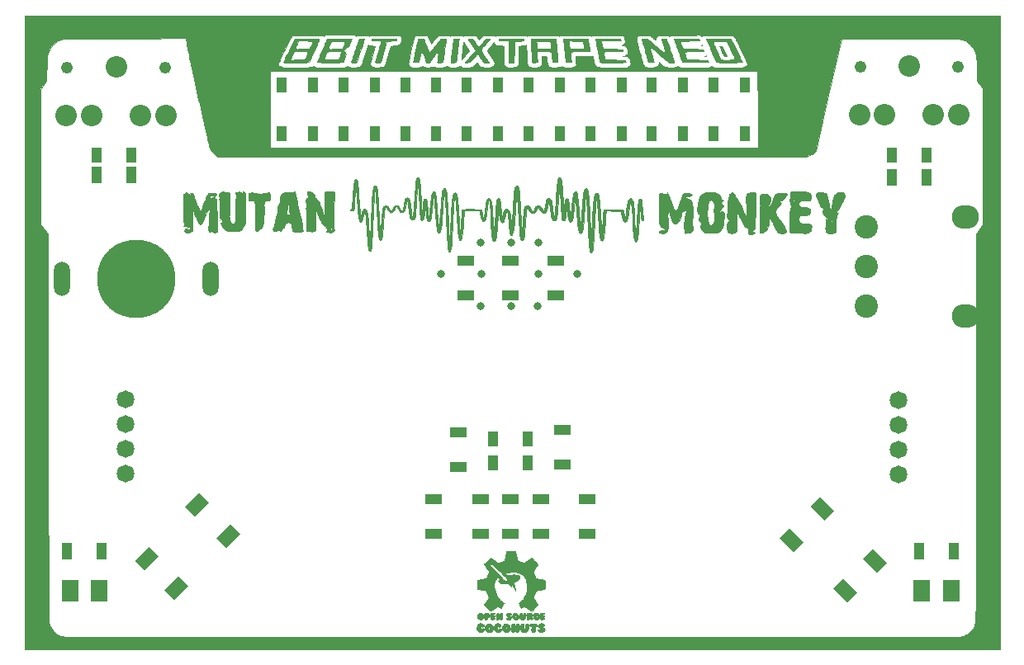
<source format=gbr>
G04 #@! TF.FileFunction,Soldermask,Top*
%FSLAX46Y46*%
G04 Gerber Fmt 4.6, Leading zero omitted, Abs format (unit mm)*
G04 Created by KiCad (PCBNEW 4.0.7-e0-6372~58~ubuntu16.04.1) date Wed May  1 15:56:19 2019*
%MOMM*%
%LPD*%
G01*
G04 APERTURE LIST*
%ADD10C,0.100000*%
%ADD11C,0.010000*%
%ADD12C,0.820000*%
%ADD13C,2.400000*%
%ADD14O,2.800000X2.400000*%
%ADD15R,1.020000X1.620000*%
%ADD16R,1.820000X2.320000*%
%ADD17C,1.820000*%
%ADD18C,2.201860*%
%ADD19C,1.220000*%
%ADD20R,1.720000X1.120000*%
%ADD21R,1.120000X1.720000*%
%ADD22O,1.620000X3.520000*%
%ADD23C,8.020000*%
G04 APERTURE END LIST*
D10*
D11*
G36*
X199995667Y-132512000D02*
X100004334Y-132512000D01*
X100004334Y-89485677D01*
X100535647Y-89485677D01*
X100538696Y-89515195D01*
X100552744Y-89539964D01*
X100587708Y-89592060D01*
X100639478Y-89665912D01*
X100703944Y-89755947D01*
X100776998Y-89856595D01*
X100854529Y-89962282D01*
X100932430Y-90067437D01*
X101006590Y-90166488D01*
X101072900Y-90253863D01*
X101127251Y-90323990D01*
X101165534Y-90371297D01*
X101183639Y-90390213D01*
X101184110Y-90390333D01*
X101189214Y-90373275D01*
X101189667Y-90362170D01*
X101177582Y-90339812D01*
X101144098Y-90289377D01*
X101093375Y-90216532D01*
X101029569Y-90126950D01*
X100956840Y-90026299D01*
X100879346Y-89920249D01*
X100801244Y-89814472D01*
X100726694Y-89714637D01*
X100659853Y-89626415D01*
X100604879Y-89555474D01*
X100565931Y-89507486D01*
X100550605Y-89490750D01*
X100535647Y-89485677D01*
X100004334Y-89485677D01*
X100004334Y-75055083D01*
X101610326Y-75055083D01*
X101622171Y-76219250D01*
X101623570Y-76372545D01*
X101625057Y-76564914D01*
X101626618Y-76793099D01*
X101628235Y-77053842D01*
X101629894Y-77343883D01*
X101631579Y-77659964D01*
X101633274Y-77998827D01*
X101634964Y-78357213D01*
X101636634Y-78731862D01*
X101638266Y-79119518D01*
X101639847Y-79516920D01*
X101641360Y-79920810D01*
X101642790Y-80327930D01*
X101644121Y-80735021D01*
X101644718Y-80928833D01*
X101646059Y-81357676D01*
X101647537Y-81802152D01*
X101649133Y-82257783D01*
X101650829Y-82720090D01*
X101652605Y-83184596D01*
X101654443Y-83646821D01*
X101656323Y-84102288D01*
X101658228Y-84546519D01*
X101660138Y-84975035D01*
X101662034Y-85383357D01*
X101663898Y-85767009D01*
X101665710Y-86121511D01*
X101667453Y-86442385D01*
X101669016Y-86710376D01*
X101682612Y-88946503D01*
X102026230Y-89392921D01*
X102369847Y-89839340D01*
X102382550Y-91771128D01*
X102383211Y-91887240D01*
X102383938Y-92044571D01*
X102384731Y-92242005D01*
X102385586Y-92478430D01*
X102386501Y-92752730D01*
X102387473Y-93063790D01*
X102388501Y-93410497D01*
X102389581Y-93791736D01*
X102390711Y-94206392D01*
X102391888Y-94653350D01*
X102393111Y-95131497D01*
X102394376Y-95639718D01*
X102395682Y-96176898D01*
X102397024Y-96741923D01*
X102398402Y-97333678D01*
X102399813Y-97951048D01*
X102401253Y-98592920D01*
X102402722Y-99258179D01*
X102404215Y-99945710D01*
X102405731Y-100654398D01*
X102407267Y-101383130D01*
X102408821Y-102130791D01*
X102410390Y-102896266D01*
X102411971Y-103678440D01*
X102413563Y-104476200D01*
X102415162Y-105288430D01*
X102416767Y-106114017D01*
X102418374Y-106951846D01*
X102419982Y-107800801D01*
X102421587Y-108659770D01*
X102423187Y-109527636D01*
X102424781Y-110403287D01*
X102426364Y-111285606D01*
X102427161Y-111734206D01*
X102459068Y-129765496D01*
X102605064Y-130046648D01*
X102664221Y-130158345D01*
X102724404Y-130268147D01*
X102779440Y-130365032D01*
X102823158Y-130437979D01*
X102831817Y-130451525D01*
X102906957Y-130552566D01*
X103005911Y-130665532D01*
X103119049Y-130781060D01*
X103236740Y-130889785D01*
X103349354Y-130982345D01*
X103445869Y-131048558D01*
X103509627Y-131086059D01*
X103565817Y-131117696D01*
X103618629Y-131144051D01*
X103672251Y-131165705D01*
X103730874Y-131183238D01*
X103798686Y-131197232D01*
X103879879Y-131208267D01*
X103978642Y-131216924D01*
X104099163Y-131223785D01*
X104245634Y-131229429D01*
X104422242Y-131234438D01*
X104633179Y-131239394D01*
X104857854Y-131244331D01*
X104953647Y-131246286D01*
X105061031Y-131248197D01*
X105180485Y-131250063D01*
X105312490Y-131251885D01*
X105457527Y-131253665D01*
X105616076Y-131255401D01*
X105788618Y-131257096D01*
X105975635Y-131258749D01*
X106177606Y-131260361D01*
X106395012Y-131261932D01*
X106628335Y-131263464D01*
X106878055Y-131264956D01*
X107144652Y-131266409D01*
X107428607Y-131267824D01*
X107730402Y-131269201D01*
X108050516Y-131270541D01*
X108389431Y-131271844D01*
X108747628Y-131273111D01*
X109125586Y-131274343D01*
X109523787Y-131275539D01*
X109942711Y-131276701D01*
X110382840Y-131277829D01*
X110844653Y-131278923D01*
X111328632Y-131279984D01*
X111835257Y-131281013D01*
X112365010Y-131282010D01*
X112918370Y-131282976D01*
X113495819Y-131283911D01*
X114097837Y-131284816D01*
X114724905Y-131285691D01*
X115377504Y-131286537D01*
X116056115Y-131287354D01*
X116761217Y-131288143D01*
X117493293Y-131288905D01*
X118252822Y-131289640D01*
X119040285Y-131290348D01*
X119856164Y-131291030D01*
X120700938Y-131291687D01*
X121575089Y-131292319D01*
X122479097Y-131292927D01*
X123413444Y-131293511D01*
X124378609Y-131294071D01*
X125375073Y-131294609D01*
X126403318Y-131295125D01*
X127463824Y-131295620D01*
X128557071Y-131296093D01*
X129683541Y-131296545D01*
X130843714Y-131296978D01*
X132038070Y-131297391D01*
X133267092Y-131297786D01*
X134531258Y-131298161D01*
X135831051Y-131298520D01*
X137166950Y-131298860D01*
X138539437Y-131299184D01*
X139948992Y-131299492D01*
X141396096Y-131299784D01*
X142881230Y-131300061D01*
X144404874Y-131300323D01*
X145967510Y-131300572D01*
X147569617Y-131300806D01*
X149211677Y-131301028D01*
X150894170Y-131301237D01*
X152617577Y-131301435D01*
X154382379Y-131301621D01*
X156101991Y-131301788D01*
X195869566Y-131305500D01*
X196128158Y-131208121D01*
X196281918Y-131148245D01*
X196411037Y-131092190D01*
X196523375Y-131034731D01*
X196626790Y-130970639D01*
X196729141Y-130894691D01*
X196838288Y-130801659D01*
X196962090Y-130686318D01*
X197068429Y-130582871D01*
X197176073Y-130475128D01*
X197257273Y-130386981D01*
X197316932Y-130309576D01*
X197359953Y-130234056D01*
X197391239Y-130151568D01*
X197415694Y-130053256D01*
X197438221Y-129930265D01*
X197441842Y-129908500D01*
X197458354Y-129798697D01*
X197473509Y-129676283D01*
X197487394Y-129539021D01*
X197500095Y-129384676D01*
X197511698Y-129211012D01*
X197522290Y-129015792D01*
X197531959Y-128796781D01*
X197540789Y-128551742D01*
X197548869Y-128278440D01*
X197556283Y-127974638D01*
X197563120Y-127638101D01*
X197569465Y-127266592D01*
X197575405Y-126857875D01*
X197581027Y-126409715D01*
X197582621Y-126271056D01*
X197583666Y-126156901D01*
X197584697Y-126001493D01*
X197585713Y-125805912D01*
X197586713Y-125571240D01*
X197587695Y-125298555D01*
X197588658Y-124988940D01*
X197589602Y-124643474D01*
X197590525Y-124263237D01*
X197591426Y-123849311D01*
X197592303Y-123402776D01*
X197593156Y-122924711D01*
X197593983Y-122416198D01*
X197594783Y-121878316D01*
X197595556Y-121312147D01*
X197596299Y-120718771D01*
X197597012Y-120099267D01*
X197597693Y-119454718D01*
X197598341Y-118786202D01*
X197598956Y-118094801D01*
X197599536Y-117381595D01*
X197600079Y-116647664D01*
X197600585Y-115894089D01*
X197601052Y-115121950D01*
X197601480Y-114332328D01*
X197601866Y-113526303D01*
X197602211Y-112704955D01*
X197602512Y-111869365D01*
X197602769Y-111020614D01*
X197602980Y-110159781D01*
X197603144Y-109287948D01*
X197603260Y-108406194D01*
X197603327Y-107515601D01*
X197603338Y-107226290D01*
X197603823Y-90330116D01*
X198895000Y-90330116D01*
X198897488Y-90373308D01*
X198903552Y-90388620D01*
X198904299Y-90388090D01*
X198917870Y-90368411D01*
X198951043Y-90318079D01*
X199000575Y-90242080D01*
X199063223Y-90145402D01*
X199135746Y-90033030D01*
X199191109Y-89946990D01*
X199280334Y-89807257D01*
X199348503Y-89697984D01*
X199398151Y-89614478D01*
X199431812Y-89552047D01*
X199452019Y-89505999D01*
X199461308Y-89471642D01*
X199462268Y-89444898D01*
X199458811Y-89425555D01*
X199451114Y-89418606D01*
X199436573Y-89427445D01*
X199412583Y-89455468D01*
X199376542Y-89506068D01*
X199325844Y-89582639D01*
X199257885Y-89688576D01*
X199175459Y-89818725D01*
X199079936Y-89971610D01*
X199006484Y-90093091D01*
X198953195Y-90186647D01*
X198918160Y-90255760D01*
X198899470Y-90303912D01*
X198895000Y-90330116D01*
X197603823Y-90330116D01*
X197603834Y-89973329D01*
X197942187Y-89446290D01*
X198280541Y-88919250D01*
X198280854Y-81960585D01*
X198281167Y-75001921D01*
X197987666Y-74605169D01*
X197694166Y-74208417D01*
X197679933Y-73626333D01*
X197670216Y-73256213D01*
X197659914Y-72925471D01*
X197648633Y-72631154D01*
X197635976Y-72370308D01*
X197621551Y-72139978D01*
X197604961Y-71937211D01*
X197585812Y-71759052D01*
X197563709Y-71602548D01*
X197538258Y-71464744D01*
X197509063Y-71342686D01*
X197475731Y-71233420D01*
X197437865Y-71133992D01*
X197395072Y-71041448D01*
X197346957Y-70952834D01*
X197315709Y-70900872D01*
X197257696Y-70818199D01*
X197177613Y-70719094D01*
X197081542Y-70609725D01*
X196975562Y-70496260D01*
X196865756Y-70384868D01*
X196758203Y-70281717D01*
X196658986Y-70192975D01*
X196574186Y-70124810D01*
X196509882Y-70083392D01*
X196509714Y-70083308D01*
X196382033Y-70030437D01*
X196225838Y-69982812D01*
X196054922Y-69944227D01*
X195931667Y-69924328D01*
X195872743Y-69916722D01*
X195813473Y-69909638D01*
X195752263Y-69903057D01*
X195687520Y-69896961D01*
X195617651Y-69891330D01*
X195541064Y-69886147D01*
X195456165Y-69881394D01*
X195361362Y-69877051D01*
X195255061Y-69873101D01*
X195135670Y-69869524D01*
X195001596Y-69866303D01*
X194851246Y-69863419D01*
X194683027Y-69860854D01*
X194495346Y-69858589D01*
X194286610Y-69856606D01*
X194055226Y-69854886D01*
X193799602Y-69853412D01*
X193518144Y-69852164D01*
X193209260Y-69851124D01*
X192871356Y-69850273D01*
X192502840Y-69849594D01*
X192102119Y-69849068D01*
X191667600Y-69848677D01*
X191197689Y-69848401D01*
X190690795Y-69848223D01*
X190145324Y-69848124D01*
X189559683Y-69848086D01*
X189339810Y-69848083D01*
X183732203Y-69848083D01*
X182422776Y-75616000D01*
X181113350Y-81383917D01*
X181024217Y-81475449D01*
X180942708Y-81553356D01*
X180854519Y-81624649D01*
X180751382Y-81694989D01*
X180625032Y-81770038D01*
X180476598Y-81850523D01*
X180216845Y-81987167D01*
X149995422Y-81987167D01*
X148595753Y-81987161D01*
X147237838Y-81987144D01*
X145921097Y-81987115D01*
X144644952Y-81987073D01*
X143408822Y-81987019D01*
X142212129Y-81986950D01*
X141054293Y-81986868D01*
X139934735Y-81986771D01*
X138852875Y-81986659D01*
X137808135Y-81986531D01*
X136799933Y-81986387D01*
X135827692Y-81986226D01*
X134890832Y-81986048D01*
X133988774Y-81985852D01*
X133120937Y-81985638D01*
X132286744Y-81985405D01*
X131485614Y-81985152D01*
X130716968Y-81984880D01*
X129980226Y-81984587D01*
X129274810Y-81984274D01*
X128600140Y-81983938D01*
X127955636Y-81983581D01*
X127340720Y-81983201D01*
X126754811Y-81982799D01*
X126197331Y-81982372D01*
X125667700Y-81981922D01*
X125165338Y-81981447D01*
X124689667Y-81980947D01*
X124240107Y-81980421D01*
X123816079Y-81979869D01*
X123417002Y-81979290D01*
X123042299Y-81978684D01*
X122691389Y-81978050D01*
X122363693Y-81977388D01*
X122058632Y-81976696D01*
X121775627Y-81975976D01*
X121514097Y-81975226D01*
X121273464Y-81974445D01*
X121053148Y-81973633D01*
X120852571Y-81972790D01*
X120671151Y-81971915D01*
X120508311Y-81971008D01*
X120363471Y-81970067D01*
X120236051Y-81969093D01*
X120125472Y-81968084D01*
X120031155Y-81967041D01*
X119952520Y-81965963D01*
X119888988Y-81964850D01*
X119839980Y-81963700D01*
X119804916Y-81962513D01*
X119783217Y-81961289D01*
X119774303Y-81960027D01*
X119774000Y-81959740D01*
X119758040Y-81936863D01*
X119714607Y-81894959D01*
X119650367Y-81840033D01*
X119573453Y-81779203D01*
X119397801Y-81640060D01*
X119259465Y-81519256D01*
X119157876Y-81416242D01*
X119092463Y-81330473D01*
X119077419Y-81303213D01*
X119058073Y-81251791D01*
X119030446Y-81161131D01*
X119012983Y-81098167D01*
X125171500Y-81098167D01*
X175188445Y-81098167D01*
X175183098Y-77155875D01*
X175177750Y-73213583D01*
X150174625Y-73208283D01*
X125171500Y-73202982D01*
X125171500Y-81098167D01*
X119012983Y-81098167D01*
X118995021Y-81033409D01*
X118952283Y-80870801D01*
X118902715Y-80675485D01*
X118846802Y-80449638D01*
X118785028Y-80195435D01*
X118717876Y-79915055D01*
X118645832Y-79610674D01*
X118569378Y-79284468D01*
X118488999Y-78938616D01*
X118405179Y-78575293D01*
X118318401Y-78196676D01*
X118229151Y-77804943D01*
X118137912Y-77402270D01*
X118045168Y-76990833D01*
X117951403Y-76572811D01*
X117857101Y-76150380D01*
X117762747Y-75725716D01*
X117668824Y-75300996D01*
X117575816Y-74878398D01*
X117484207Y-74460099D01*
X117394482Y-74048274D01*
X117307124Y-73645101D01*
X117222618Y-73252757D01*
X117141447Y-72873418D01*
X117064095Y-72509263D01*
X117054270Y-72462617D01*
X125992351Y-72462617D01*
X126002644Y-72526489D01*
X126023132Y-72572141D01*
X126067139Y-72614511D01*
X126141199Y-72662196D01*
X126234347Y-72710051D01*
X126335616Y-72752928D01*
X126434039Y-72785680D01*
X126514330Y-72802659D01*
X126558018Y-72805366D01*
X126639995Y-72807752D01*
X126756221Y-72809788D01*
X126902651Y-72811445D01*
X127075244Y-72812695D01*
X127269957Y-72813509D01*
X127482749Y-72813860D01*
X127709575Y-72813718D01*
X127946395Y-72813055D01*
X127976084Y-72812936D01*
X128246763Y-72811783D01*
X128478530Y-72810661D01*
X128674807Y-72809449D01*
X128839014Y-72808023D01*
X128974574Y-72806262D01*
X129084907Y-72804046D01*
X129173435Y-72801251D01*
X129243578Y-72797756D01*
X129298759Y-72793440D01*
X129342398Y-72788180D01*
X129377917Y-72781855D01*
X129408737Y-72774343D01*
X129438279Y-72765522D01*
X129454450Y-72760319D01*
X129546014Y-72731603D01*
X129611354Y-72716633D01*
X129664350Y-72715598D01*
X129718882Y-72728692D01*
X129788832Y-72756104D01*
X129810356Y-72765218D01*
X129946024Y-72822877D01*
X132802084Y-72811417D01*
X132947029Y-72742768D01*
X133091974Y-72674120D01*
X133241201Y-72739616D01*
X133313935Y-72769440D01*
X133378981Y-72789555D01*
X133449380Y-72802479D01*
X133538168Y-72810732D01*
X133636006Y-72815875D01*
X133840187Y-72818899D01*
X134022728Y-72809697D01*
X134178430Y-72788904D01*
X134302095Y-72757155D01*
X134371295Y-72726182D01*
X134425544Y-72690791D01*
X134472202Y-72650269D01*
X134514014Y-72599436D01*
X134553725Y-72533112D01*
X134594083Y-72446116D01*
X134637832Y-72333268D01*
X134687718Y-72189385D01*
X134739134Y-72032183D01*
X134831981Y-71743779D01*
X134912787Y-71493163D01*
X134982395Y-71277796D01*
X135041645Y-71095141D01*
X135091382Y-70942659D01*
X135132447Y-70817813D01*
X135165683Y-70718064D01*
X135191932Y-70640876D01*
X135212036Y-70583709D01*
X135226838Y-70544027D01*
X135237179Y-70519291D01*
X135243904Y-70506963D01*
X135246136Y-70504681D01*
X135273416Y-70507067D01*
X135325877Y-70524508D01*
X135377069Y-70546398D01*
X135434994Y-70570819D01*
X135490327Y-70586411D01*
X135555327Y-70595076D01*
X135642252Y-70598717D01*
X135717792Y-70599293D01*
X135810190Y-70600753D01*
X135884534Y-70604547D01*
X135932183Y-70610064D01*
X135945280Y-70615375D01*
X135939168Y-70648601D01*
X135921440Y-70719532D01*
X135892874Y-70825394D01*
X135854249Y-70963414D01*
X135806343Y-71130817D01*
X135749933Y-71324830D01*
X135685798Y-71542679D01*
X135673630Y-71583750D01*
X135612154Y-71791691D01*
X135561965Y-71963127D01*
X135522000Y-72102045D01*
X135491196Y-72212431D01*
X135468490Y-72298273D01*
X135452820Y-72363557D01*
X135443125Y-72412271D01*
X135438340Y-72448402D01*
X135437334Y-72470452D01*
X135455491Y-72530198D01*
X135504800Y-72598603D01*
X135577511Y-72667625D01*
X135665876Y-72729220D01*
X135709102Y-72752578D01*
X135753808Y-72773806D01*
X135793521Y-72789197D01*
X135836055Y-72799689D01*
X135889223Y-72806218D01*
X135960839Y-72809724D01*
X136058718Y-72811144D01*
X136190672Y-72811416D01*
X136199334Y-72811417D01*
X136378248Y-72809135D01*
X136521250Y-72801422D01*
X136634559Y-72786976D01*
X136724395Y-72764496D01*
X136796977Y-72732681D01*
X136858524Y-72690230D01*
X136883210Y-72668320D01*
X136904729Y-72645775D01*
X136925281Y-72618141D01*
X136946030Y-72581968D01*
X136968142Y-72533805D01*
X136992780Y-72470202D01*
X137010046Y-72419922D01*
X139364244Y-72419922D01*
X139365851Y-72476254D01*
X139373389Y-72520268D01*
X139386448Y-72555176D01*
X139404618Y-72584191D01*
X139426595Y-72609592D01*
X139502495Y-72675093D01*
X139596732Y-72737264D01*
X139691677Y-72785336D01*
X139744127Y-72803587D01*
X139786381Y-72808737D01*
X139862349Y-72812349D01*
X139963435Y-72814234D01*
X140081040Y-72814202D01*
X140168084Y-72812947D01*
X140308185Y-72809376D01*
X140414637Y-72804508D01*
X140496122Y-72797379D01*
X140561323Y-72787026D01*
X140618921Y-72772483D01*
X140663089Y-72757989D01*
X140798261Y-72710335D01*
X140948839Y-72760876D01*
X141019389Y-72782633D01*
X141084549Y-72796996D01*
X141156033Y-72805283D01*
X141245556Y-72808813D01*
X141364830Y-72808905D01*
X141374584Y-72808817D01*
X141513183Y-72804637D01*
X141639222Y-72795435D01*
X141740802Y-72782222D01*
X141778424Y-72774496D01*
X141843175Y-72760134D01*
X141897642Y-72753973D01*
X141955588Y-72756316D01*
X142030772Y-72767468D01*
X142106507Y-72781748D01*
X142243659Y-72802401D01*
X142398735Y-72815683D01*
X142560235Y-72821497D01*
X142716658Y-72819744D01*
X142856504Y-72810323D01*
X142968272Y-72793135D01*
X142984095Y-72789320D01*
X143068478Y-72761979D01*
X143149466Y-72726927D01*
X143189625Y-72704353D01*
X143269000Y-72652066D01*
X143351413Y-72706604D01*
X143438640Y-72754076D01*
X143539574Y-72787762D01*
X143661849Y-72809181D01*
X143813096Y-72819854D01*
X143929417Y-72821749D01*
X144095671Y-72818853D01*
X144229333Y-72808685D01*
X144339773Y-72789542D01*
X144436364Y-72759722D01*
X144528478Y-72717522D01*
X144541467Y-72710574D01*
X144660351Y-72646000D01*
X144789033Y-72736266D01*
X144917716Y-72826531D01*
X145326316Y-72817383D01*
X145499616Y-72812388D01*
X145638025Y-72804336D01*
X145748984Y-72790649D01*
X145839933Y-72768747D01*
X145918312Y-72736053D01*
X145991561Y-72689988D01*
X146067120Y-72627974D01*
X146152430Y-72547431D01*
X146178096Y-72522177D01*
X146251132Y-72451190D01*
X146313765Y-72392582D01*
X146359730Y-72352056D01*
X146382764Y-72335313D01*
X146383559Y-72335167D01*
X146403196Y-72350585D01*
X146442123Y-72391879D01*
X146493515Y-72451605D01*
X146520690Y-72484737D01*
X146610309Y-72588425D01*
X146696518Y-72669453D01*
X146786104Y-72730263D01*
X146885857Y-72773298D01*
X147002566Y-72801001D01*
X147143020Y-72815814D01*
X147314007Y-72820179D01*
X147448359Y-72818491D01*
X147583774Y-72814939D01*
X147684639Y-72810642D01*
X147758740Y-72804644D01*
X147813860Y-72795990D01*
X147857782Y-72783724D01*
X147898292Y-72766891D01*
X147908446Y-72762029D01*
X148022473Y-72688950D01*
X148110101Y-72596982D01*
X148167321Y-72492995D01*
X148190129Y-72383858D01*
X148180422Y-72295639D01*
X148160478Y-72246802D01*
X148121987Y-72172729D01*
X148070315Y-72083114D01*
X148010829Y-71987653D01*
X148004982Y-71978655D01*
X147938666Y-71876997D01*
X147857514Y-71752578D01*
X147769809Y-71618099D01*
X147683836Y-71486261D01*
X147643419Y-71424277D01*
X147577163Y-71320526D01*
X147520713Y-71228020D01*
X147477593Y-71152880D01*
X147451329Y-71101223D01*
X147445039Y-71079803D01*
X147461273Y-71055998D01*
X147500221Y-71005635D01*
X147557268Y-70934484D01*
X147627796Y-70848315D01*
X147693844Y-70768833D01*
X147780219Y-70664681D01*
X147864684Y-70561242D01*
X147940245Y-70467194D01*
X147999908Y-70391215D01*
X148026515Y-70356083D01*
X148072476Y-70294014D01*
X148107824Y-70246761D01*
X148125842Y-70223293D01*
X148126640Y-70222373D01*
X148136414Y-70235891D01*
X148153043Y-70277820D01*
X148159329Y-70296457D01*
X148207664Y-70404973D01*
X148276589Y-70483921D01*
X148365023Y-70539475D01*
X148408997Y-70558983D01*
X148454941Y-70573180D01*
X148511311Y-70583254D01*
X148586562Y-70590392D01*
X148689150Y-70595780D01*
X148792603Y-70599500D01*
X149119790Y-70610083D01*
X149134162Y-70663000D01*
X149137004Y-70695180D01*
X149139103Y-70764895D01*
X149140444Y-70867355D01*
X149141013Y-70997769D01*
X149140794Y-71151344D01*
X149139773Y-71323291D01*
X149137936Y-71508817D01*
X149136994Y-71583846D01*
X149134238Y-71818023D01*
X149132775Y-72013027D01*
X149132655Y-72172001D01*
X149133922Y-72298087D01*
X149136625Y-72394427D01*
X149140810Y-72464164D01*
X149146525Y-72510440D01*
X149151158Y-72529658D01*
X149200738Y-72619060D01*
X149282910Y-72699777D01*
X149387934Y-72763626D01*
X149463409Y-72792079D01*
X149544684Y-72807197D01*
X149656386Y-72816428D01*
X149787664Y-72820042D01*
X149927667Y-72818309D01*
X150065543Y-72811501D01*
X150190440Y-72799888D01*
X150291506Y-72783742D01*
X150341491Y-72770165D01*
X150427152Y-72728869D01*
X150512872Y-72670052D01*
X150586262Y-72603744D01*
X150634932Y-72539973D01*
X150640850Y-72527848D01*
X150647760Y-72490133D01*
X150654191Y-72410808D01*
X150660116Y-72290593D01*
X150665509Y-72130211D01*
X150670342Y-71930380D01*
X150674590Y-71691823D01*
X150676480Y-71558761D01*
X150679366Y-71365955D01*
X150682728Y-71186273D01*
X150686434Y-71024125D01*
X150690352Y-70883924D01*
X150694351Y-70770081D01*
X150698299Y-70687009D01*
X150702064Y-70639118D01*
X150704251Y-70629027D01*
X150730277Y-70622024D01*
X150790043Y-70614220D01*
X150874993Y-70606512D01*
X150976569Y-70599796D01*
X150989706Y-70599087D01*
X151140541Y-70587942D01*
X151256240Y-70572425D01*
X151333513Y-70552997D01*
X151341377Y-70549863D01*
X151395943Y-70528041D01*
X151433369Y-70515795D01*
X151439342Y-70514833D01*
X151445071Y-70534902D01*
X151451434Y-70590748D01*
X151457931Y-70675831D01*
X151464067Y-70783610D01*
X151469345Y-70907542D01*
X151469495Y-70911708D01*
X151480406Y-71215747D01*
X151490198Y-71480438D01*
X151499187Y-71708744D01*
X151507685Y-71903627D01*
X151516007Y-72068049D01*
X151524468Y-72204972D01*
X151533382Y-72317358D01*
X151543063Y-72408168D01*
X151553825Y-72480366D01*
X151565983Y-72536912D01*
X151579852Y-72580769D01*
X151595744Y-72614899D01*
X151613976Y-72642263D01*
X151634860Y-72665825D01*
X151657967Y-72687863D01*
X151710275Y-72729574D01*
X151768309Y-72760663D01*
X151839756Y-72783046D01*
X151932303Y-72798640D01*
X152053639Y-72809361D01*
X152169584Y-72815419D01*
X152377939Y-72818837D01*
X152551188Y-72808610D01*
X152694727Y-72783402D01*
X152813956Y-72741873D01*
X152914271Y-72682688D01*
X152995084Y-72610877D01*
X153058584Y-72544144D01*
X153072342Y-71674204D01*
X153282098Y-71682629D01*
X153373449Y-71688238D01*
X153449286Y-71696505D01*
X153499364Y-71706119D01*
X153512952Y-71712151D01*
X153521782Y-71739343D01*
X153532914Y-71801321D01*
X153545294Y-71890673D01*
X153557868Y-71999985D01*
X153566804Y-72090748D01*
X153583402Y-72252987D01*
X153601083Y-72379529D01*
X153621784Y-72477003D01*
X153647443Y-72552037D01*
X153679998Y-72611260D01*
X153721385Y-72661299D01*
X153738457Y-72678002D01*
X153795857Y-72725575D01*
X153856993Y-72760723D01*
X153929764Y-72785498D01*
X154022070Y-72801952D01*
X154141811Y-72812136D01*
X154275667Y-72817529D01*
X154457547Y-72819435D01*
X154605979Y-72812971D01*
X154729224Y-72796991D01*
X154835546Y-72770349D01*
X154933209Y-72731899D01*
X154949622Y-72724068D01*
X155062661Y-72668847D01*
X155171872Y-72723690D01*
X155258517Y-72760772D01*
X155353779Y-72792311D01*
X155394705Y-72802555D01*
X155465479Y-72811577D01*
X155565682Y-72816613D01*
X155684736Y-72817941D01*
X155812061Y-72815841D01*
X155937078Y-72810590D01*
X156049211Y-72802467D01*
X156137879Y-72791750D01*
X156183893Y-72781786D01*
X156237721Y-72758855D01*
X156312546Y-72719212D01*
X156394597Y-72670295D01*
X156417998Y-72655294D01*
X156574792Y-72552937D01*
X156549318Y-72311760D01*
X156537610Y-72189253D01*
X156527024Y-72057664D01*
X156519077Y-71936853D01*
X156516297Y-71880083D01*
X156508750Y-71689583D01*
X157249584Y-71676421D01*
X157457568Y-71672010D01*
X157645152Y-71666605D01*
X157808099Y-71660397D01*
X157942173Y-71653577D01*
X158043137Y-71646335D01*
X158106753Y-71638863D01*
X158113804Y-71637531D01*
X158181210Y-71625507D01*
X158230329Y-71620535D01*
X158248057Y-71622668D01*
X158255302Y-71645822D01*
X158269213Y-71704128D01*
X158288389Y-71791179D01*
X158311424Y-71900569D01*
X158336917Y-72025893D01*
X158342353Y-72053142D01*
X158379590Y-72232310D01*
X158413358Y-72374660D01*
X158445623Y-72485357D01*
X158478347Y-72569568D01*
X158513497Y-72632457D01*
X158553037Y-72679189D01*
X158592432Y-72710654D01*
X158620849Y-72729501D01*
X158648296Y-72745807D01*
X158677925Y-72759769D01*
X158712885Y-72771588D01*
X158756327Y-72781462D01*
X158811402Y-72789591D01*
X158881261Y-72796175D01*
X158969054Y-72801411D01*
X159077931Y-72805501D01*
X159211044Y-72808642D01*
X159371542Y-72811035D01*
X159562576Y-72812879D01*
X159787298Y-72814373D01*
X160048856Y-72815716D01*
X160269304Y-72816736D01*
X161722691Y-72823384D01*
X161904508Y-72715993D01*
X162007450Y-72653058D01*
X162077826Y-72601419D01*
X162120540Y-72552667D01*
X162140496Y-72498394D01*
X162142595Y-72430191D01*
X162131741Y-72339650D01*
X162130134Y-72329054D01*
X162099908Y-72168672D01*
X162061766Y-72024872D01*
X162018126Y-71904682D01*
X161971406Y-71815129D01*
X161939916Y-71776085D01*
X161891454Y-71739013D01*
X161830435Y-71712192D01*
X161749644Y-71694063D01*
X161641869Y-71683067D01*
X161499898Y-71677646D01*
X161482917Y-71677341D01*
X161388743Y-71675594D01*
X161333767Y-71673649D01*
X161314857Y-71670746D01*
X161328880Y-71666125D01*
X161372706Y-71659026D01*
X161394294Y-71655846D01*
X161506030Y-71628199D01*
X161616809Y-71581121D01*
X161717588Y-71520509D01*
X161799320Y-71452260D01*
X161852962Y-71382270D01*
X161866547Y-71347972D01*
X161870009Y-71284000D01*
X161859081Y-71192362D01*
X161836805Y-71083967D01*
X161806222Y-70969726D01*
X161770373Y-70860551D01*
X161732300Y-70767351D01*
X161695045Y-70701037D01*
X161681794Y-70685216D01*
X161603559Y-70632230D01*
X161496429Y-70595606D01*
X161371878Y-70578957D01*
X161342309Y-70578333D01*
X161252197Y-70578333D01*
X161378140Y-70486126D01*
X161476976Y-70409437D01*
X161543523Y-70342804D01*
X161581366Y-70276210D01*
X161594090Y-70199638D01*
X161585281Y-70103072D01*
X161559336Y-69979903D01*
X161548418Y-69939935D01*
X162763751Y-69939935D01*
X162769267Y-69992295D01*
X162785328Y-70081093D01*
X162810860Y-70202060D01*
X162844787Y-70350928D01*
X162886033Y-70523428D01*
X162933522Y-70715292D01*
X162986178Y-70922250D01*
X163042927Y-71140034D01*
X163102691Y-71364376D01*
X163164396Y-71591007D01*
X163226965Y-71815657D01*
X163289323Y-72034059D01*
X163305648Y-72090251D01*
X163355352Y-72258472D01*
X163396732Y-72391071D01*
X163432493Y-72493296D01*
X163465336Y-72570398D01*
X163497966Y-72627626D01*
X163533084Y-72670229D01*
X163573395Y-72703457D01*
X163621601Y-72732560D01*
X163641917Y-72743301D01*
X163697744Y-72769709D01*
X163753550Y-72789199D01*
X163816789Y-72802675D01*
X163894913Y-72811041D01*
X163995377Y-72815203D01*
X164125634Y-72816065D01*
X164234584Y-72815233D01*
X164366394Y-72813565D01*
X164464149Y-72811093D01*
X164536126Y-72806663D01*
X164590603Y-72799120D01*
X164635856Y-72787308D01*
X164680163Y-72770074D01*
X164731801Y-72746262D01*
X164733003Y-72745693D01*
X164817113Y-72701058D01*
X164898214Y-72650130D01*
X164952164Y-72609325D01*
X164995878Y-72568994D01*
X165019209Y-72535779D01*
X165027437Y-72494722D01*
X165025841Y-72430864D01*
X165024242Y-72405123D01*
X165020895Y-72336317D01*
X165020529Y-72288129D01*
X165022925Y-72271667D01*
X165040676Y-72284784D01*
X165083564Y-72320449D01*
X165145043Y-72373125D01*
X165214428Y-72433636D01*
X165370998Y-72564697D01*
X165506845Y-72663897D01*
X165625901Y-72733785D01*
X165732103Y-72776912D01*
X165753316Y-72782853D01*
X165834168Y-72796190D01*
X165956549Y-72805386D01*
X166119854Y-72810406D01*
X166256436Y-72811417D01*
X166395185Y-72811185D01*
X166499582Y-72809893D01*
X166577607Y-72806646D01*
X166637241Y-72800549D01*
X166686465Y-72790708D01*
X166733259Y-72776227D01*
X166785604Y-72756213D01*
X166799890Y-72750482D01*
X166951326Y-72689547D01*
X167282584Y-72811417D01*
X170140084Y-72811417D01*
X170282977Y-72762060D01*
X170425871Y-72712703D01*
X170589966Y-72767351D01*
X170754061Y-72822000D01*
X172182739Y-72822597D01*
X173611417Y-72823195D01*
X173738417Y-72759383D01*
X173823516Y-72718081D01*
X173911061Y-72677857D01*
X173964456Y-72654807D01*
X174051920Y-72604124D01*
X174096221Y-72550757D01*
X174114076Y-72509434D01*
X174118011Y-72470448D01*
X174108007Y-72417355D01*
X174096001Y-72374277D01*
X174078704Y-72328361D01*
X174043721Y-72247478D01*
X173992419Y-72134465D01*
X173926159Y-71992162D01*
X173846308Y-71823407D01*
X173754229Y-71631037D01*
X173651286Y-71417891D01*
X173538844Y-71186808D01*
X173418267Y-70940625D01*
X173290919Y-70682180D01*
X173158165Y-70414313D01*
X173037051Y-70171243D01*
X172958503Y-70014646D01*
X172895678Y-69891446D01*
X172845774Y-69796980D01*
X172805983Y-69726582D01*
X172773503Y-69675588D01*
X172745528Y-69639332D01*
X172719253Y-69613150D01*
X172691873Y-69592377D01*
X172687077Y-69589160D01*
X172598615Y-69530583D01*
X171845599Y-69519573D01*
X171628544Y-69517138D01*
X171382244Y-69515627D01*
X171119778Y-69515039D01*
X170854222Y-69515375D01*
X170598656Y-69516634D01*
X170366156Y-69518817D01*
X170308451Y-69519573D01*
X170103281Y-69522612D01*
X169936171Y-69525560D01*
X169802847Y-69528663D01*
X169699039Y-69532168D01*
X169620472Y-69536322D01*
X169562874Y-69541373D01*
X169521974Y-69547567D01*
X169493498Y-69555152D01*
X169473174Y-69564374D01*
X169466870Y-69568248D01*
X169429480Y-69590085D01*
X169400356Y-69592597D01*
X169362879Y-69573846D01*
X169330631Y-69552373D01*
X169251840Y-69498833D01*
X168574128Y-69501017D01*
X168384406Y-69501971D01*
X168163534Y-69503656D01*
X167922686Y-69505950D01*
X167673037Y-69508733D01*
X167425762Y-69511884D01*
X167192034Y-69515282D01*
X167070917Y-69517253D01*
X166856899Y-69521107D01*
X166681162Y-69524829D01*
X166539656Y-69528641D01*
X166428329Y-69532762D01*
X166343131Y-69537413D01*
X166280011Y-69542812D01*
X166234918Y-69549181D01*
X166203802Y-69556739D01*
X166183037Y-69565472D01*
X166140228Y-69585477D01*
X166105380Y-69586464D01*
X166059074Y-69567403D01*
X166040616Y-69557919D01*
X166011821Y-69544537D01*
X165979518Y-69534356D01*
X165937786Y-69526952D01*
X165880702Y-69521899D01*
X165802344Y-69518774D01*
X165696791Y-69517151D01*
X165558121Y-69516605D01*
X165464530Y-69516612D01*
X165298685Y-69517236D01*
X165169853Y-69519006D01*
X165072724Y-69522232D01*
X165001986Y-69527224D01*
X164952328Y-69534293D01*
X164918439Y-69543748D01*
X164906211Y-69549228D01*
X164851043Y-69598725D01*
X164798964Y-69686680D01*
X164751974Y-69809228D01*
X164728357Y-69892592D01*
X164712538Y-69953132D01*
X164701058Y-69993820D01*
X164697812Y-70003112D01*
X164680763Y-69993102D01*
X164636705Y-69960942D01*
X164571543Y-69911103D01*
X164491182Y-69848058D01*
X164453499Y-69818063D01*
X164345789Y-69732023D01*
X164257949Y-69664353D01*
X164182780Y-69612850D01*
X164113081Y-69575310D01*
X164041651Y-69549531D01*
X163961292Y-69533310D01*
X163864802Y-69524443D01*
X163744981Y-69520727D01*
X163594630Y-69519961D01*
X163479345Y-69520000D01*
X162954668Y-69520000D01*
X162890059Y-69578208D01*
X162840067Y-69644530D01*
X162799087Y-69738830D01*
X162772061Y-69846947D01*
X162763751Y-69939935D01*
X161548418Y-69939935D01*
X161519544Y-69834243D01*
X161476488Y-69723756D01*
X161426629Y-69641283D01*
X161366430Y-69579665D01*
X161358525Y-69573471D01*
X161286659Y-69518656D01*
X159765538Y-69524620D01*
X159471914Y-69525850D01*
X159217688Y-69527128D01*
X158999921Y-69528526D01*
X158815680Y-69530118D01*
X158662026Y-69531979D01*
X158536024Y-69534182D01*
X158434737Y-69536802D01*
X158355229Y-69539912D01*
X158294564Y-69543587D01*
X158249805Y-69547901D01*
X158218017Y-69552927D01*
X158196262Y-69558740D01*
X158183199Y-69564501D01*
X158137293Y-69585638D01*
X158100437Y-69584357D01*
X158056199Y-69564501D01*
X158040004Y-69557945D01*
X158016684Y-69552280D01*
X157983281Y-69547442D01*
X157936833Y-69543368D01*
X157874381Y-69539994D01*
X157792963Y-69537257D01*
X157689619Y-69535093D01*
X157561390Y-69533439D01*
X157405313Y-69532230D01*
X157218429Y-69531404D01*
X156997778Y-69530897D01*
X156740399Y-69530645D01*
X156477000Y-69530583D01*
X156184307Y-69530661D01*
X155930987Y-69530938D01*
X155714079Y-69531476D01*
X155530623Y-69532340D01*
X155377658Y-69533593D01*
X155252223Y-69535299D01*
X155151360Y-69537521D01*
X155072106Y-69540322D01*
X155011502Y-69543768D01*
X154966587Y-69547920D01*
X154934400Y-69552843D01*
X154911982Y-69558601D01*
X154897801Y-69564501D01*
X154849050Y-69585638D01*
X154812367Y-69584357D01*
X154770801Y-69564501D01*
X154748880Y-69555279D01*
X154716685Y-69547626D01*
X154669966Y-69541310D01*
X154604474Y-69536100D01*
X154515963Y-69531765D01*
X154400182Y-69528074D01*
X154252885Y-69524795D01*
X154069821Y-69521697D01*
X153953308Y-69520000D01*
X153732648Y-69517633D01*
X153483191Y-69516179D01*
X153218462Y-69515638D01*
X152951988Y-69516010D01*
X152697294Y-69517295D01*
X152467906Y-69519493D01*
X152429308Y-69520000D01*
X152223978Y-69523049D01*
X152056723Y-69526126D01*
X151923285Y-69529462D01*
X151819407Y-69533291D01*
X151740830Y-69537842D01*
X151683296Y-69543350D01*
X151642548Y-69550044D01*
X151614328Y-69558158D01*
X151598975Y-69565230D01*
X151552830Y-69587010D01*
X151519868Y-69585746D01*
X151483518Y-69565230D01*
X151464835Y-69555986D01*
X151436811Y-69548300D01*
X151395262Y-69541940D01*
X151336001Y-69536670D01*
X151254843Y-69532258D01*
X151147603Y-69528469D01*
X151010094Y-69525069D01*
X150838130Y-69521824D01*
X150654480Y-69518904D01*
X150430294Y-69516305D01*
X150178373Y-69514701D01*
X149912135Y-69514093D01*
X149644995Y-69514480D01*
X149390370Y-69515863D01*
X149161677Y-69518242D01*
X149115837Y-69518904D01*
X148914268Y-69522147D01*
X148750784Y-69525247D01*
X148621136Y-69528462D01*
X148521078Y-69532051D01*
X148446363Y-69536274D01*
X148392744Y-69541390D01*
X148355973Y-69547657D01*
X148331803Y-69555334D01*
X148315987Y-69564680D01*
X148312177Y-69567902D01*
X148285767Y-69588404D01*
X148259420Y-69593252D01*
X148219521Y-69581630D01*
X148167110Y-69559227D01*
X148129186Y-69543726D01*
X148090609Y-69532125D01*
X148044662Y-69523853D01*
X147984629Y-69518337D01*
X147903792Y-69515006D01*
X147795434Y-69513289D01*
X147652840Y-69512613D01*
X147618750Y-69512551D01*
X147446353Y-69512594D01*
X147309717Y-69514649D01*
X147202270Y-69520726D01*
X147117441Y-69532832D01*
X147048657Y-69552974D01*
X146989347Y-69583162D01*
X146932938Y-69625401D01*
X146872858Y-69681701D01*
X146802537Y-69754069D01*
X146791921Y-69765157D01*
X146600092Y-69965542D01*
X146527967Y-69864479D01*
X146435784Y-69745437D01*
X146345564Y-69647796D01*
X146262942Y-69577042D01*
X146193554Y-69538665D01*
X146193323Y-69538588D01*
X146137649Y-69528296D01*
X146040180Y-69520449D01*
X145901387Y-69515069D01*
X145721737Y-69512178D01*
X145628883Y-69511699D01*
X145471563Y-69511549D01*
X145350442Y-69512257D01*
X145259389Y-69514292D01*
X145192271Y-69518119D01*
X145142958Y-69524209D01*
X145105318Y-69533027D01*
X145073218Y-69545042D01*
X145050302Y-69555832D01*
X144994027Y-69582212D01*
X144958045Y-69590157D01*
X144924779Y-69580157D01*
X144889573Y-69560309D01*
X144830659Y-69539547D01*
X144737657Y-69523499D01*
X144618545Y-69512113D01*
X144481298Y-69505339D01*
X144333894Y-69503126D01*
X144184309Y-69505422D01*
X144040521Y-69512177D01*
X143910505Y-69523341D01*
X143802239Y-69538862D01*
X143723700Y-69558689D01*
X143702267Y-69567881D01*
X143659264Y-69586022D01*
X143623279Y-69583424D01*
X143573920Y-69558347D01*
X143571100Y-69556687D01*
X143545362Y-69543192D01*
X143515896Y-69532856D01*
X143476918Y-69525233D01*
X143422645Y-69519875D01*
X143347291Y-69516335D01*
X143245075Y-69514167D01*
X143110211Y-69512923D01*
X142997887Y-69512380D01*
X142835644Y-69512069D01*
X142709935Y-69512810D01*
X142614963Y-69514963D01*
X142544936Y-69518885D01*
X142494058Y-69524932D01*
X142456534Y-69533463D01*
X142426571Y-69544834D01*
X142419845Y-69548033D01*
X142379551Y-69572785D01*
X142331709Y-69612364D01*
X142273260Y-69670096D01*
X142201145Y-69749312D01*
X142112302Y-69853338D01*
X142003674Y-69985503D01*
X141904995Y-70108073D01*
X141833754Y-70196046D01*
X141771995Y-70270261D01*
X141724349Y-70325317D01*
X141695445Y-70355813D01*
X141688994Y-70360049D01*
X141678775Y-70338653D01*
X141655760Y-70284774D01*
X141622805Y-70205266D01*
X141582760Y-70106982D01*
X141556257Y-70041201D01*
X141509006Y-69927764D01*
X141461979Y-69822468D01*
X141419441Y-69734346D01*
X141385654Y-69672429D01*
X141373810Y-69654688D01*
X141338938Y-69612310D01*
X141302919Y-69579211D01*
X141260187Y-69554247D01*
X141205181Y-69536275D01*
X141132337Y-69524150D01*
X141036090Y-69516731D01*
X140910877Y-69512872D01*
X140751134Y-69511431D01*
X140676084Y-69511275D01*
X140517092Y-69511430D01*
X140394426Y-69512528D01*
X140302079Y-69514987D01*
X140234046Y-69519224D01*
X140184321Y-69525654D01*
X140146900Y-69534696D01*
X140115777Y-69546765D01*
X140107376Y-69550743D01*
X140078526Y-69564979D01*
X140053054Y-69579533D01*
X140030056Y-69597319D01*
X140008628Y-69621253D01*
X139987864Y-69654252D01*
X139966860Y-69699230D01*
X139944712Y-69759104D01*
X139920513Y-69836789D01*
X139893360Y-69935200D01*
X139862348Y-70057254D01*
X139826572Y-70205866D01*
X139785127Y-70383952D01*
X139737108Y-70594427D01*
X139681612Y-70840208D01*
X139617732Y-71124209D01*
X139614094Y-71140389D01*
X139553496Y-71410895D01*
X139502109Y-71643387D01*
X139459521Y-71841077D01*
X139425325Y-72007178D01*
X139399108Y-72144901D01*
X139380463Y-72257458D01*
X139368978Y-72348061D01*
X139364244Y-72419922D01*
X137010046Y-72419922D01*
X137021109Y-72387709D01*
X137054293Y-72282876D01*
X137093497Y-72152252D01*
X137139884Y-71992387D01*
X137194620Y-71799832D01*
X137258868Y-71571135D01*
X137284935Y-71477917D01*
X137343497Y-71269790D01*
X137392745Y-71098834D01*
X137434098Y-70961270D01*
X137468977Y-70853319D01*
X137498801Y-70771203D01*
X137524992Y-70711142D01*
X137548969Y-70669357D01*
X137572152Y-70642070D01*
X137595962Y-70625502D01*
X137607143Y-70620581D01*
X137651632Y-70611584D01*
X137726292Y-70604501D01*
X137818973Y-70600274D01*
X137879014Y-70599500D01*
X138079274Y-70589355D01*
X138244779Y-70557321D01*
X138377919Y-70501003D01*
X138481089Y-70418004D01*
X138556679Y-70305927D01*
X138607082Y-70162377D01*
X138634691Y-69984956D01*
X138641792Y-69835407D01*
X138642121Y-69750034D01*
X138638079Y-69695169D01*
X138626342Y-69658999D01*
X138603584Y-69629713D01*
X138576885Y-69604804D01*
X138509648Y-69559866D01*
X138422668Y-69533070D01*
X138386385Y-69527014D01*
X138344048Y-69524000D01*
X138263300Y-69521214D01*
X138148065Y-69518696D01*
X138002265Y-69516486D01*
X137829824Y-69514625D01*
X137634664Y-69513152D01*
X137420709Y-69512107D01*
X137191880Y-69511531D01*
X136952101Y-69511464D01*
X136873273Y-69511557D01*
X136596424Y-69512019D01*
X136358699Y-69512552D01*
X136156890Y-69513255D01*
X135987787Y-69514225D01*
X135848183Y-69515561D01*
X135734867Y-69517359D01*
X135644631Y-69519718D01*
X135574266Y-69522735D01*
X135520563Y-69526508D01*
X135480314Y-69531134D01*
X135450309Y-69536713D01*
X135427340Y-69543340D01*
X135408197Y-69551115D01*
X135396898Y-69556527D01*
X135310334Y-69599355D01*
X135220808Y-69555061D01*
X135188811Y-69540616D01*
X135154820Y-69529675D01*
X135112631Y-69521743D01*
X135056040Y-69516329D01*
X134978845Y-69512940D01*
X134874840Y-69511083D01*
X134737823Y-69510265D01*
X134654599Y-69510092D01*
X134499847Y-69510058D01*
X134381212Y-69510801D01*
X134292478Y-69512848D01*
X134227429Y-69516722D01*
X134179849Y-69522949D01*
X134143523Y-69532055D01*
X134112235Y-69544564D01*
X134085052Y-69558217D01*
X133992187Y-69607017D01*
X133879267Y-69498833D01*
X130858746Y-69498833D01*
X130786878Y-69553650D01*
X130715010Y-69608466D01*
X130636713Y-69569525D01*
X130619842Y-69562054D01*
X130599394Y-69555602D01*
X130572330Y-69550094D01*
X130535615Y-69545457D01*
X130486211Y-69541615D01*
X130421082Y-69538494D01*
X130337189Y-69536021D01*
X130231497Y-69534120D01*
X130100969Y-69532718D01*
X129942566Y-69531740D01*
X129753253Y-69531112D01*
X129529992Y-69530760D01*
X129269746Y-69530609D01*
X129045000Y-69530583D01*
X128746162Y-69530482D01*
X128486702Y-69530392D01*
X128263663Y-69530632D01*
X128074092Y-69531523D01*
X127915032Y-69533385D01*
X127783530Y-69536538D01*
X127676629Y-69541301D01*
X127591375Y-69547995D01*
X127524814Y-69556939D01*
X127473988Y-69568453D01*
X127435945Y-69582858D01*
X127407728Y-69600473D01*
X127386383Y-69621618D01*
X127368955Y-69646613D01*
X127352488Y-69675779D01*
X127334027Y-69709434D01*
X127330116Y-69716249D01*
X127283307Y-69799968D01*
X127223490Y-69911808D01*
X127152501Y-70048000D01*
X127072173Y-70204778D01*
X126984343Y-70378373D01*
X126890845Y-70565018D01*
X126793515Y-70760945D01*
X126694188Y-70962388D01*
X126594699Y-71165577D01*
X126496884Y-71366747D01*
X126402577Y-71562129D01*
X126313614Y-71747955D01*
X126231830Y-71920459D01*
X126159059Y-72075872D01*
X126097138Y-72210428D01*
X126047902Y-72320358D01*
X126013185Y-72401895D01*
X125994823Y-72451272D01*
X125992351Y-72462617D01*
X117054270Y-72462617D01*
X116991048Y-72162466D01*
X116922788Y-71835206D01*
X116859799Y-71529658D01*
X116802567Y-71248001D01*
X116751574Y-70992411D01*
X116707305Y-70765064D01*
X116670244Y-70568138D01*
X116640875Y-70403809D01*
X116619681Y-70274254D01*
X116610287Y-70207917D01*
X116596404Y-70102662D01*
X116583092Y-70007452D01*
X116571925Y-69933197D01*
X116564841Y-69892507D01*
X116551897Y-69831098D01*
X111490157Y-69846073D01*
X110771835Y-69848303D01*
X110094966Y-69850623D01*
X109458670Y-69853043D01*
X108862068Y-69855571D01*
X108304279Y-69858216D01*
X107784424Y-69860987D01*
X107301622Y-69863893D01*
X106854993Y-69866943D01*
X106443658Y-69870146D01*
X106066737Y-69873511D01*
X105723349Y-69877046D01*
X105412615Y-69880760D01*
X105133654Y-69884663D01*
X104885587Y-69888764D01*
X104667534Y-69893070D01*
X104478615Y-69897592D01*
X104317949Y-69902337D01*
X104184658Y-69907315D01*
X104077860Y-69912536D01*
X103996676Y-69918006D01*
X103951917Y-69922297D01*
X103804498Y-69943533D01*
X103683690Y-69972800D01*
X103574009Y-70015793D01*
X103459966Y-70078207D01*
X103368897Y-70136739D01*
X103148205Y-70305466D01*
X102940516Y-70505175D01*
X102753840Y-70726703D01*
X102596184Y-70960887D01*
X102512719Y-71116270D01*
X102471680Y-71203651D01*
X102436761Y-71284860D01*
X102407353Y-71364310D01*
X102382845Y-71446411D01*
X102362628Y-71535573D01*
X102346092Y-71636208D01*
X102332627Y-71752726D01*
X102321624Y-71889538D01*
X102312472Y-72051054D01*
X102304562Y-72241687D01*
X102297284Y-72465845D01*
X102290059Y-72726750D01*
X102284659Y-72927949D01*
X102279077Y-73129455D01*
X102273520Y-73324199D01*
X102268196Y-73505114D01*
X102263315Y-73665132D01*
X102259083Y-73797185D01*
X102255709Y-73894205D01*
X102255620Y-73896580D01*
X102243508Y-74219743D01*
X101610326Y-75055083D01*
X100004334Y-75055083D01*
X100004334Y-68628275D01*
X104756250Y-68628275D01*
X104765631Y-68629806D01*
X104815264Y-68631211D01*
X104903069Y-68632485D01*
X105026965Y-68633623D01*
X105184873Y-68634623D01*
X105374710Y-68635478D01*
X105594398Y-68636186D01*
X105841855Y-68636740D01*
X106115001Y-68637137D01*
X106411754Y-68637373D01*
X106730036Y-68637442D01*
X107067764Y-68637341D01*
X107422859Y-68637066D01*
X107793240Y-68636611D01*
X108176826Y-68635972D01*
X108280500Y-68635771D01*
X108669633Y-68634956D01*
X109047522Y-68634087D01*
X109411977Y-68633174D01*
X109760811Y-68632224D01*
X110091832Y-68631247D01*
X110402853Y-68630250D01*
X110691684Y-68629241D01*
X110956136Y-68628230D01*
X111194019Y-68627225D01*
X111403145Y-68626235D01*
X111581324Y-68625267D01*
X111726367Y-68624330D01*
X111836084Y-68623432D01*
X111908287Y-68622583D01*
X111940787Y-68621791D01*
X111942334Y-68621639D01*
X111927703Y-68620374D01*
X111918400Y-68620178D01*
X188428084Y-68620178D01*
X191169167Y-68631000D01*
X191665263Y-68632958D01*
X192120713Y-68634748D01*
X192537204Y-68636371D01*
X192916422Y-68637826D01*
X193260056Y-68639113D01*
X193569791Y-68640232D01*
X193847314Y-68641181D01*
X194094314Y-68641960D01*
X194312475Y-68642570D01*
X194503486Y-68643010D01*
X194669034Y-68643278D01*
X194810804Y-68643376D01*
X194930485Y-68643302D01*
X195029763Y-68643056D01*
X195110325Y-68642638D01*
X195173858Y-68642048D01*
X195222049Y-68641284D01*
X195256585Y-68640346D01*
X195279152Y-68639235D01*
X195291439Y-68637949D01*
X195295131Y-68636489D01*
X195291915Y-68634854D01*
X195283479Y-68633043D01*
X195271510Y-68631056D01*
X195264917Y-68630026D01*
X195232180Y-68628209D01*
X195159452Y-68626489D01*
X195049076Y-68624875D01*
X194903394Y-68623376D01*
X194724750Y-68622002D01*
X194515484Y-68620760D01*
X194277941Y-68619660D01*
X194014462Y-68618710D01*
X193727391Y-68617920D01*
X193419069Y-68617299D01*
X193091838Y-68616854D01*
X192748043Y-68616596D01*
X192390025Y-68616533D01*
X192020126Y-68616674D01*
X191793584Y-68616860D01*
X188428084Y-68620178D01*
X111918400Y-68620178D01*
X111873356Y-68619229D01*
X111781911Y-68618201D01*
X111655984Y-68617287D01*
X111498192Y-68616485D01*
X111311153Y-68615793D01*
X111097483Y-68615207D01*
X110859801Y-68614726D01*
X110600722Y-68614348D01*
X110322864Y-68614069D01*
X110028845Y-68613888D01*
X109721281Y-68613802D01*
X109402790Y-68613808D01*
X109075988Y-68613905D01*
X108743494Y-68614089D01*
X108407923Y-68614358D01*
X108071893Y-68614711D01*
X107738022Y-68615144D01*
X107408926Y-68615655D01*
X107087222Y-68616242D01*
X106775529Y-68616902D01*
X106476462Y-68617633D01*
X106192639Y-68618432D01*
X105926677Y-68619297D01*
X105681194Y-68620226D01*
X105458806Y-68621216D01*
X105262130Y-68622265D01*
X105093785Y-68623370D01*
X104956386Y-68624529D01*
X104852551Y-68625740D01*
X104784897Y-68626999D01*
X104756250Y-68628275D01*
X100004334Y-68628275D01*
X100004334Y-67509167D01*
X199995667Y-67509167D01*
X199995667Y-132512000D01*
X199995667Y-132512000D01*
G37*
X199995667Y-132512000D02*
X100004334Y-132512000D01*
X100004334Y-89485677D01*
X100535647Y-89485677D01*
X100538696Y-89515195D01*
X100552744Y-89539964D01*
X100587708Y-89592060D01*
X100639478Y-89665912D01*
X100703944Y-89755947D01*
X100776998Y-89856595D01*
X100854529Y-89962282D01*
X100932430Y-90067437D01*
X101006590Y-90166488D01*
X101072900Y-90253863D01*
X101127251Y-90323990D01*
X101165534Y-90371297D01*
X101183639Y-90390213D01*
X101184110Y-90390333D01*
X101189214Y-90373275D01*
X101189667Y-90362170D01*
X101177582Y-90339812D01*
X101144098Y-90289377D01*
X101093375Y-90216532D01*
X101029569Y-90126950D01*
X100956840Y-90026299D01*
X100879346Y-89920249D01*
X100801244Y-89814472D01*
X100726694Y-89714637D01*
X100659853Y-89626415D01*
X100604879Y-89555474D01*
X100565931Y-89507486D01*
X100550605Y-89490750D01*
X100535647Y-89485677D01*
X100004334Y-89485677D01*
X100004334Y-75055083D01*
X101610326Y-75055083D01*
X101622171Y-76219250D01*
X101623570Y-76372545D01*
X101625057Y-76564914D01*
X101626618Y-76793099D01*
X101628235Y-77053842D01*
X101629894Y-77343883D01*
X101631579Y-77659964D01*
X101633274Y-77998827D01*
X101634964Y-78357213D01*
X101636634Y-78731862D01*
X101638266Y-79119518D01*
X101639847Y-79516920D01*
X101641360Y-79920810D01*
X101642790Y-80327930D01*
X101644121Y-80735021D01*
X101644718Y-80928833D01*
X101646059Y-81357676D01*
X101647537Y-81802152D01*
X101649133Y-82257783D01*
X101650829Y-82720090D01*
X101652605Y-83184596D01*
X101654443Y-83646821D01*
X101656323Y-84102288D01*
X101658228Y-84546519D01*
X101660138Y-84975035D01*
X101662034Y-85383357D01*
X101663898Y-85767009D01*
X101665710Y-86121511D01*
X101667453Y-86442385D01*
X101669016Y-86710376D01*
X101682612Y-88946503D01*
X102026230Y-89392921D01*
X102369847Y-89839340D01*
X102382550Y-91771128D01*
X102383211Y-91887240D01*
X102383938Y-92044571D01*
X102384731Y-92242005D01*
X102385586Y-92478430D01*
X102386501Y-92752730D01*
X102387473Y-93063790D01*
X102388501Y-93410497D01*
X102389581Y-93791736D01*
X102390711Y-94206392D01*
X102391888Y-94653350D01*
X102393111Y-95131497D01*
X102394376Y-95639718D01*
X102395682Y-96176898D01*
X102397024Y-96741923D01*
X102398402Y-97333678D01*
X102399813Y-97951048D01*
X102401253Y-98592920D01*
X102402722Y-99258179D01*
X102404215Y-99945710D01*
X102405731Y-100654398D01*
X102407267Y-101383130D01*
X102408821Y-102130791D01*
X102410390Y-102896266D01*
X102411971Y-103678440D01*
X102413563Y-104476200D01*
X102415162Y-105288430D01*
X102416767Y-106114017D01*
X102418374Y-106951846D01*
X102419982Y-107800801D01*
X102421587Y-108659770D01*
X102423187Y-109527636D01*
X102424781Y-110403287D01*
X102426364Y-111285606D01*
X102427161Y-111734206D01*
X102459068Y-129765496D01*
X102605064Y-130046648D01*
X102664221Y-130158345D01*
X102724404Y-130268147D01*
X102779440Y-130365032D01*
X102823158Y-130437979D01*
X102831817Y-130451525D01*
X102906957Y-130552566D01*
X103005911Y-130665532D01*
X103119049Y-130781060D01*
X103236740Y-130889785D01*
X103349354Y-130982345D01*
X103445869Y-131048558D01*
X103509627Y-131086059D01*
X103565817Y-131117696D01*
X103618629Y-131144051D01*
X103672251Y-131165705D01*
X103730874Y-131183238D01*
X103798686Y-131197232D01*
X103879879Y-131208267D01*
X103978642Y-131216924D01*
X104099163Y-131223785D01*
X104245634Y-131229429D01*
X104422242Y-131234438D01*
X104633179Y-131239394D01*
X104857854Y-131244331D01*
X104953647Y-131246286D01*
X105061031Y-131248197D01*
X105180485Y-131250063D01*
X105312490Y-131251885D01*
X105457527Y-131253665D01*
X105616076Y-131255401D01*
X105788618Y-131257096D01*
X105975635Y-131258749D01*
X106177606Y-131260361D01*
X106395012Y-131261932D01*
X106628335Y-131263464D01*
X106878055Y-131264956D01*
X107144652Y-131266409D01*
X107428607Y-131267824D01*
X107730402Y-131269201D01*
X108050516Y-131270541D01*
X108389431Y-131271844D01*
X108747628Y-131273111D01*
X109125586Y-131274343D01*
X109523787Y-131275539D01*
X109942711Y-131276701D01*
X110382840Y-131277829D01*
X110844653Y-131278923D01*
X111328632Y-131279984D01*
X111835257Y-131281013D01*
X112365010Y-131282010D01*
X112918370Y-131282976D01*
X113495819Y-131283911D01*
X114097837Y-131284816D01*
X114724905Y-131285691D01*
X115377504Y-131286537D01*
X116056115Y-131287354D01*
X116761217Y-131288143D01*
X117493293Y-131288905D01*
X118252822Y-131289640D01*
X119040285Y-131290348D01*
X119856164Y-131291030D01*
X120700938Y-131291687D01*
X121575089Y-131292319D01*
X122479097Y-131292927D01*
X123413444Y-131293511D01*
X124378609Y-131294071D01*
X125375073Y-131294609D01*
X126403318Y-131295125D01*
X127463824Y-131295620D01*
X128557071Y-131296093D01*
X129683541Y-131296545D01*
X130843714Y-131296978D01*
X132038070Y-131297391D01*
X133267092Y-131297786D01*
X134531258Y-131298161D01*
X135831051Y-131298520D01*
X137166950Y-131298860D01*
X138539437Y-131299184D01*
X139948992Y-131299492D01*
X141396096Y-131299784D01*
X142881230Y-131300061D01*
X144404874Y-131300323D01*
X145967510Y-131300572D01*
X147569617Y-131300806D01*
X149211677Y-131301028D01*
X150894170Y-131301237D01*
X152617577Y-131301435D01*
X154382379Y-131301621D01*
X156101991Y-131301788D01*
X195869566Y-131305500D01*
X196128158Y-131208121D01*
X196281918Y-131148245D01*
X196411037Y-131092190D01*
X196523375Y-131034731D01*
X196626790Y-130970639D01*
X196729141Y-130894691D01*
X196838288Y-130801659D01*
X196962090Y-130686318D01*
X197068429Y-130582871D01*
X197176073Y-130475128D01*
X197257273Y-130386981D01*
X197316932Y-130309576D01*
X197359953Y-130234056D01*
X197391239Y-130151568D01*
X197415694Y-130053256D01*
X197438221Y-129930265D01*
X197441842Y-129908500D01*
X197458354Y-129798697D01*
X197473509Y-129676283D01*
X197487394Y-129539021D01*
X197500095Y-129384676D01*
X197511698Y-129211012D01*
X197522290Y-129015792D01*
X197531959Y-128796781D01*
X197540789Y-128551742D01*
X197548869Y-128278440D01*
X197556283Y-127974638D01*
X197563120Y-127638101D01*
X197569465Y-127266592D01*
X197575405Y-126857875D01*
X197581027Y-126409715D01*
X197582621Y-126271056D01*
X197583666Y-126156901D01*
X197584697Y-126001493D01*
X197585713Y-125805912D01*
X197586713Y-125571240D01*
X197587695Y-125298555D01*
X197588658Y-124988940D01*
X197589602Y-124643474D01*
X197590525Y-124263237D01*
X197591426Y-123849311D01*
X197592303Y-123402776D01*
X197593156Y-122924711D01*
X197593983Y-122416198D01*
X197594783Y-121878316D01*
X197595556Y-121312147D01*
X197596299Y-120718771D01*
X197597012Y-120099267D01*
X197597693Y-119454718D01*
X197598341Y-118786202D01*
X197598956Y-118094801D01*
X197599536Y-117381595D01*
X197600079Y-116647664D01*
X197600585Y-115894089D01*
X197601052Y-115121950D01*
X197601480Y-114332328D01*
X197601866Y-113526303D01*
X197602211Y-112704955D01*
X197602512Y-111869365D01*
X197602769Y-111020614D01*
X197602980Y-110159781D01*
X197603144Y-109287948D01*
X197603260Y-108406194D01*
X197603327Y-107515601D01*
X197603338Y-107226290D01*
X197603823Y-90330116D01*
X198895000Y-90330116D01*
X198897488Y-90373308D01*
X198903552Y-90388620D01*
X198904299Y-90388090D01*
X198917870Y-90368411D01*
X198951043Y-90318079D01*
X199000575Y-90242080D01*
X199063223Y-90145402D01*
X199135746Y-90033030D01*
X199191109Y-89946990D01*
X199280334Y-89807257D01*
X199348503Y-89697984D01*
X199398151Y-89614478D01*
X199431812Y-89552047D01*
X199452019Y-89505999D01*
X199461308Y-89471642D01*
X199462268Y-89444898D01*
X199458811Y-89425555D01*
X199451114Y-89418606D01*
X199436573Y-89427445D01*
X199412583Y-89455468D01*
X199376542Y-89506068D01*
X199325844Y-89582639D01*
X199257885Y-89688576D01*
X199175459Y-89818725D01*
X199079936Y-89971610D01*
X199006484Y-90093091D01*
X198953195Y-90186647D01*
X198918160Y-90255760D01*
X198899470Y-90303912D01*
X198895000Y-90330116D01*
X197603823Y-90330116D01*
X197603834Y-89973329D01*
X197942187Y-89446290D01*
X198280541Y-88919250D01*
X198280854Y-81960585D01*
X198281167Y-75001921D01*
X197987666Y-74605169D01*
X197694166Y-74208417D01*
X197679933Y-73626333D01*
X197670216Y-73256213D01*
X197659914Y-72925471D01*
X197648633Y-72631154D01*
X197635976Y-72370308D01*
X197621551Y-72139978D01*
X197604961Y-71937211D01*
X197585812Y-71759052D01*
X197563709Y-71602548D01*
X197538258Y-71464744D01*
X197509063Y-71342686D01*
X197475731Y-71233420D01*
X197437865Y-71133992D01*
X197395072Y-71041448D01*
X197346957Y-70952834D01*
X197315709Y-70900872D01*
X197257696Y-70818199D01*
X197177613Y-70719094D01*
X197081542Y-70609725D01*
X196975562Y-70496260D01*
X196865756Y-70384868D01*
X196758203Y-70281717D01*
X196658986Y-70192975D01*
X196574186Y-70124810D01*
X196509882Y-70083392D01*
X196509714Y-70083308D01*
X196382033Y-70030437D01*
X196225838Y-69982812D01*
X196054922Y-69944227D01*
X195931667Y-69924328D01*
X195872743Y-69916722D01*
X195813473Y-69909638D01*
X195752263Y-69903057D01*
X195687520Y-69896961D01*
X195617651Y-69891330D01*
X195541064Y-69886147D01*
X195456165Y-69881394D01*
X195361362Y-69877051D01*
X195255061Y-69873101D01*
X195135670Y-69869524D01*
X195001596Y-69866303D01*
X194851246Y-69863419D01*
X194683027Y-69860854D01*
X194495346Y-69858589D01*
X194286610Y-69856606D01*
X194055226Y-69854886D01*
X193799602Y-69853412D01*
X193518144Y-69852164D01*
X193209260Y-69851124D01*
X192871356Y-69850273D01*
X192502840Y-69849594D01*
X192102119Y-69849068D01*
X191667600Y-69848677D01*
X191197689Y-69848401D01*
X190690795Y-69848223D01*
X190145324Y-69848124D01*
X189559683Y-69848086D01*
X189339810Y-69848083D01*
X183732203Y-69848083D01*
X182422776Y-75616000D01*
X181113350Y-81383917D01*
X181024217Y-81475449D01*
X180942708Y-81553356D01*
X180854519Y-81624649D01*
X180751382Y-81694989D01*
X180625032Y-81770038D01*
X180476598Y-81850523D01*
X180216845Y-81987167D01*
X149995422Y-81987167D01*
X148595753Y-81987161D01*
X147237838Y-81987144D01*
X145921097Y-81987115D01*
X144644952Y-81987073D01*
X143408822Y-81987019D01*
X142212129Y-81986950D01*
X141054293Y-81986868D01*
X139934735Y-81986771D01*
X138852875Y-81986659D01*
X137808135Y-81986531D01*
X136799933Y-81986387D01*
X135827692Y-81986226D01*
X134890832Y-81986048D01*
X133988774Y-81985852D01*
X133120937Y-81985638D01*
X132286744Y-81985405D01*
X131485614Y-81985152D01*
X130716968Y-81984880D01*
X129980226Y-81984587D01*
X129274810Y-81984274D01*
X128600140Y-81983938D01*
X127955636Y-81983581D01*
X127340720Y-81983201D01*
X126754811Y-81982799D01*
X126197331Y-81982372D01*
X125667700Y-81981922D01*
X125165338Y-81981447D01*
X124689667Y-81980947D01*
X124240107Y-81980421D01*
X123816079Y-81979869D01*
X123417002Y-81979290D01*
X123042299Y-81978684D01*
X122691389Y-81978050D01*
X122363693Y-81977388D01*
X122058632Y-81976696D01*
X121775627Y-81975976D01*
X121514097Y-81975226D01*
X121273464Y-81974445D01*
X121053148Y-81973633D01*
X120852571Y-81972790D01*
X120671151Y-81971915D01*
X120508311Y-81971008D01*
X120363471Y-81970067D01*
X120236051Y-81969093D01*
X120125472Y-81968084D01*
X120031155Y-81967041D01*
X119952520Y-81965963D01*
X119888988Y-81964850D01*
X119839980Y-81963700D01*
X119804916Y-81962513D01*
X119783217Y-81961289D01*
X119774303Y-81960027D01*
X119774000Y-81959740D01*
X119758040Y-81936863D01*
X119714607Y-81894959D01*
X119650367Y-81840033D01*
X119573453Y-81779203D01*
X119397801Y-81640060D01*
X119259465Y-81519256D01*
X119157876Y-81416242D01*
X119092463Y-81330473D01*
X119077419Y-81303213D01*
X119058073Y-81251791D01*
X119030446Y-81161131D01*
X119012983Y-81098167D01*
X125171500Y-81098167D01*
X175188445Y-81098167D01*
X175183098Y-77155875D01*
X175177750Y-73213583D01*
X150174625Y-73208283D01*
X125171500Y-73202982D01*
X125171500Y-81098167D01*
X119012983Y-81098167D01*
X118995021Y-81033409D01*
X118952283Y-80870801D01*
X118902715Y-80675485D01*
X118846802Y-80449638D01*
X118785028Y-80195435D01*
X118717876Y-79915055D01*
X118645832Y-79610674D01*
X118569378Y-79284468D01*
X118488999Y-78938616D01*
X118405179Y-78575293D01*
X118318401Y-78196676D01*
X118229151Y-77804943D01*
X118137912Y-77402270D01*
X118045168Y-76990833D01*
X117951403Y-76572811D01*
X117857101Y-76150380D01*
X117762747Y-75725716D01*
X117668824Y-75300996D01*
X117575816Y-74878398D01*
X117484207Y-74460099D01*
X117394482Y-74048274D01*
X117307124Y-73645101D01*
X117222618Y-73252757D01*
X117141447Y-72873418D01*
X117064095Y-72509263D01*
X117054270Y-72462617D01*
X125992351Y-72462617D01*
X126002644Y-72526489D01*
X126023132Y-72572141D01*
X126067139Y-72614511D01*
X126141199Y-72662196D01*
X126234347Y-72710051D01*
X126335616Y-72752928D01*
X126434039Y-72785680D01*
X126514330Y-72802659D01*
X126558018Y-72805366D01*
X126639995Y-72807752D01*
X126756221Y-72809788D01*
X126902651Y-72811445D01*
X127075244Y-72812695D01*
X127269957Y-72813509D01*
X127482749Y-72813860D01*
X127709575Y-72813718D01*
X127946395Y-72813055D01*
X127976084Y-72812936D01*
X128246763Y-72811783D01*
X128478530Y-72810661D01*
X128674807Y-72809449D01*
X128839014Y-72808023D01*
X128974574Y-72806262D01*
X129084907Y-72804046D01*
X129173435Y-72801251D01*
X129243578Y-72797756D01*
X129298759Y-72793440D01*
X129342398Y-72788180D01*
X129377917Y-72781855D01*
X129408737Y-72774343D01*
X129438279Y-72765522D01*
X129454450Y-72760319D01*
X129546014Y-72731603D01*
X129611354Y-72716633D01*
X129664350Y-72715598D01*
X129718882Y-72728692D01*
X129788832Y-72756104D01*
X129810356Y-72765218D01*
X129946024Y-72822877D01*
X132802084Y-72811417D01*
X132947029Y-72742768D01*
X133091974Y-72674120D01*
X133241201Y-72739616D01*
X133313935Y-72769440D01*
X133378981Y-72789555D01*
X133449380Y-72802479D01*
X133538168Y-72810732D01*
X133636006Y-72815875D01*
X133840187Y-72818899D01*
X134022728Y-72809697D01*
X134178430Y-72788904D01*
X134302095Y-72757155D01*
X134371295Y-72726182D01*
X134425544Y-72690791D01*
X134472202Y-72650269D01*
X134514014Y-72599436D01*
X134553725Y-72533112D01*
X134594083Y-72446116D01*
X134637832Y-72333268D01*
X134687718Y-72189385D01*
X134739134Y-72032183D01*
X134831981Y-71743779D01*
X134912787Y-71493163D01*
X134982395Y-71277796D01*
X135041645Y-71095141D01*
X135091382Y-70942659D01*
X135132447Y-70817813D01*
X135165683Y-70718064D01*
X135191932Y-70640876D01*
X135212036Y-70583709D01*
X135226838Y-70544027D01*
X135237179Y-70519291D01*
X135243904Y-70506963D01*
X135246136Y-70504681D01*
X135273416Y-70507067D01*
X135325877Y-70524508D01*
X135377069Y-70546398D01*
X135434994Y-70570819D01*
X135490327Y-70586411D01*
X135555327Y-70595076D01*
X135642252Y-70598717D01*
X135717792Y-70599293D01*
X135810190Y-70600753D01*
X135884534Y-70604547D01*
X135932183Y-70610064D01*
X135945280Y-70615375D01*
X135939168Y-70648601D01*
X135921440Y-70719532D01*
X135892874Y-70825394D01*
X135854249Y-70963414D01*
X135806343Y-71130817D01*
X135749933Y-71324830D01*
X135685798Y-71542679D01*
X135673630Y-71583750D01*
X135612154Y-71791691D01*
X135561965Y-71963127D01*
X135522000Y-72102045D01*
X135491196Y-72212431D01*
X135468490Y-72298273D01*
X135452820Y-72363557D01*
X135443125Y-72412271D01*
X135438340Y-72448402D01*
X135437334Y-72470452D01*
X135455491Y-72530198D01*
X135504800Y-72598603D01*
X135577511Y-72667625D01*
X135665876Y-72729220D01*
X135709102Y-72752578D01*
X135753808Y-72773806D01*
X135793521Y-72789197D01*
X135836055Y-72799689D01*
X135889223Y-72806218D01*
X135960839Y-72809724D01*
X136058718Y-72811144D01*
X136190672Y-72811416D01*
X136199334Y-72811417D01*
X136378248Y-72809135D01*
X136521250Y-72801422D01*
X136634559Y-72786976D01*
X136724395Y-72764496D01*
X136796977Y-72732681D01*
X136858524Y-72690230D01*
X136883210Y-72668320D01*
X136904729Y-72645775D01*
X136925281Y-72618141D01*
X136946030Y-72581968D01*
X136968142Y-72533805D01*
X136992780Y-72470202D01*
X137010046Y-72419922D01*
X139364244Y-72419922D01*
X139365851Y-72476254D01*
X139373389Y-72520268D01*
X139386448Y-72555176D01*
X139404618Y-72584191D01*
X139426595Y-72609592D01*
X139502495Y-72675093D01*
X139596732Y-72737264D01*
X139691677Y-72785336D01*
X139744127Y-72803587D01*
X139786381Y-72808737D01*
X139862349Y-72812349D01*
X139963435Y-72814234D01*
X140081040Y-72814202D01*
X140168084Y-72812947D01*
X140308185Y-72809376D01*
X140414637Y-72804508D01*
X140496122Y-72797379D01*
X140561323Y-72787026D01*
X140618921Y-72772483D01*
X140663089Y-72757989D01*
X140798261Y-72710335D01*
X140948839Y-72760876D01*
X141019389Y-72782633D01*
X141084549Y-72796996D01*
X141156033Y-72805283D01*
X141245556Y-72808813D01*
X141364830Y-72808905D01*
X141374584Y-72808817D01*
X141513183Y-72804637D01*
X141639222Y-72795435D01*
X141740802Y-72782222D01*
X141778424Y-72774496D01*
X141843175Y-72760134D01*
X141897642Y-72753973D01*
X141955588Y-72756316D01*
X142030772Y-72767468D01*
X142106507Y-72781748D01*
X142243659Y-72802401D01*
X142398735Y-72815683D01*
X142560235Y-72821497D01*
X142716658Y-72819744D01*
X142856504Y-72810323D01*
X142968272Y-72793135D01*
X142984095Y-72789320D01*
X143068478Y-72761979D01*
X143149466Y-72726927D01*
X143189625Y-72704353D01*
X143269000Y-72652066D01*
X143351413Y-72706604D01*
X143438640Y-72754076D01*
X143539574Y-72787762D01*
X143661849Y-72809181D01*
X143813096Y-72819854D01*
X143929417Y-72821749D01*
X144095671Y-72818853D01*
X144229333Y-72808685D01*
X144339773Y-72789542D01*
X144436364Y-72759722D01*
X144528478Y-72717522D01*
X144541467Y-72710574D01*
X144660351Y-72646000D01*
X144789033Y-72736266D01*
X144917716Y-72826531D01*
X145326316Y-72817383D01*
X145499616Y-72812388D01*
X145638025Y-72804336D01*
X145748984Y-72790649D01*
X145839933Y-72768747D01*
X145918312Y-72736053D01*
X145991561Y-72689988D01*
X146067120Y-72627974D01*
X146152430Y-72547431D01*
X146178096Y-72522177D01*
X146251132Y-72451190D01*
X146313765Y-72392582D01*
X146359730Y-72352056D01*
X146382764Y-72335313D01*
X146383559Y-72335167D01*
X146403196Y-72350585D01*
X146442123Y-72391879D01*
X146493515Y-72451605D01*
X146520690Y-72484737D01*
X146610309Y-72588425D01*
X146696518Y-72669453D01*
X146786104Y-72730263D01*
X146885857Y-72773298D01*
X147002566Y-72801001D01*
X147143020Y-72815814D01*
X147314007Y-72820179D01*
X147448359Y-72818491D01*
X147583774Y-72814939D01*
X147684639Y-72810642D01*
X147758740Y-72804644D01*
X147813860Y-72795990D01*
X147857782Y-72783724D01*
X147898292Y-72766891D01*
X147908446Y-72762029D01*
X148022473Y-72688950D01*
X148110101Y-72596982D01*
X148167321Y-72492995D01*
X148190129Y-72383858D01*
X148180422Y-72295639D01*
X148160478Y-72246802D01*
X148121987Y-72172729D01*
X148070315Y-72083114D01*
X148010829Y-71987653D01*
X148004982Y-71978655D01*
X147938666Y-71876997D01*
X147857514Y-71752578D01*
X147769809Y-71618099D01*
X147683836Y-71486261D01*
X147643419Y-71424277D01*
X147577163Y-71320526D01*
X147520713Y-71228020D01*
X147477593Y-71152880D01*
X147451329Y-71101223D01*
X147445039Y-71079803D01*
X147461273Y-71055998D01*
X147500221Y-71005635D01*
X147557268Y-70934484D01*
X147627796Y-70848315D01*
X147693844Y-70768833D01*
X147780219Y-70664681D01*
X147864684Y-70561242D01*
X147940245Y-70467194D01*
X147999908Y-70391215D01*
X148026515Y-70356083D01*
X148072476Y-70294014D01*
X148107824Y-70246761D01*
X148125842Y-70223293D01*
X148126640Y-70222373D01*
X148136414Y-70235891D01*
X148153043Y-70277820D01*
X148159329Y-70296457D01*
X148207664Y-70404973D01*
X148276589Y-70483921D01*
X148365023Y-70539475D01*
X148408997Y-70558983D01*
X148454941Y-70573180D01*
X148511311Y-70583254D01*
X148586562Y-70590392D01*
X148689150Y-70595780D01*
X148792603Y-70599500D01*
X149119790Y-70610083D01*
X149134162Y-70663000D01*
X149137004Y-70695180D01*
X149139103Y-70764895D01*
X149140444Y-70867355D01*
X149141013Y-70997769D01*
X149140794Y-71151344D01*
X149139773Y-71323291D01*
X149137936Y-71508817D01*
X149136994Y-71583846D01*
X149134238Y-71818023D01*
X149132775Y-72013027D01*
X149132655Y-72172001D01*
X149133922Y-72298087D01*
X149136625Y-72394427D01*
X149140810Y-72464164D01*
X149146525Y-72510440D01*
X149151158Y-72529658D01*
X149200738Y-72619060D01*
X149282910Y-72699777D01*
X149387934Y-72763626D01*
X149463409Y-72792079D01*
X149544684Y-72807197D01*
X149656386Y-72816428D01*
X149787664Y-72820042D01*
X149927667Y-72818309D01*
X150065543Y-72811501D01*
X150190440Y-72799888D01*
X150291506Y-72783742D01*
X150341491Y-72770165D01*
X150427152Y-72728869D01*
X150512872Y-72670052D01*
X150586262Y-72603744D01*
X150634932Y-72539973D01*
X150640850Y-72527848D01*
X150647760Y-72490133D01*
X150654191Y-72410808D01*
X150660116Y-72290593D01*
X150665509Y-72130211D01*
X150670342Y-71930380D01*
X150674590Y-71691823D01*
X150676480Y-71558761D01*
X150679366Y-71365955D01*
X150682728Y-71186273D01*
X150686434Y-71024125D01*
X150690352Y-70883924D01*
X150694351Y-70770081D01*
X150698299Y-70687009D01*
X150702064Y-70639118D01*
X150704251Y-70629027D01*
X150730277Y-70622024D01*
X150790043Y-70614220D01*
X150874993Y-70606512D01*
X150976569Y-70599796D01*
X150989706Y-70599087D01*
X151140541Y-70587942D01*
X151256240Y-70572425D01*
X151333513Y-70552997D01*
X151341377Y-70549863D01*
X151395943Y-70528041D01*
X151433369Y-70515795D01*
X151439342Y-70514833D01*
X151445071Y-70534902D01*
X151451434Y-70590748D01*
X151457931Y-70675831D01*
X151464067Y-70783610D01*
X151469345Y-70907542D01*
X151469495Y-70911708D01*
X151480406Y-71215747D01*
X151490198Y-71480438D01*
X151499187Y-71708744D01*
X151507685Y-71903627D01*
X151516007Y-72068049D01*
X151524468Y-72204972D01*
X151533382Y-72317358D01*
X151543063Y-72408168D01*
X151553825Y-72480366D01*
X151565983Y-72536912D01*
X151579852Y-72580769D01*
X151595744Y-72614899D01*
X151613976Y-72642263D01*
X151634860Y-72665825D01*
X151657967Y-72687863D01*
X151710275Y-72729574D01*
X151768309Y-72760663D01*
X151839756Y-72783046D01*
X151932303Y-72798640D01*
X152053639Y-72809361D01*
X152169584Y-72815419D01*
X152377939Y-72818837D01*
X152551188Y-72808610D01*
X152694727Y-72783402D01*
X152813956Y-72741873D01*
X152914271Y-72682688D01*
X152995084Y-72610877D01*
X153058584Y-72544144D01*
X153072342Y-71674204D01*
X153282098Y-71682629D01*
X153373449Y-71688238D01*
X153449286Y-71696505D01*
X153499364Y-71706119D01*
X153512952Y-71712151D01*
X153521782Y-71739343D01*
X153532914Y-71801321D01*
X153545294Y-71890673D01*
X153557868Y-71999985D01*
X153566804Y-72090748D01*
X153583402Y-72252987D01*
X153601083Y-72379529D01*
X153621784Y-72477003D01*
X153647443Y-72552037D01*
X153679998Y-72611260D01*
X153721385Y-72661299D01*
X153738457Y-72678002D01*
X153795857Y-72725575D01*
X153856993Y-72760723D01*
X153929764Y-72785498D01*
X154022070Y-72801952D01*
X154141811Y-72812136D01*
X154275667Y-72817529D01*
X154457547Y-72819435D01*
X154605979Y-72812971D01*
X154729224Y-72796991D01*
X154835546Y-72770349D01*
X154933209Y-72731899D01*
X154949622Y-72724068D01*
X155062661Y-72668847D01*
X155171872Y-72723690D01*
X155258517Y-72760772D01*
X155353779Y-72792311D01*
X155394705Y-72802555D01*
X155465479Y-72811577D01*
X155565682Y-72816613D01*
X155684736Y-72817941D01*
X155812061Y-72815841D01*
X155937078Y-72810590D01*
X156049211Y-72802467D01*
X156137879Y-72791750D01*
X156183893Y-72781786D01*
X156237721Y-72758855D01*
X156312546Y-72719212D01*
X156394597Y-72670295D01*
X156417998Y-72655294D01*
X156574792Y-72552937D01*
X156549318Y-72311760D01*
X156537610Y-72189253D01*
X156527024Y-72057664D01*
X156519077Y-71936853D01*
X156516297Y-71880083D01*
X156508750Y-71689583D01*
X157249584Y-71676421D01*
X157457568Y-71672010D01*
X157645152Y-71666605D01*
X157808099Y-71660397D01*
X157942173Y-71653577D01*
X158043137Y-71646335D01*
X158106753Y-71638863D01*
X158113804Y-71637531D01*
X158181210Y-71625507D01*
X158230329Y-71620535D01*
X158248057Y-71622668D01*
X158255302Y-71645822D01*
X158269213Y-71704128D01*
X158288389Y-71791179D01*
X158311424Y-71900569D01*
X158336917Y-72025893D01*
X158342353Y-72053142D01*
X158379590Y-72232310D01*
X158413358Y-72374660D01*
X158445623Y-72485357D01*
X158478347Y-72569568D01*
X158513497Y-72632457D01*
X158553037Y-72679189D01*
X158592432Y-72710654D01*
X158620849Y-72729501D01*
X158648296Y-72745807D01*
X158677925Y-72759769D01*
X158712885Y-72771588D01*
X158756327Y-72781462D01*
X158811402Y-72789591D01*
X158881261Y-72796175D01*
X158969054Y-72801411D01*
X159077931Y-72805501D01*
X159211044Y-72808642D01*
X159371542Y-72811035D01*
X159562576Y-72812879D01*
X159787298Y-72814373D01*
X160048856Y-72815716D01*
X160269304Y-72816736D01*
X161722691Y-72823384D01*
X161904508Y-72715993D01*
X162007450Y-72653058D01*
X162077826Y-72601419D01*
X162120540Y-72552667D01*
X162140496Y-72498394D01*
X162142595Y-72430191D01*
X162131741Y-72339650D01*
X162130134Y-72329054D01*
X162099908Y-72168672D01*
X162061766Y-72024872D01*
X162018126Y-71904682D01*
X161971406Y-71815129D01*
X161939916Y-71776085D01*
X161891454Y-71739013D01*
X161830435Y-71712192D01*
X161749644Y-71694063D01*
X161641869Y-71683067D01*
X161499898Y-71677646D01*
X161482917Y-71677341D01*
X161388743Y-71675594D01*
X161333767Y-71673649D01*
X161314857Y-71670746D01*
X161328880Y-71666125D01*
X161372706Y-71659026D01*
X161394294Y-71655846D01*
X161506030Y-71628199D01*
X161616809Y-71581121D01*
X161717588Y-71520509D01*
X161799320Y-71452260D01*
X161852962Y-71382270D01*
X161866547Y-71347972D01*
X161870009Y-71284000D01*
X161859081Y-71192362D01*
X161836805Y-71083967D01*
X161806222Y-70969726D01*
X161770373Y-70860551D01*
X161732300Y-70767351D01*
X161695045Y-70701037D01*
X161681794Y-70685216D01*
X161603559Y-70632230D01*
X161496429Y-70595606D01*
X161371878Y-70578957D01*
X161342309Y-70578333D01*
X161252197Y-70578333D01*
X161378140Y-70486126D01*
X161476976Y-70409437D01*
X161543523Y-70342804D01*
X161581366Y-70276210D01*
X161594090Y-70199638D01*
X161585281Y-70103072D01*
X161559336Y-69979903D01*
X161548418Y-69939935D01*
X162763751Y-69939935D01*
X162769267Y-69992295D01*
X162785328Y-70081093D01*
X162810860Y-70202060D01*
X162844787Y-70350928D01*
X162886033Y-70523428D01*
X162933522Y-70715292D01*
X162986178Y-70922250D01*
X163042927Y-71140034D01*
X163102691Y-71364376D01*
X163164396Y-71591007D01*
X163226965Y-71815657D01*
X163289323Y-72034059D01*
X163305648Y-72090251D01*
X163355352Y-72258472D01*
X163396732Y-72391071D01*
X163432493Y-72493296D01*
X163465336Y-72570398D01*
X163497966Y-72627626D01*
X163533084Y-72670229D01*
X163573395Y-72703457D01*
X163621601Y-72732560D01*
X163641917Y-72743301D01*
X163697744Y-72769709D01*
X163753550Y-72789199D01*
X163816789Y-72802675D01*
X163894913Y-72811041D01*
X163995377Y-72815203D01*
X164125634Y-72816065D01*
X164234584Y-72815233D01*
X164366394Y-72813565D01*
X164464149Y-72811093D01*
X164536126Y-72806663D01*
X164590603Y-72799120D01*
X164635856Y-72787308D01*
X164680163Y-72770074D01*
X164731801Y-72746262D01*
X164733003Y-72745693D01*
X164817113Y-72701058D01*
X164898214Y-72650130D01*
X164952164Y-72609325D01*
X164995878Y-72568994D01*
X165019209Y-72535779D01*
X165027437Y-72494722D01*
X165025841Y-72430864D01*
X165024242Y-72405123D01*
X165020895Y-72336317D01*
X165020529Y-72288129D01*
X165022925Y-72271667D01*
X165040676Y-72284784D01*
X165083564Y-72320449D01*
X165145043Y-72373125D01*
X165214428Y-72433636D01*
X165370998Y-72564697D01*
X165506845Y-72663897D01*
X165625901Y-72733785D01*
X165732103Y-72776912D01*
X165753316Y-72782853D01*
X165834168Y-72796190D01*
X165956549Y-72805386D01*
X166119854Y-72810406D01*
X166256436Y-72811417D01*
X166395185Y-72811185D01*
X166499582Y-72809893D01*
X166577607Y-72806646D01*
X166637241Y-72800549D01*
X166686465Y-72790708D01*
X166733259Y-72776227D01*
X166785604Y-72756213D01*
X166799890Y-72750482D01*
X166951326Y-72689547D01*
X167282584Y-72811417D01*
X170140084Y-72811417D01*
X170282977Y-72762060D01*
X170425871Y-72712703D01*
X170589966Y-72767351D01*
X170754061Y-72822000D01*
X172182739Y-72822597D01*
X173611417Y-72823195D01*
X173738417Y-72759383D01*
X173823516Y-72718081D01*
X173911061Y-72677857D01*
X173964456Y-72654807D01*
X174051920Y-72604124D01*
X174096221Y-72550757D01*
X174114076Y-72509434D01*
X174118011Y-72470448D01*
X174108007Y-72417355D01*
X174096001Y-72374277D01*
X174078704Y-72328361D01*
X174043721Y-72247478D01*
X173992419Y-72134465D01*
X173926159Y-71992162D01*
X173846308Y-71823407D01*
X173754229Y-71631037D01*
X173651286Y-71417891D01*
X173538844Y-71186808D01*
X173418267Y-70940625D01*
X173290919Y-70682180D01*
X173158165Y-70414313D01*
X173037051Y-70171243D01*
X172958503Y-70014646D01*
X172895678Y-69891446D01*
X172845774Y-69796980D01*
X172805983Y-69726582D01*
X172773503Y-69675588D01*
X172745528Y-69639332D01*
X172719253Y-69613150D01*
X172691873Y-69592377D01*
X172687077Y-69589160D01*
X172598615Y-69530583D01*
X171845599Y-69519573D01*
X171628544Y-69517138D01*
X171382244Y-69515627D01*
X171119778Y-69515039D01*
X170854222Y-69515375D01*
X170598656Y-69516634D01*
X170366156Y-69518817D01*
X170308451Y-69519573D01*
X170103281Y-69522612D01*
X169936171Y-69525560D01*
X169802847Y-69528663D01*
X169699039Y-69532168D01*
X169620472Y-69536322D01*
X169562874Y-69541373D01*
X169521974Y-69547567D01*
X169493498Y-69555152D01*
X169473174Y-69564374D01*
X169466870Y-69568248D01*
X169429480Y-69590085D01*
X169400356Y-69592597D01*
X169362879Y-69573846D01*
X169330631Y-69552373D01*
X169251840Y-69498833D01*
X168574128Y-69501017D01*
X168384406Y-69501971D01*
X168163534Y-69503656D01*
X167922686Y-69505950D01*
X167673037Y-69508733D01*
X167425762Y-69511884D01*
X167192034Y-69515282D01*
X167070917Y-69517253D01*
X166856899Y-69521107D01*
X166681162Y-69524829D01*
X166539656Y-69528641D01*
X166428329Y-69532762D01*
X166343131Y-69537413D01*
X166280011Y-69542812D01*
X166234918Y-69549181D01*
X166203802Y-69556739D01*
X166183037Y-69565472D01*
X166140228Y-69585477D01*
X166105380Y-69586464D01*
X166059074Y-69567403D01*
X166040616Y-69557919D01*
X166011821Y-69544537D01*
X165979518Y-69534356D01*
X165937786Y-69526952D01*
X165880702Y-69521899D01*
X165802344Y-69518774D01*
X165696791Y-69517151D01*
X165558121Y-69516605D01*
X165464530Y-69516612D01*
X165298685Y-69517236D01*
X165169853Y-69519006D01*
X165072724Y-69522232D01*
X165001986Y-69527224D01*
X164952328Y-69534293D01*
X164918439Y-69543748D01*
X164906211Y-69549228D01*
X164851043Y-69598725D01*
X164798964Y-69686680D01*
X164751974Y-69809228D01*
X164728357Y-69892592D01*
X164712538Y-69953132D01*
X164701058Y-69993820D01*
X164697812Y-70003112D01*
X164680763Y-69993102D01*
X164636705Y-69960942D01*
X164571543Y-69911103D01*
X164491182Y-69848058D01*
X164453499Y-69818063D01*
X164345789Y-69732023D01*
X164257949Y-69664353D01*
X164182780Y-69612850D01*
X164113081Y-69575310D01*
X164041651Y-69549531D01*
X163961292Y-69533310D01*
X163864802Y-69524443D01*
X163744981Y-69520727D01*
X163594630Y-69519961D01*
X163479345Y-69520000D01*
X162954668Y-69520000D01*
X162890059Y-69578208D01*
X162840067Y-69644530D01*
X162799087Y-69738830D01*
X162772061Y-69846947D01*
X162763751Y-69939935D01*
X161548418Y-69939935D01*
X161519544Y-69834243D01*
X161476488Y-69723756D01*
X161426629Y-69641283D01*
X161366430Y-69579665D01*
X161358525Y-69573471D01*
X161286659Y-69518656D01*
X159765538Y-69524620D01*
X159471914Y-69525850D01*
X159217688Y-69527128D01*
X158999921Y-69528526D01*
X158815680Y-69530118D01*
X158662026Y-69531979D01*
X158536024Y-69534182D01*
X158434737Y-69536802D01*
X158355229Y-69539912D01*
X158294564Y-69543587D01*
X158249805Y-69547901D01*
X158218017Y-69552927D01*
X158196262Y-69558740D01*
X158183199Y-69564501D01*
X158137293Y-69585638D01*
X158100437Y-69584357D01*
X158056199Y-69564501D01*
X158040004Y-69557945D01*
X158016684Y-69552280D01*
X157983281Y-69547442D01*
X157936833Y-69543368D01*
X157874381Y-69539994D01*
X157792963Y-69537257D01*
X157689619Y-69535093D01*
X157561390Y-69533439D01*
X157405313Y-69532230D01*
X157218429Y-69531404D01*
X156997778Y-69530897D01*
X156740399Y-69530645D01*
X156477000Y-69530583D01*
X156184307Y-69530661D01*
X155930987Y-69530938D01*
X155714079Y-69531476D01*
X155530623Y-69532340D01*
X155377658Y-69533593D01*
X155252223Y-69535299D01*
X155151360Y-69537521D01*
X155072106Y-69540322D01*
X155011502Y-69543768D01*
X154966587Y-69547920D01*
X154934400Y-69552843D01*
X154911982Y-69558601D01*
X154897801Y-69564501D01*
X154849050Y-69585638D01*
X154812367Y-69584357D01*
X154770801Y-69564501D01*
X154748880Y-69555279D01*
X154716685Y-69547626D01*
X154669966Y-69541310D01*
X154604474Y-69536100D01*
X154515963Y-69531765D01*
X154400182Y-69528074D01*
X154252885Y-69524795D01*
X154069821Y-69521697D01*
X153953308Y-69520000D01*
X153732648Y-69517633D01*
X153483191Y-69516179D01*
X153218462Y-69515638D01*
X152951988Y-69516010D01*
X152697294Y-69517295D01*
X152467906Y-69519493D01*
X152429308Y-69520000D01*
X152223978Y-69523049D01*
X152056723Y-69526126D01*
X151923285Y-69529462D01*
X151819407Y-69533291D01*
X151740830Y-69537842D01*
X151683296Y-69543350D01*
X151642548Y-69550044D01*
X151614328Y-69558158D01*
X151598975Y-69565230D01*
X151552830Y-69587010D01*
X151519868Y-69585746D01*
X151483518Y-69565230D01*
X151464835Y-69555986D01*
X151436811Y-69548300D01*
X151395262Y-69541940D01*
X151336001Y-69536670D01*
X151254843Y-69532258D01*
X151147603Y-69528469D01*
X151010094Y-69525069D01*
X150838130Y-69521824D01*
X150654480Y-69518904D01*
X150430294Y-69516305D01*
X150178373Y-69514701D01*
X149912135Y-69514093D01*
X149644995Y-69514480D01*
X149390370Y-69515863D01*
X149161677Y-69518242D01*
X149115837Y-69518904D01*
X148914268Y-69522147D01*
X148750784Y-69525247D01*
X148621136Y-69528462D01*
X148521078Y-69532051D01*
X148446363Y-69536274D01*
X148392744Y-69541390D01*
X148355973Y-69547657D01*
X148331803Y-69555334D01*
X148315987Y-69564680D01*
X148312177Y-69567902D01*
X148285767Y-69588404D01*
X148259420Y-69593252D01*
X148219521Y-69581630D01*
X148167110Y-69559227D01*
X148129186Y-69543726D01*
X148090609Y-69532125D01*
X148044662Y-69523853D01*
X147984629Y-69518337D01*
X147903792Y-69515006D01*
X147795434Y-69513289D01*
X147652840Y-69512613D01*
X147618750Y-69512551D01*
X147446353Y-69512594D01*
X147309717Y-69514649D01*
X147202270Y-69520726D01*
X147117441Y-69532832D01*
X147048657Y-69552974D01*
X146989347Y-69583162D01*
X146932938Y-69625401D01*
X146872858Y-69681701D01*
X146802537Y-69754069D01*
X146791921Y-69765157D01*
X146600092Y-69965542D01*
X146527967Y-69864479D01*
X146435784Y-69745437D01*
X146345564Y-69647796D01*
X146262942Y-69577042D01*
X146193554Y-69538665D01*
X146193323Y-69538588D01*
X146137649Y-69528296D01*
X146040180Y-69520449D01*
X145901387Y-69515069D01*
X145721737Y-69512178D01*
X145628883Y-69511699D01*
X145471563Y-69511549D01*
X145350442Y-69512257D01*
X145259389Y-69514292D01*
X145192271Y-69518119D01*
X145142958Y-69524209D01*
X145105318Y-69533027D01*
X145073218Y-69545042D01*
X145050302Y-69555832D01*
X144994027Y-69582212D01*
X144958045Y-69590157D01*
X144924779Y-69580157D01*
X144889573Y-69560309D01*
X144830659Y-69539547D01*
X144737657Y-69523499D01*
X144618545Y-69512113D01*
X144481298Y-69505339D01*
X144333894Y-69503126D01*
X144184309Y-69505422D01*
X144040521Y-69512177D01*
X143910505Y-69523341D01*
X143802239Y-69538862D01*
X143723700Y-69558689D01*
X143702267Y-69567881D01*
X143659264Y-69586022D01*
X143623279Y-69583424D01*
X143573920Y-69558347D01*
X143571100Y-69556687D01*
X143545362Y-69543192D01*
X143515896Y-69532856D01*
X143476918Y-69525233D01*
X143422645Y-69519875D01*
X143347291Y-69516335D01*
X143245075Y-69514167D01*
X143110211Y-69512923D01*
X142997887Y-69512380D01*
X142835644Y-69512069D01*
X142709935Y-69512810D01*
X142614963Y-69514963D01*
X142544936Y-69518885D01*
X142494058Y-69524932D01*
X142456534Y-69533463D01*
X142426571Y-69544834D01*
X142419845Y-69548033D01*
X142379551Y-69572785D01*
X142331709Y-69612364D01*
X142273260Y-69670096D01*
X142201145Y-69749312D01*
X142112302Y-69853338D01*
X142003674Y-69985503D01*
X141904995Y-70108073D01*
X141833754Y-70196046D01*
X141771995Y-70270261D01*
X141724349Y-70325317D01*
X141695445Y-70355813D01*
X141688994Y-70360049D01*
X141678775Y-70338653D01*
X141655760Y-70284774D01*
X141622805Y-70205266D01*
X141582760Y-70106982D01*
X141556257Y-70041201D01*
X141509006Y-69927764D01*
X141461979Y-69822468D01*
X141419441Y-69734346D01*
X141385654Y-69672429D01*
X141373810Y-69654688D01*
X141338938Y-69612310D01*
X141302919Y-69579211D01*
X141260187Y-69554247D01*
X141205181Y-69536275D01*
X141132337Y-69524150D01*
X141036090Y-69516731D01*
X140910877Y-69512872D01*
X140751134Y-69511431D01*
X140676084Y-69511275D01*
X140517092Y-69511430D01*
X140394426Y-69512528D01*
X140302079Y-69514987D01*
X140234046Y-69519224D01*
X140184321Y-69525654D01*
X140146900Y-69534696D01*
X140115777Y-69546765D01*
X140107376Y-69550743D01*
X140078526Y-69564979D01*
X140053054Y-69579533D01*
X140030056Y-69597319D01*
X140008628Y-69621253D01*
X139987864Y-69654252D01*
X139966860Y-69699230D01*
X139944712Y-69759104D01*
X139920513Y-69836789D01*
X139893360Y-69935200D01*
X139862348Y-70057254D01*
X139826572Y-70205866D01*
X139785127Y-70383952D01*
X139737108Y-70594427D01*
X139681612Y-70840208D01*
X139617732Y-71124209D01*
X139614094Y-71140389D01*
X139553496Y-71410895D01*
X139502109Y-71643387D01*
X139459521Y-71841077D01*
X139425325Y-72007178D01*
X139399108Y-72144901D01*
X139380463Y-72257458D01*
X139368978Y-72348061D01*
X139364244Y-72419922D01*
X137010046Y-72419922D01*
X137021109Y-72387709D01*
X137054293Y-72282876D01*
X137093497Y-72152252D01*
X137139884Y-71992387D01*
X137194620Y-71799832D01*
X137258868Y-71571135D01*
X137284935Y-71477917D01*
X137343497Y-71269790D01*
X137392745Y-71098834D01*
X137434098Y-70961270D01*
X137468977Y-70853319D01*
X137498801Y-70771203D01*
X137524992Y-70711142D01*
X137548969Y-70669357D01*
X137572152Y-70642070D01*
X137595962Y-70625502D01*
X137607143Y-70620581D01*
X137651632Y-70611584D01*
X137726292Y-70604501D01*
X137818973Y-70600274D01*
X137879014Y-70599500D01*
X138079274Y-70589355D01*
X138244779Y-70557321D01*
X138377919Y-70501003D01*
X138481089Y-70418004D01*
X138556679Y-70305927D01*
X138607082Y-70162377D01*
X138634691Y-69984956D01*
X138641792Y-69835407D01*
X138642121Y-69750034D01*
X138638079Y-69695169D01*
X138626342Y-69658999D01*
X138603584Y-69629713D01*
X138576885Y-69604804D01*
X138509648Y-69559866D01*
X138422668Y-69533070D01*
X138386385Y-69527014D01*
X138344048Y-69524000D01*
X138263300Y-69521214D01*
X138148065Y-69518696D01*
X138002265Y-69516486D01*
X137829824Y-69514625D01*
X137634664Y-69513152D01*
X137420709Y-69512107D01*
X137191880Y-69511531D01*
X136952101Y-69511464D01*
X136873273Y-69511557D01*
X136596424Y-69512019D01*
X136358699Y-69512552D01*
X136156890Y-69513255D01*
X135987787Y-69514225D01*
X135848183Y-69515561D01*
X135734867Y-69517359D01*
X135644631Y-69519718D01*
X135574266Y-69522735D01*
X135520563Y-69526508D01*
X135480314Y-69531134D01*
X135450309Y-69536713D01*
X135427340Y-69543340D01*
X135408197Y-69551115D01*
X135396898Y-69556527D01*
X135310334Y-69599355D01*
X135220808Y-69555061D01*
X135188811Y-69540616D01*
X135154820Y-69529675D01*
X135112631Y-69521743D01*
X135056040Y-69516329D01*
X134978845Y-69512940D01*
X134874840Y-69511083D01*
X134737823Y-69510265D01*
X134654599Y-69510092D01*
X134499847Y-69510058D01*
X134381212Y-69510801D01*
X134292478Y-69512848D01*
X134227429Y-69516722D01*
X134179849Y-69522949D01*
X134143523Y-69532055D01*
X134112235Y-69544564D01*
X134085052Y-69558217D01*
X133992187Y-69607017D01*
X133879267Y-69498833D01*
X130858746Y-69498833D01*
X130786878Y-69553650D01*
X130715010Y-69608466D01*
X130636713Y-69569525D01*
X130619842Y-69562054D01*
X130599394Y-69555602D01*
X130572330Y-69550094D01*
X130535615Y-69545457D01*
X130486211Y-69541615D01*
X130421082Y-69538494D01*
X130337189Y-69536021D01*
X130231497Y-69534120D01*
X130100969Y-69532718D01*
X129942566Y-69531740D01*
X129753253Y-69531112D01*
X129529992Y-69530760D01*
X129269746Y-69530609D01*
X129045000Y-69530583D01*
X128746162Y-69530482D01*
X128486702Y-69530392D01*
X128263663Y-69530632D01*
X128074092Y-69531523D01*
X127915032Y-69533385D01*
X127783530Y-69536538D01*
X127676629Y-69541301D01*
X127591375Y-69547995D01*
X127524814Y-69556939D01*
X127473988Y-69568453D01*
X127435945Y-69582858D01*
X127407728Y-69600473D01*
X127386383Y-69621618D01*
X127368955Y-69646613D01*
X127352488Y-69675779D01*
X127334027Y-69709434D01*
X127330116Y-69716249D01*
X127283307Y-69799968D01*
X127223490Y-69911808D01*
X127152501Y-70048000D01*
X127072173Y-70204778D01*
X126984343Y-70378373D01*
X126890845Y-70565018D01*
X126793515Y-70760945D01*
X126694188Y-70962388D01*
X126594699Y-71165577D01*
X126496884Y-71366747D01*
X126402577Y-71562129D01*
X126313614Y-71747955D01*
X126231830Y-71920459D01*
X126159059Y-72075872D01*
X126097138Y-72210428D01*
X126047902Y-72320358D01*
X126013185Y-72401895D01*
X125994823Y-72451272D01*
X125992351Y-72462617D01*
X117054270Y-72462617D01*
X116991048Y-72162466D01*
X116922788Y-71835206D01*
X116859799Y-71529658D01*
X116802567Y-71248001D01*
X116751574Y-70992411D01*
X116707305Y-70765064D01*
X116670244Y-70568138D01*
X116640875Y-70403809D01*
X116619681Y-70274254D01*
X116610287Y-70207917D01*
X116596404Y-70102662D01*
X116583092Y-70007452D01*
X116571925Y-69933197D01*
X116564841Y-69892507D01*
X116551897Y-69831098D01*
X111490157Y-69846073D01*
X110771835Y-69848303D01*
X110094966Y-69850623D01*
X109458670Y-69853043D01*
X108862068Y-69855571D01*
X108304279Y-69858216D01*
X107784424Y-69860987D01*
X107301622Y-69863893D01*
X106854993Y-69866943D01*
X106443658Y-69870146D01*
X106066737Y-69873511D01*
X105723349Y-69877046D01*
X105412615Y-69880760D01*
X105133654Y-69884663D01*
X104885587Y-69888764D01*
X104667534Y-69893070D01*
X104478615Y-69897592D01*
X104317949Y-69902337D01*
X104184658Y-69907315D01*
X104077860Y-69912536D01*
X103996676Y-69918006D01*
X103951917Y-69922297D01*
X103804498Y-69943533D01*
X103683690Y-69972800D01*
X103574009Y-70015793D01*
X103459966Y-70078207D01*
X103368897Y-70136739D01*
X103148205Y-70305466D01*
X102940516Y-70505175D01*
X102753840Y-70726703D01*
X102596184Y-70960887D01*
X102512719Y-71116270D01*
X102471680Y-71203651D01*
X102436761Y-71284860D01*
X102407353Y-71364310D01*
X102382845Y-71446411D01*
X102362628Y-71535573D01*
X102346092Y-71636208D01*
X102332627Y-71752726D01*
X102321624Y-71889538D01*
X102312472Y-72051054D01*
X102304562Y-72241687D01*
X102297284Y-72465845D01*
X102290059Y-72726750D01*
X102284659Y-72927949D01*
X102279077Y-73129455D01*
X102273520Y-73324199D01*
X102268196Y-73505114D01*
X102263315Y-73665132D01*
X102259083Y-73797185D01*
X102255709Y-73894205D01*
X102255620Y-73896580D01*
X102243508Y-74219743D01*
X101610326Y-75055083D01*
X100004334Y-75055083D01*
X100004334Y-68628275D01*
X104756250Y-68628275D01*
X104765631Y-68629806D01*
X104815264Y-68631211D01*
X104903069Y-68632485D01*
X105026965Y-68633623D01*
X105184873Y-68634623D01*
X105374710Y-68635478D01*
X105594398Y-68636186D01*
X105841855Y-68636740D01*
X106115001Y-68637137D01*
X106411754Y-68637373D01*
X106730036Y-68637442D01*
X107067764Y-68637341D01*
X107422859Y-68637066D01*
X107793240Y-68636611D01*
X108176826Y-68635972D01*
X108280500Y-68635771D01*
X108669633Y-68634956D01*
X109047522Y-68634087D01*
X109411977Y-68633174D01*
X109760811Y-68632224D01*
X110091832Y-68631247D01*
X110402853Y-68630250D01*
X110691684Y-68629241D01*
X110956136Y-68628230D01*
X111194019Y-68627225D01*
X111403145Y-68626235D01*
X111581324Y-68625267D01*
X111726367Y-68624330D01*
X111836084Y-68623432D01*
X111908287Y-68622583D01*
X111940787Y-68621791D01*
X111942334Y-68621639D01*
X111927703Y-68620374D01*
X111918400Y-68620178D01*
X188428084Y-68620178D01*
X191169167Y-68631000D01*
X191665263Y-68632958D01*
X192120713Y-68634748D01*
X192537204Y-68636371D01*
X192916422Y-68637826D01*
X193260056Y-68639113D01*
X193569791Y-68640232D01*
X193847314Y-68641181D01*
X194094314Y-68641960D01*
X194312475Y-68642570D01*
X194503486Y-68643010D01*
X194669034Y-68643278D01*
X194810804Y-68643376D01*
X194930485Y-68643302D01*
X195029763Y-68643056D01*
X195110325Y-68642638D01*
X195173858Y-68642048D01*
X195222049Y-68641284D01*
X195256585Y-68640346D01*
X195279152Y-68639235D01*
X195291439Y-68637949D01*
X195295131Y-68636489D01*
X195291915Y-68634854D01*
X195283479Y-68633043D01*
X195271510Y-68631056D01*
X195264917Y-68630026D01*
X195232180Y-68628209D01*
X195159452Y-68626489D01*
X195049076Y-68624875D01*
X194903394Y-68623376D01*
X194724750Y-68622002D01*
X194515484Y-68620760D01*
X194277941Y-68619660D01*
X194014462Y-68618710D01*
X193727391Y-68617920D01*
X193419069Y-68617299D01*
X193091838Y-68616854D01*
X192748043Y-68616596D01*
X192390025Y-68616533D01*
X192020126Y-68616674D01*
X191793584Y-68616860D01*
X188428084Y-68620178D01*
X111918400Y-68620178D01*
X111873356Y-68619229D01*
X111781911Y-68618201D01*
X111655984Y-68617287D01*
X111498192Y-68616485D01*
X111311153Y-68615793D01*
X111097483Y-68615207D01*
X110859801Y-68614726D01*
X110600722Y-68614348D01*
X110322864Y-68614069D01*
X110028845Y-68613888D01*
X109721281Y-68613802D01*
X109402790Y-68613808D01*
X109075988Y-68613905D01*
X108743494Y-68614089D01*
X108407923Y-68614358D01*
X108071893Y-68614711D01*
X107738022Y-68615144D01*
X107408926Y-68615655D01*
X107087222Y-68616242D01*
X106775529Y-68616902D01*
X106476462Y-68617633D01*
X106192639Y-68618432D01*
X105926677Y-68619297D01*
X105681194Y-68620226D01*
X105458806Y-68621216D01*
X105262130Y-68622265D01*
X105093785Y-68623370D01*
X104956386Y-68624529D01*
X104852551Y-68625740D01*
X104784897Y-68626999D01*
X104756250Y-68628275D01*
X100004334Y-68628275D01*
X100004334Y-67509167D01*
X199995667Y-67509167D01*
X199995667Y-132512000D01*
G36*
X151570258Y-129893768D02*
X151642288Y-129947638D01*
X151669537Y-129977048D01*
X151685404Y-130005719D01*
X151691968Y-130044757D01*
X151691309Y-130105265D01*
X151686504Y-130183667D01*
X151664981Y-130354853D01*
X151626223Y-130500958D01*
X151572080Y-130616634D01*
X151510971Y-130690975D01*
X151456369Y-130730313D01*
X151405724Y-130753156D01*
X151390972Y-130755456D01*
X151331386Y-130759576D01*
X151301750Y-130763996D01*
X151255826Y-130765440D01*
X151189214Y-130759475D01*
X151158935Y-130754887D01*
X151037051Y-130721003D01*
X150947226Y-130664917D01*
X150886786Y-130583034D01*
X150853059Y-130471759D01*
X150843349Y-130330399D01*
X150851878Y-130175883D01*
X150874900Y-130056669D01*
X150911942Y-129974673D01*
X150938272Y-129946012D01*
X151000395Y-129917928D01*
X151077442Y-129910182D01*
X151148736Y-129923556D01*
X151174047Y-129937118D01*
X151194939Y-129957832D01*
X151204059Y-129987807D01*
X151202954Y-130038663D01*
X151195880Y-130101160D01*
X151186050Y-130191391D01*
X151178947Y-130281275D01*
X151176662Y-130331833D01*
X151177982Y-130391293D01*
X151189053Y-130420820D01*
X151215816Y-130432644D01*
X151226481Y-130434385D01*
X151280621Y-130425696D01*
X151315603Y-130380932D01*
X151332008Y-130299117D01*
X151333500Y-130254746D01*
X151340541Y-130129218D01*
X151360283Y-130022279D01*
X151390658Y-129941746D01*
X151428428Y-129896181D01*
X151496258Y-129875047D01*
X151570258Y-129893768D01*
X151570258Y-129893768D01*
G37*
X151570258Y-129893768D02*
X151642288Y-129947638D01*
X151669537Y-129977048D01*
X151685404Y-130005719D01*
X151691968Y-130044757D01*
X151691309Y-130105265D01*
X151686504Y-130183667D01*
X151664981Y-130354853D01*
X151626223Y-130500958D01*
X151572080Y-130616634D01*
X151510971Y-130690975D01*
X151456369Y-130730313D01*
X151405724Y-130753156D01*
X151390972Y-130755456D01*
X151331386Y-130759576D01*
X151301750Y-130763996D01*
X151255826Y-130765440D01*
X151189214Y-130759475D01*
X151158935Y-130754887D01*
X151037051Y-130721003D01*
X150947226Y-130664917D01*
X150886786Y-130583034D01*
X150853059Y-130471759D01*
X150843349Y-130330399D01*
X150851878Y-130175883D01*
X150874900Y-130056669D01*
X150911942Y-129974673D01*
X150938272Y-129946012D01*
X151000395Y-129917928D01*
X151077442Y-129910182D01*
X151148736Y-129923556D01*
X151174047Y-129937118D01*
X151194939Y-129957832D01*
X151204059Y-129987807D01*
X151202954Y-130038663D01*
X151195880Y-130101160D01*
X151186050Y-130191391D01*
X151178947Y-130281275D01*
X151176662Y-130331833D01*
X151177982Y-130391293D01*
X151189053Y-130420820D01*
X151215816Y-130432644D01*
X151226481Y-130434385D01*
X151280621Y-130425696D01*
X151315603Y-130380932D01*
X151332008Y-130299117D01*
X151333500Y-130254746D01*
X151340541Y-130129218D01*
X151360283Y-130022279D01*
X151390658Y-129941746D01*
X151428428Y-129896181D01*
X151496258Y-129875047D01*
X151570258Y-129893768D01*
G36*
X153104844Y-129874779D02*
X153197499Y-129909444D01*
X153238133Y-129939898D01*
X153287921Y-130000247D01*
X153298668Y-130051466D01*
X153271165Y-130098771D01*
X153263292Y-130106303D01*
X153204333Y-130137057D01*
X153141995Y-130135586D01*
X153091659Y-130102844D01*
X153086093Y-130095292D01*
X153048068Y-130061890D01*
X153020012Y-130062878D01*
X152987722Y-130089071D01*
X152994149Y-130125615D01*
X153037853Y-130169464D01*
X153084910Y-130200063D01*
X153161960Y-130250730D01*
X153238770Y-130310994D01*
X153264827Y-130334635D01*
X153326074Y-130415821D01*
X153347917Y-130498143D01*
X153332899Y-130577047D01*
X153283564Y-130647980D01*
X153202457Y-130706389D01*
X153092123Y-130747720D01*
X153026834Y-130760552D01*
X152963639Y-130765472D01*
X152912188Y-130762646D01*
X152910417Y-130762291D01*
X152825987Y-130738587D01*
X152748632Y-130707004D01*
X152690699Y-130673289D01*
X152666759Y-130648882D01*
X152648446Y-130591522D01*
X152649428Y-130536073D01*
X152668614Y-130498713D01*
X152677211Y-130493655D01*
X152715733Y-130492790D01*
X152773889Y-130505253D01*
X152794000Y-130511750D01*
X152869211Y-130529652D01*
X152919944Y-130526152D01*
X152942092Y-130506553D01*
X152931546Y-130476157D01*
X152884199Y-130440266D01*
X152859050Y-130427782D01*
X152755817Y-130364835D01*
X152684005Y-130286663D01*
X152645710Y-130199308D01*
X152643032Y-130108813D01*
X152678069Y-130021219D01*
X152705515Y-129985661D01*
X152786641Y-129922486D01*
X152887909Y-129882289D01*
X152997811Y-129866056D01*
X153104844Y-129874779D01*
X153104844Y-129874779D01*
G37*
X153104844Y-129874779D02*
X153197499Y-129909444D01*
X153238133Y-129939898D01*
X153287921Y-130000247D01*
X153298668Y-130051466D01*
X153271165Y-130098771D01*
X153263292Y-130106303D01*
X153204333Y-130137057D01*
X153141995Y-130135586D01*
X153091659Y-130102844D01*
X153086093Y-130095292D01*
X153048068Y-130061890D01*
X153020012Y-130062878D01*
X152987722Y-130089071D01*
X152994149Y-130125615D01*
X153037853Y-130169464D01*
X153084910Y-130200063D01*
X153161960Y-130250730D01*
X153238770Y-130310994D01*
X153264827Y-130334635D01*
X153326074Y-130415821D01*
X153347917Y-130498143D01*
X153332899Y-130577047D01*
X153283564Y-130647980D01*
X153202457Y-130706389D01*
X153092123Y-130747720D01*
X153026834Y-130760552D01*
X152963639Y-130765472D01*
X152912188Y-130762646D01*
X152910417Y-130762291D01*
X152825987Y-130738587D01*
X152748632Y-130707004D01*
X152690699Y-130673289D01*
X152666759Y-130648882D01*
X152648446Y-130591522D01*
X152649428Y-130536073D01*
X152668614Y-130498713D01*
X152677211Y-130493655D01*
X152715733Y-130492790D01*
X152773889Y-130505253D01*
X152794000Y-130511750D01*
X152869211Y-130529652D01*
X152919944Y-130526152D01*
X152942092Y-130506553D01*
X152931546Y-130476157D01*
X152884199Y-130440266D01*
X152859050Y-130427782D01*
X152755817Y-130364835D01*
X152684005Y-130286663D01*
X152645710Y-130199308D01*
X152643032Y-130108813D01*
X152678069Y-130021219D01*
X152705515Y-129985661D01*
X152786641Y-129922486D01*
X152887909Y-129882289D01*
X152997811Y-129866056D01*
X153104844Y-129874779D01*
G36*
X146878538Y-129881312D02*
X146977916Y-129923820D01*
X147050850Y-129989298D01*
X147073144Y-130025890D01*
X147094355Y-130076229D01*
X147094556Y-130109799D01*
X147072470Y-130147283D01*
X147065035Y-130157382D01*
X147019240Y-130199804D01*
X146968455Y-130221813D01*
X146967187Y-130221978D01*
X146916688Y-130217757D01*
X146859305Y-130199402D01*
X146810027Y-130173508D01*
X146783848Y-130146672D01*
X146782667Y-130140790D01*
X146766543Y-130120762D01*
X146761500Y-130120167D01*
X146751192Y-130140064D01*
X146743892Y-130194791D01*
X146740478Y-130276895D01*
X146740334Y-130300083D01*
X146742194Y-130396303D01*
X146750975Y-130454354D01*
X146771473Y-130478348D01*
X146808484Y-130472398D01*
X146866806Y-130440614D01*
X146888500Y-130427083D01*
X146947877Y-130394976D01*
X146999089Y-130376189D01*
X147013568Y-130374167D01*
X147069983Y-130392114D01*
X147106725Y-130439745D01*
X147120588Y-130507744D01*
X147108365Y-130586795D01*
X147096912Y-130616275D01*
X147050527Y-130671706D01*
X146974227Y-130714937D01*
X146879282Y-130743558D01*
X146776961Y-130755164D01*
X146678534Y-130747346D01*
X146602797Y-130721820D01*
X146496621Y-130646188D01*
X146425177Y-130547727D01*
X146388204Y-130425707D01*
X146385441Y-130279396D01*
X146403553Y-130162924D01*
X146447719Y-130040619D01*
X146519893Y-129949230D01*
X146617828Y-129890622D01*
X146739274Y-129866661D01*
X146761292Y-129866167D01*
X146878538Y-129881312D01*
X146878538Y-129881312D01*
G37*
X146878538Y-129881312D02*
X146977916Y-129923820D01*
X147050850Y-129989298D01*
X147073144Y-130025890D01*
X147094355Y-130076229D01*
X147094556Y-130109799D01*
X147072470Y-130147283D01*
X147065035Y-130157382D01*
X147019240Y-130199804D01*
X146968455Y-130221813D01*
X146967187Y-130221978D01*
X146916688Y-130217757D01*
X146859305Y-130199402D01*
X146810027Y-130173508D01*
X146783848Y-130146672D01*
X146782667Y-130140790D01*
X146766543Y-130120762D01*
X146761500Y-130120167D01*
X146751192Y-130140064D01*
X146743892Y-130194791D01*
X146740478Y-130276895D01*
X146740334Y-130300083D01*
X146742194Y-130396303D01*
X146750975Y-130454354D01*
X146771473Y-130478348D01*
X146808484Y-130472398D01*
X146866806Y-130440614D01*
X146888500Y-130427083D01*
X146947877Y-130394976D01*
X146999089Y-130376189D01*
X147013568Y-130374167D01*
X147069983Y-130392114D01*
X147106725Y-130439745D01*
X147120588Y-130507744D01*
X147108365Y-130586795D01*
X147096912Y-130616275D01*
X147050527Y-130671706D01*
X146974227Y-130714937D01*
X146879282Y-130743558D01*
X146776961Y-130755164D01*
X146678534Y-130747346D01*
X146602797Y-130721820D01*
X146496621Y-130646188D01*
X146425177Y-130547727D01*
X146388204Y-130425707D01*
X146385441Y-130279396D01*
X146403553Y-130162924D01*
X146447719Y-130040619D01*
X146519893Y-129949230D01*
X146617828Y-129890622D01*
X146739274Y-129866661D01*
X146761292Y-129866167D01*
X146878538Y-129881312D01*
G36*
X147763107Y-129913945D02*
X147865433Y-129969916D01*
X147917154Y-130017565D01*
X147979085Y-130113854D01*
X148019494Y-130232436D01*
X148036452Y-130359731D01*
X148028030Y-130482161D01*
X147996760Y-130577742D01*
X147934039Y-130657074D01*
X147843122Y-130714702D01*
X147733478Y-130748252D01*
X147614574Y-130755344D01*
X147495879Y-130733603D01*
X147448541Y-130715380D01*
X147344427Y-130646940D01*
X147269217Y-130553831D01*
X147223997Y-130443298D01*
X147217368Y-130386715D01*
X147568602Y-130386715D01*
X147574582Y-130427308D01*
X147594494Y-130468446D01*
X147631254Y-130476602D01*
X147635373Y-130476082D01*
X147663530Y-130466447D01*
X147678984Y-130440494D01*
X147686739Y-130387220D01*
X147688626Y-130358926D01*
X147687764Y-130286086D01*
X147678427Y-130224503D01*
X147670685Y-130202998D01*
X147648997Y-130172427D01*
X147627334Y-130177474D01*
X147615974Y-130187955D01*
X147588625Y-130237238D01*
X147571765Y-130309675D01*
X147568602Y-130386715D01*
X147217368Y-130386715D01*
X147209854Y-130322582D01*
X147227871Y-130198924D01*
X147279136Y-130079568D01*
X147340768Y-129996447D01*
X147428744Y-129929147D01*
X147534981Y-129893202D01*
X147649695Y-129888254D01*
X147763107Y-129913945D01*
X147763107Y-129913945D01*
G37*
X147763107Y-129913945D02*
X147865433Y-129969916D01*
X147917154Y-130017565D01*
X147979085Y-130113854D01*
X148019494Y-130232436D01*
X148036452Y-130359731D01*
X148028030Y-130482161D01*
X147996760Y-130577742D01*
X147934039Y-130657074D01*
X147843122Y-130714702D01*
X147733478Y-130748252D01*
X147614574Y-130755344D01*
X147495879Y-130733603D01*
X147448541Y-130715380D01*
X147344427Y-130646940D01*
X147269217Y-130553831D01*
X147223997Y-130443298D01*
X147217368Y-130386715D01*
X147568602Y-130386715D01*
X147574582Y-130427308D01*
X147594494Y-130468446D01*
X147631254Y-130476602D01*
X147635373Y-130476082D01*
X147663530Y-130466447D01*
X147678984Y-130440494D01*
X147686739Y-130387220D01*
X147688626Y-130358926D01*
X147687764Y-130286086D01*
X147678427Y-130224503D01*
X147670685Y-130202998D01*
X147648997Y-130172427D01*
X147627334Y-130177474D01*
X147615974Y-130187955D01*
X147588625Y-130237238D01*
X147571765Y-130309675D01*
X147568602Y-130386715D01*
X147217368Y-130386715D01*
X147209854Y-130322582D01*
X147227871Y-130198924D01*
X147279136Y-130079568D01*
X147340768Y-129996447D01*
X147428744Y-129929147D01*
X147534981Y-129893202D01*
X147649695Y-129888254D01*
X147763107Y-129913945D01*
G36*
X148615971Y-129879414D02*
X148713369Y-129916204D01*
X148786343Y-129972103D01*
X148828295Y-130042681D01*
X148835834Y-130091176D01*
X148818549Y-130158455D01*
X148773573Y-130203987D01*
X148711224Y-130224665D01*
X148641818Y-130217384D01*
X148575673Y-130179037D01*
X148568043Y-130171800D01*
X148531353Y-130138067D01*
X148509797Y-130123813D01*
X148508261Y-130124175D01*
X148503730Y-130146927D01*
X148497078Y-130200571D01*
X148489692Y-130273812D01*
X148489226Y-130278917D01*
X148482972Y-130378390D01*
X148488401Y-130440244D01*
X148509221Y-130468438D01*
X148549140Y-130466927D01*
X148611867Y-130439669D01*
X148630619Y-130429794D01*
X148720820Y-130390609D01*
X148788068Y-130383927D01*
X148836801Y-130409971D01*
X148858960Y-130441329D01*
X148873030Y-130507021D01*
X148859476Y-130582919D01*
X148822382Y-130651180D01*
X148807149Y-130667620D01*
X148729795Y-130715727D01*
X148628065Y-130745513D01*
X148516602Y-130755081D01*
X148410047Y-130742532D01*
X148359190Y-130725669D01*
X148284521Y-130676682D01*
X148215466Y-130603656D01*
X148164422Y-130521622D01*
X148146134Y-130467359D01*
X148140370Y-130404071D01*
X148140376Y-130319836D01*
X148144455Y-130253517D01*
X148172617Y-130110247D01*
X148226739Y-129998847D01*
X148305771Y-129920462D01*
X148408660Y-129876234D01*
X148500750Y-129866167D01*
X148615971Y-129879414D01*
X148615971Y-129879414D01*
G37*
X148615971Y-129879414D02*
X148713369Y-129916204D01*
X148786343Y-129972103D01*
X148828295Y-130042681D01*
X148835834Y-130091176D01*
X148818549Y-130158455D01*
X148773573Y-130203987D01*
X148711224Y-130224665D01*
X148641818Y-130217384D01*
X148575673Y-130179037D01*
X148568043Y-130171800D01*
X148531353Y-130138067D01*
X148509797Y-130123813D01*
X148508261Y-130124175D01*
X148503730Y-130146927D01*
X148497078Y-130200571D01*
X148489692Y-130273812D01*
X148489226Y-130278917D01*
X148482972Y-130378390D01*
X148488401Y-130440244D01*
X148509221Y-130468438D01*
X148549140Y-130466927D01*
X148611867Y-130439669D01*
X148630619Y-130429794D01*
X148720820Y-130390609D01*
X148788068Y-130383927D01*
X148836801Y-130409971D01*
X148858960Y-130441329D01*
X148873030Y-130507021D01*
X148859476Y-130582919D01*
X148822382Y-130651180D01*
X148807149Y-130667620D01*
X148729795Y-130715727D01*
X148628065Y-130745513D01*
X148516602Y-130755081D01*
X148410047Y-130742532D01*
X148359190Y-130725669D01*
X148284521Y-130676682D01*
X148215466Y-130603656D01*
X148164422Y-130521622D01*
X148146134Y-130467359D01*
X148140370Y-130404071D01*
X148140376Y-130319836D01*
X148144455Y-130253517D01*
X148172617Y-130110247D01*
X148226739Y-129998847D01*
X148305771Y-129920462D01*
X148408660Y-129876234D01*
X148500750Y-129866167D01*
X148615971Y-129879414D01*
G36*
X149505338Y-129911943D02*
X149607180Y-129959800D01*
X149677569Y-130023455D01*
X149730780Y-130115099D01*
X149766619Y-130225729D01*
X149783957Y-130343525D01*
X149781665Y-130456665D01*
X149758611Y-130553327D01*
X149732738Y-130600685D01*
X149665527Y-130675749D01*
X149592457Y-130721176D01*
X149500102Y-130743597D01*
X149433115Y-130748645D01*
X149348981Y-130747927D01*
X149272744Y-130740672D01*
X149227417Y-130730406D01*
X149118888Y-130673944D01*
X149040236Y-130593133D01*
X149004229Y-130530980D01*
X148968890Y-130415373D01*
X148968368Y-130395875D01*
X149318876Y-130395875D01*
X149325490Y-130445968D01*
X149336778Y-130465889D01*
X149376808Y-130481764D01*
X149417460Y-130465396D01*
X149441043Y-130426812D01*
X149446225Y-130374413D01*
X149443003Y-130307498D01*
X149433389Y-130241305D01*
X149419394Y-130191069D01*
X149407559Y-130173222D01*
X149382481Y-130177275D01*
X149358406Y-130212597D01*
X149338001Y-130268158D01*
X149323935Y-130332928D01*
X149318876Y-130395875D01*
X148968368Y-130395875D01*
X148965565Y-130291344D01*
X148991433Y-130169041D01*
X149043672Y-130058613D01*
X149119460Y-129970208D01*
X149170015Y-129934731D01*
X149274662Y-129897294D01*
X149390468Y-129890403D01*
X149505338Y-129911943D01*
X149505338Y-129911943D01*
G37*
X149505338Y-129911943D02*
X149607180Y-129959800D01*
X149677569Y-130023455D01*
X149730780Y-130115099D01*
X149766619Y-130225729D01*
X149783957Y-130343525D01*
X149781665Y-130456665D01*
X149758611Y-130553327D01*
X149732738Y-130600685D01*
X149665527Y-130675749D01*
X149592457Y-130721176D01*
X149500102Y-130743597D01*
X149433115Y-130748645D01*
X149348981Y-130747927D01*
X149272744Y-130740672D01*
X149227417Y-130730406D01*
X149118888Y-130673944D01*
X149040236Y-130593133D01*
X149004229Y-130530980D01*
X148968890Y-130415373D01*
X148968368Y-130395875D01*
X149318876Y-130395875D01*
X149325490Y-130445968D01*
X149336778Y-130465889D01*
X149376808Y-130481764D01*
X149417460Y-130465396D01*
X149441043Y-130426812D01*
X149446225Y-130374413D01*
X149443003Y-130307498D01*
X149433389Y-130241305D01*
X149419394Y-130191069D01*
X149407559Y-130173222D01*
X149382481Y-130177275D01*
X149358406Y-130212597D01*
X149338001Y-130268158D01*
X149323935Y-130332928D01*
X149318876Y-130395875D01*
X148968368Y-130395875D01*
X148965565Y-130291344D01*
X148991433Y-130169041D01*
X149043672Y-130058613D01*
X149119460Y-129970208D01*
X149170015Y-129934731D01*
X149274662Y-129897294D01*
X149390468Y-129890403D01*
X149505338Y-129911943D01*
G36*
X150582084Y-129886566D02*
X150632544Y-129901262D01*
X150669337Y-129937973D01*
X150695528Y-130002612D01*
X150714182Y-130101093D01*
X150720448Y-130153415D01*
X150730762Y-130328552D01*
X150722332Y-130476565D01*
X150696120Y-130595076D01*
X150653091Y-130681705D01*
X150594209Y-130734072D01*
X150520440Y-130749800D01*
X150481062Y-130743900D01*
X150438229Y-130727692D01*
X150400892Y-130697977D01*
X150362430Y-130647133D01*
X150316218Y-130567536D01*
X150297748Y-130532917D01*
X150263441Y-130469495D01*
X150244790Y-130441043D01*
X150238774Y-130444535D01*
X150242374Y-130476948D01*
X150242475Y-130477574D01*
X150244547Y-130555839D01*
X150229825Y-130634639D01*
X150202452Y-130699338D01*
X150170006Y-130733640D01*
X150094131Y-130753372D01*
X150015231Y-130741782D01*
X149992725Y-130731195D01*
X149944881Y-130680985D01*
X149913173Y-130594630D01*
X149897239Y-130470829D01*
X149895089Y-130380138D01*
X149901082Y-130219177D01*
X149918415Y-130095897D01*
X149948814Y-130006752D01*
X149994004Y-129948194D01*
X150055708Y-129916680D01*
X150124491Y-129908500D01*
X150185613Y-129917173D01*
X150237133Y-129947316D01*
X150285836Y-130005117D01*
X150338510Y-130096762D01*
X150345044Y-130109583D01*
X150398491Y-130215417D01*
X150387176Y-130087206D01*
X150386409Y-129989862D01*
X150407523Y-129926518D01*
X150454965Y-129892597D01*
X150533178Y-129883524D01*
X150582084Y-129886566D01*
X150582084Y-129886566D01*
G37*
X150582084Y-129886566D02*
X150632544Y-129901262D01*
X150669337Y-129937973D01*
X150695528Y-130002612D01*
X150714182Y-130101093D01*
X150720448Y-130153415D01*
X150730762Y-130328552D01*
X150722332Y-130476565D01*
X150696120Y-130595076D01*
X150653091Y-130681705D01*
X150594209Y-130734072D01*
X150520440Y-130749800D01*
X150481062Y-130743900D01*
X150438229Y-130727692D01*
X150400892Y-130697977D01*
X150362430Y-130647133D01*
X150316218Y-130567536D01*
X150297748Y-130532917D01*
X150263441Y-130469495D01*
X150244790Y-130441043D01*
X150238774Y-130444535D01*
X150242374Y-130476948D01*
X150242475Y-130477574D01*
X150244547Y-130555839D01*
X150229825Y-130634639D01*
X150202452Y-130699338D01*
X150170006Y-130733640D01*
X150094131Y-130753372D01*
X150015231Y-130741782D01*
X149992725Y-130731195D01*
X149944881Y-130680985D01*
X149913173Y-130594630D01*
X149897239Y-130470829D01*
X149895089Y-130380138D01*
X149901082Y-130219177D01*
X149918415Y-130095897D01*
X149948814Y-130006752D01*
X149994004Y-129948194D01*
X150055708Y-129916680D01*
X150124491Y-129908500D01*
X150185613Y-129917173D01*
X150237133Y-129947316D01*
X150285836Y-130005117D01*
X150338510Y-130096762D01*
X150345044Y-130109583D01*
X150398491Y-130215417D01*
X150387176Y-130087206D01*
X150386409Y-129989862D01*
X150407523Y-129926518D01*
X150454965Y-129892597D01*
X150533178Y-129883524D01*
X150582084Y-129886566D01*
G36*
X152299604Y-129892905D02*
X152421355Y-129916508D01*
X152505760Y-129955996D01*
X152551979Y-130011026D01*
X152561167Y-130057355D01*
X152552338Y-130109315D01*
X152520586Y-130143065D01*
X152458010Y-130164966D01*
X152418032Y-130172594D01*
X152327813Y-130187475D01*
X152341156Y-130413113D01*
X152346525Y-130514577D01*
X152347579Y-130583405D01*
X152343205Y-130629174D01*
X152332288Y-130661458D01*
X152313715Y-130689835D01*
X152308130Y-130696958D01*
X152261406Y-130739643D01*
X152202888Y-130753573D01*
X152183922Y-130753734D01*
X152117614Y-130746531D01*
X152062045Y-130730976D01*
X152059132Y-130729633D01*
X152016466Y-130694256D01*
X151989983Y-130634280D01*
X151978680Y-130544936D01*
X151981553Y-130421453D01*
X151985001Y-130377357D01*
X151991498Y-130291078D01*
X151994680Y-130222021D01*
X151994192Y-130180074D01*
X151992375Y-130172263D01*
X151966311Y-130165196D01*
X151921677Y-130162500D01*
X151866630Y-130147994D01*
X151811317Y-130112215D01*
X151770087Y-130066770D01*
X151756834Y-130029159D01*
X151776930Y-129978016D01*
X151834592Y-129936673D01*
X151925879Y-129906601D01*
X152046851Y-129889273D01*
X152141346Y-129885531D01*
X152299604Y-129892905D01*
X152299604Y-129892905D01*
G37*
X152299604Y-129892905D02*
X152421355Y-129916508D01*
X152505760Y-129955996D01*
X152551979Y-130011026D01*
X152561167Y-130057355D01*
X152552338Y-130109315D01*
X152520586Y-130143065D01*
X152458010Y-130164966D01*
X152418032Y-130172594D01*
X152327813Y-130187475D01*
X152341156Y-130413113D01*
X152346525Y-130514577D01*
X152347579Y-130583405D01*
X152343205Y-130629174D01*
X152332288Y-130661458D01*
X152313715Y-130689835D01*
X152308130Y-130696958D01*
X152261406Y-130739643D01*
X152202888Y-130753573D01*
X152183922Y-130753734D01*
X152117614Y-130746531D01*
X152062045Y-130730976D01*
X152059132Y-130729633D01*
X152016466Y-130694256D01*
X151989983Y-130634280D01*
X151978680Y-130544936D01*
X151981553Y-130421453D01*
X151985001Y-130377357D01*
X151991498Y-130291078D01*
X151994680Y-130222021D01*
X151994192Y-130180074D01*
X151992375Y-130172263D01*
X151966311Y-130165196D01*
X151921677Y-130162500D01*
X151866630Y-130147994D01*
X151811317Y-130112215D01*
X151770087Y-130066770D01*
X151756834Y-130029159D01*
X151776930Y-129978016D01*
X151834592Y-129936673D01*
X151925879Y-129906601D01*
X152046851Y-129889273D01*
X152141346Y-129885531D01*
X152299604Y-129892905D01*
G36*
X146790555Y-128815745D02*
X146874000Y-128838071D01*
X146888500Y-128845139D01*
X146960016Y-128905622D01*
X147014791Y-128994149D01*
X147049299Y-129098547D01*
X147060015Y-129206642D01*
X147043414Y-129306260D01*
X147030755Y-129336365D01*
X146969865Y-129412991D01*
X146883622Y-129461951D01*
X146780391Y-129481171D01*
X146668538Y-129468578D01*
X146597896Y-129443599D01*
X146525838Y-129398085D01*
X146470355Y-129340141D01*
X146465683Y-129332939D01*
X146430019Y-129236743D01*
X146429143Y-129215657D01*
X146698870Y-129215657D01*
X146709368Y-129256004D01*
X146712111Y-129259389D01*
X146749542Y-129273099D01*
X146783826Y-129253166D01*
X146790986Y-129240019D01*
X146802439Y-129156498D01*
X146781086Y-129068503D01*
X146763715Y-129028800D01*
X146749072Y-129025040D01*
X146728169Y-129050004D01*
X146709656Y-129094584D01*
X146699428Y-129155826D01*
X146698870Y-129215657D01*
X146429143Y-129215657D01*
X146425449Y-129126855D01*
X146449794Y-129015748D01*
X146500873Y-128915900D01*
X146547909Y-128862464D01*
X146611451Y-128828758D01*
X146697686Y-128812913D01*
X146790555Y-128815745D01*
X146790555Y-128815745D01*
G37*
X146790555Y-128815745D02*
X146874000Y-128838071D01*
X146888500Y-128845139D01*
X146960016Y-128905622D01*
X147014791Y-128994149D01*
X147049299Y-129098547D01*
X147060015Y-129206642D01*
X147043414Y-129306260D01*
X147030755Y-129336365D01*
X146969865Y-129412991D01*
X146883622Y-129461951D01*
X146780391Y-129481171D01*
X146668538Y-129468578D01*
X146597896Y-129443599D01*
X146525838Y-129398085D01*
X146470355Y-129340141D01*
X146465683Y-129332939D01*
X146430019Y-129236743D01*
X146429143Y-129215657D01*
X146698870Y-129215657D01*
X146709368Y-129256004D01*
X146712111Y-129259389D01*
X146749542Y-129273099D01*
X146783826Y-129253166D01*
X146790986Y-129240019D01*
X146802439Y-129156498D01*
X146781086Y-129068503D01*
X146763715Y-129028800D01*
X146749072Y-129025040D01*
X146728169Y-129050004D01*
X146709656Y-129094584D01*
X146699428Y-129155826D01*
X146698870Y-129215657D01*
X146429143Y-129215657D01*
X146425449Y-129126855D01*
X146449794Y-129015748D01*
X146500873Y-128915900D01*
X146547909Y-128862464D01*
X146611451Y-128828758D01*
X146697686Y-128812913D01*
X146790555Y-128815745D01*
G36*
X147565330Y-128818033D02*
X147651959Y-128867704D01*
X147710174Y-128938865D01*
X147734715Y-129028323D01*
X147735167Y-129043253D01*
X147716615Y-129130856D01*
X147661020Y-129198037D01*
X147568477Y-129244696D01*
X147535777Y-129254115D01*
X147476823Y-129271382D01*
X147448378Y-129291141D01*
X147439434Y-129324154D01*
X147438834Y-129348896D01*
X147421532Y-129418931D01*
X147374733Y-129464738D01*
X147306095Y-129482376D01*
X147223276Y-129467903D01*
X147214296Y-129464452D01*
X147186224Y-129444784D01*
X147166160Y-129408099D01*
X147152967Y-129348521D01*
X147145506Y-129260176D01*
X147142636Y-129137190D01*
X147142500Y-129094218D01*
X147143591Y-129031847D01*
X147396500Y-129031847D01*
X147404463Y-129084780D01*
X147425949Y-129098765D01*
X147457358Y-129072462D01*
X147467148Y-129058159D01*
X147478381Y-129012942D01*
X147463390Y-128973059D01*
X147428914Y-128956000D01*
X147405393Y-128970809D01*
X147396690Y-129019225D01*
X147396500Y-129031847D01*
X147143591Y-129031847D01*
X147144472Y-128981499D01*
X147153454Y-128903646D01*
X147174043Y-128853259D01*
X147210838Y-128822939D01*
X147268437Y-128805286D01*
X147327867Y-128795933D01*
X147455546Y-128793044D01*
X147565330Y-128818033D01*
X147565330Y-128818033D01*
G37*
X147565330Y-128818033D02*
X147651959Y-128867704D01*
X147710174Y-128938865D01*
X147734715Y-129028323D01*
X147735167Y-129043253D01*
X147716615Y-129130856D01*
X147661020Y-129198037D01*
X147568477Y-129244696D01*
X147535777Y-129254115D01*
X147476823Y-129271382D01*
X147448378Y-129291141D01*
X147439434Y-129324154D01*
X147438834Y-129348896D01*
X147421532Y-129418931D01*
X147374733Y-129464738D01*
X147306095Y-129482376D01*
X147223276Y-129467903D01*
X147214296Y-129464452D01*
X147186224Y-129444784D01*
X147166160Y-129408099D01*
X147152967Y-129348521D01*
X147145506Y-129260176D01*
X147142636Y-129137190D01*
X147142500Y-129094218D01*
X147143591Y-129031847D01*
X147396500Y-129031847D01*
X147404463Y-129084780D01*
X147425949Y-129098765D01*
X147457358Y-129072462D01*
X147467148Y-129058159D01*
X147478381Y-129012942D01*
X147463390Y-128973059D01*
X147428914Y-128956000D01*
X147405393Y-128970809D01*
X147396690Y-129019225D01*
X147396500Y-129031847D01*
X147143591Y-129031847D01*
X147144472Y-128981499D01*
X147153454Y-128903646D01*
X147174043Y-128853259D01*
X147210838Y-128822939D01*
X147268437Y-128805286D01*
X147327867Y-128795933D01*
X147455546Y-128793044D01*
X147565330Y-128818033D01*
G36*
X148172844Y-128800731D02*
X148217112Y-128824853D01*
X148229402Y-128860946D01*
X148213505Y-128898336D01*
X148173209Y-128926348D01*
X148125238Y-128934833D01*
X148086101Y-128943856D01*
X148074029Y-128978952D01*
X148073834Y-128988153D01*
X148079713Y-129026192D01*
X148105814Y-129032673D01*
X148124779Y-129028687D01*
X148179779Y-129027778D01*
X148230578Y-129046308D01*
X148261259Y-129077165D01*
X148264334Y-129091047D01*
X148246474Y-129131652D01*
X148203930Y-129168469D01*
X148153252Y-129188133D01*
X148143223Y-129188833D01*
X148102349Y-129202121D01*
X148087606Y-129219905D01*
X148082856Y-129245745D01*
X148099762Y-129262531D01*
X148147306Y-129277532D01*
X148163792Y-129281560D01*
X148208320Y-129302558D01*
X148221925Y-129343374D01*
X148222000Y-129348298D01*
X148202828Y-129400323D01*
X148152289Y-129442524D01*
X148080848Y-129471568D01*
X147998970Y-129484124D01*
X147917121Y-129476860D01*
X147869873Y-129460410D01*
X147826106Y-129424294D01*
X147801082Y-129386763D01*
X147786976Y-129331175D01*
X147779697Y-129249513D01*
X147778679Y-129152851D01*
X147783356Y-129052261D01*
X147793164Y-128958816D01*
X147807537Y-128883589D01*
X147825911Y-128837653D01*
X147829308Y-128833636D01*
X147858116Y-128823460D01*
X147916009Y-128813485D01*
X147989751Y-128804978D01*
X148066108Y-128799208D01*
X148131843Y-128797442D01*
X148172844Y-128800731D01*
X148172844Y-128800731D01*
G37*
X148172844Y-128800731D02*
X148217112Y-128824853D01*
X148229402Y-128860946D01*
X148213505Y-128898336D01*
X148173209Y-128926348D01*
X148125238Y-128934833D01*
X148086101Y-128943856D01*
X148074029Y-128978952D01*
X148073834Y-128988153D01*
X148079713Y-129026192D01*
X148105814Y-129032673D01*
X148124779Y-129028687D01*
X148179779Y-129027778D01*
X148230578Y-129046308D01*
X148261259Y-129077165D01*
X148264334Y-129091047D01*
X148246474Y-129131652D01*
X148203930Y-129168469D01*
X148153252Y-129188133D01*
X148143223Y-129188833D01*
X148102349Y-129202121D01*
X148087606Y-129219905D01*
X148082856Y-129245745D01*
X148099762Y-129262531D01*
X148147306Y-129277532D01*
X148163792Y-129281560D01*
X148208320Y-129302558D01*
X148221925Y-129343374D01*
X148222000Y-129348298D01*
X148202828Y-129400323D01*
X148152289Y-129442524D01*
X148080848Y-129471568D01*
X147998970Y-129484124D01*
X147917121Y-129476860D01*
X147869873Y-129460410D01*
X147826106Y-129424294D01*
X147801082Y-129386763D01*
X147786976Y-129331175D01*
X147779697Y-129249513D01*
X147778679Y-129152851D01*
X147783356Y-129052261D01*
X147793164Y-128958816D01*
X147807537Y-128883589D01*
X147825911Y-128837653D01*
X147829308Y-128833636D01*
X147858116Y-128823460D01*
X147916009Y-128813485D01*
X147989751Y-128804978D01*
X148066108Y-128799208D01*
X148131843Y-128797442D01*
X148172844Y-128800731D01*
G36*
X148906149Y-128816385D02*
X148945846Y-128845499D01*
X148971577Y-128900367D01*
X148985671Y-128986176D01*
X148990451Y-129108118D01*
X148990504Y-129120985D01*
X148986761Y-129253338D01*
X148974001Y-129349130D01*
X148950816Y-129413443D01*
X148915798Y-129451358D01*
X148896274Y-129460989D01*
X148827946Y-129473359D01*
X148769723Y-129452413D01*
X148715455Y-129394784D01*
X148684288Y-129344856D01*
X148650323Y-129285540D01*
X148625847Y-129244431D01*
X148616855Y-129231234D01*
X148614799Y-129250241D01*
X148613316Y-129298355D01*
X148612959Y-129328647D01*
X148598908Y-129412543D01*
X148561929Y-129465843D01*
X148507894Y-129485189D01*
X148442676Y-129467219D01*
X148409805Y-129444907D01*
X148384328Y-129419179D01*
X148368336Y-129385314D01*
X148358901Y-129332508D01*
X148353092Y-129249955D01*
X148352279Y-129232749D01*
X148351152Y-129084883D01*
X148355038Y-129051250D01*
X148730000Y-129051250D01*
X148740584Y-129061833D01*
X148751167Y-129051250D01*
X148740584Y-129040667D01*
X148730000Y-129051250D01*
X148355038Y-129051250D01*
X148363954Y-128974084D01*
X148392140Y-128896968D01*
X148437162Y-128850149D01*
X148500475Y-128830241D01*
X148525636Y-128829000D01*
X148584604Y-128838593D01*
X148632603Y-128872263D01*
X148678650Y-128937342D01*
X148694753Y-128966583D01*
X148728305Y-129030083D01*
X148729153Y-128944358D01*
X148738707Y-128868371D01*
X148769362Y-128825317D01*
X148826911Y-128808660D01*
X148850162Y-128807833D01*
X148906149Y-128816385D01*
X148906149Y-128816385D01*
G37*
X148906149Y-128816385D02*
X148945846Y-128845499D01*
X148971577Y-128900367D01*
X148985671Y-128986176D01*
X148990451Y-129108118D01*
X148990504Y-129120985D01*
X148986761Y-129253338D01*
X148974001Y-129349130D01*
X148950816Y-129413443D01*
X148915798Y-129451358D01*
X148896274Y-129460989D01*
X148827946Y-129473359D01*
X148769723Y-129452413D01*
X148715455Y-129394784D01*
X148684288Y-129344856D01*
X148650323Y-129285540D01*
X148625847Y-129244431D01*
X148616855Y-129231234D01*
X148614799Y-129250241D01*
X148613316Y-129298355D01*
X148612959Y-129328647D01*
X148598908Y-129412543D01*
X148561929Y-129465843D01*
X148507894Y-129485189D01*
X148442676Y-129467219D01*
X148409805Y-129444907D01*
X148384328Y-129419179D01*
X148368336Y-129385314D01*
X148358901Y-129332508D01*
X148353092Y-129249955D01*
X148352279Y-129232749D01*
X148351152Y-129084883D01*
X148355038Y-129051250D01*
X148730000Y-129051250D01*
X148740584Y-129061833D01*
X148751167Y-129051250D01*
X148740584Y-129040667D01*
X148730000Y-129051250D01*
X148355038Y-129051250D01*
X148363954Y-128974084D01*
X148392140Y-128896968D01*
X148437162Y-128850149D01*
X148500475Y-128830241D01*
X148525636Y-128829000D01*
X148584604Y-128838593D01*
X148632603Y-128872263D01*
X148678650Y-128937342D01*
X148694753Y-128966583D01*
X148728305Y-129030083D01*
X148729153Y-128944358D01*
X148738707Y-128868371D01*
X148769362Y-128825317D01*
X148826911Y-128808660D01*
X148850162Y-128807833D01*
X148906149Y-128816385D01*
G36*
X149813682Y-128818661D02*
X149869654Y-128858366D01*
X149903959Y-128895557D01*
X149910269Y-128919837D01*
X149891074Y-128947665D01*
X149884310Y-128955197D01*
X149831137Y-128991564D01*
X149776617Y-128993241D01*
X149735670Y-128963349D01*
X149702578Y-128942403D01*
X149671955Y-128953660D01*
X149661334Y-128984054D01*
X149678232Y-129007389D01*
X149722313Y-129042989D01*
X149777589Y-129079145D01*
X149859410Y-129133686D01*
X149908435Y-129183220D01*
X149931702Y-129237070D01*
X149936500Y-129289585D01*
X149917128Y-129358777D01*
X149864486Y-129416030D01*
X149786789Y-129457851D01*
X149692248Y-129480747D01*
X149589077Y-129481225D01*
X149518930Y-129467182D01*
X149451872Y-129434643D01*
X149405427Y-129387319D01*
X149389610Y-129335815D01*
X149390110Y-129330761D01*
X149396935Y-129305116D01*
X149414349Y-129291772D01*
X149451588Y-129288932D01*
X149517889Y-129294803D01*
X149553358Y-129299035D01*
X149599021Y-129296169D01*
X149610567Y-129276327D01*
X149589230Y-129245824D01*
X149536242Y-129210973D01*
X149536155Y-129210929D01*
X149455307Y-129152794D01*
X149405546Y-129081204D01*
X149389178Y-129004035D01*
X149408510Y-128929164D01*
X149440942Y-128885831D01*
X149524516Y-128826776D01*
X149622219Y-128795401D01*
X149722468Y-128792449D01*
X149813682Y-128818661D01*
X149813682Y-128818661D01*
G37*
X149813682Y-128818661D02*
X149869654Y-128858366D01*
X149903959Y-128895557D01*
X149910269Y-128919837D01*
X149891074Y-128947665D01*
X149884310Y-128955197D01*
X149831137Y-128991564D01*
X149776617Y-128993241D01*
X149735670Y-128963349D01*
X149702578Y-128942403D01*
X149671955Y-128953660D01*
X149661334Y-128984054D01*
X149678232Y-129007389D01*
X149722313Y-129042989D01*
X149777589Y-129079145D01*
X149859410Y-129133686D01*
X149908435Y-129183220D01*
X149931702Y-129237070D01*
X149936500Y-129289585D01*
X149917128Y-129358777D01*
X149864486Y-129416030D01*
X149786789Y-129457851D01*
X149692248Y-129480747D01*
X149589077Y-129481225D01*
X149518930Y-129467182D01*
X149451872Y-129434643D01*
X149405427Y-129387319D01*
X149389610Y-129335815D01*
X149390110Y-129330761D01*
X149396935Y-129305116D01*
X149414349Y-129291772D01*
X149451588Y-129288932D01*
X149517889Y-129294803D01*
X149553358Y-129299035D01*
X149599021Y-129296169D01*
X149610567Y-129276327D01*
X149589230Y-129245824D01*
X149536242Y-129210973D01*
X149536155Y-129210929D01*
X149455307Y-129152794D01*
X149405546Y-129081204D01*
X149389178Y-129004035D01*
X149408510Y-128929164D01*
X149440942Y-128885831D01*
X149524516Y-128826776D01*
X149622219Y-128795401D01*
X149722468Y-128792449D01*
X149813682Y-128818661D01*
G36*
X150432365Y-128827052D02*
X150524261Y-128881948D01*
X150593909Y-128968377D01*
X150637370Y-129082197D01*
X150648321Y-129150920D01*
X150643178Y-129269283D01*
X150604444Y-129364392D01*
X150533296Y-129433758D01*
X150508000Y-129448092D01*
X150413030Y-129476975D01*
X150306171Y-129481564D01*
X150211667Y-129461444D01*
X150124899Y-129407144D01*
X150057626Y-129326899D01*
X150016383Y-129232173D01*
X150009704Y-129156974D01*
X150283046Y-129156974D01*
X150291541Y-129220573D01*
X150296357Y-129231211D01*
X150326176Y-129265138D01*
X150353526Y-129259707D01*
X150372846Y-129217781D01*
X150377268Y-129189566D01*
X150378187Y-129122993D01*
X150371104Y-129067620D01*
X150356936Y-129032761D01*
X150336173Y-129034492D01*
X150328572Y-129040261D01*
X150296611Y-129089631D01*
X150283046Y-129156974D01*
X150009704Y-129156974D01*
X150007701Y-129134430D01*
X150011516Y-129110251D01*
X150053692Y-128980388D01*
X150116653Y-128887144D01*
X150201019Y-128829916D01*
X150307409Y-128808100D01*
X150322160Y-128807833D01*
X150432365Y-128827052D01*
X150432365Y-128827052D01*
G37*
X150432365Y-128827052D02*
X150524261Y-128881948D01*
X150593909Y-128968377D01*
X150637370Y-129082197D01*
X150648321Y-129150920D01*
X150643178Y-129269283D01*
X150604444Y-129364392D01*
X150533296Y-129433758D01*
X150508000Y-129448092D01*
X150413030Y-129476975D01*
X150306171Y-129481564D01*
X150211667Y-129461444D01*
X150124899Y-129407144D01*
X150057626Y-129326899D01*
X150016383Y-129232173D01*
X150009704Y-129156974D01*
X150283046Y-129156974D01*
X150291541Y-129220573D01*
X150296357Y-129231211D01*
X150326176Y-129265138D01*
X150353526Y-129259707D01*
X150372846Y-129217781D01*
X150377268Y-129189566D01*
X150378187Y-129122993D01*
X150371104Y-129067620D01*
X150356936Y-129032761D01*
X150336173Y-129034492D01*
X150328572Y-129040261D01*
X150296611Y-129089631D01*
X150283046Y-129156974D01*
X150009704Y-129156974D01*
X150007701Y-129134430D01*
X150011516Y-129110251D01*
X150053692Y-128980388D01*
X150116653Y-128887144D01*
X150201019Y-128829916D01*
X150307409Y-128808100D01*
X150322160Y-128807833D01*
X150432365Y-128827052D01*
G36*
X151272683Y-128805190D02*
X151292302Y-128811401D01*
X151349526Y-128842360D01*
X151382327Y-128891196D01*
X151393828Y-128965546D01*
X151389681Y-129049643D01*
X151370636Y-129184951D01*
X151342021Y-129287509D01*
X151300590Y-129366426D01*
X151259352Y-129415382D01*
X151211976Y-129457374D01*
X151167391Y-129477939D01*
X151106659Y-129484211D01*
X151076325Y-129484338D01*
X150997780Y-129478492D01*
X150926182Y-129464575D01*
X150899584Y-129455480D01*
X150814844Y-129398953D01*
X150760088Y-129316389D01*
X150734627Y-129205946D01*
X150737773Y-129065777D01*
X150741881Y-129033253D01*
X150766828Y-128928182D01*
X150807929Y-128860283D01*
X150867412Y-128826753D01*
X150909696Y-128821944D01*
X150965042Y-128826990D01*
X150998038Y-128846916D01*
X151011961Y-128888904D01*
X151010088Y-128960136D01*
X151002095Y-129024505D01*
X150990392Y-129120411D01*
X150988801Y-129181930D01*
X150998497Y-129216053D01*
X151020656Y-129229773D01*
X151036840Y-129231167D01*
X151074115Y-129222382D01*
X151099343Y-129191720D01*
X151115268Y-129132716D01*
X151124638Y-129038907D01*
X151125604Y-129022245D01*
X151132322Y-128936723D01*
X151143252Y-128882183D01*
X151161660Y-128847283D01*
X151181566Y-128827794D01*
X151225441Y-128802394D01*
X151272683Y-128805190D01*
X151272683Y-128805190D01*
G37*
X151272683Y-128805190D02*
X151292302Y-128811401D01*
X151349526Y-128842360D01*
X151382327Y-128891196D01*
X151393828Y-128965546D01*
X151389681Y-129049643D01*
X151370636Y-129184951D01*
X151342021Y-129287509D01*
X151300590Y-129366426D01*
X151259352Y-129415382D01*
X151211976Y-129457374D01*
X151167391Y-129477939D01*
X151106659Y-129484211D01*
X151076325Y-129484338D01*
X150997780Y-129478492D01*
X150926182Y-129464575D01*
X150899584Y-129455480D01*
X150814844Y-129398953D01*
X150760088Y-129316389D01*
X150734627Y-129205946D01*
X150737773Y-129065777D01*
X150741881Y-129033253D01*
X150766828Y-128928182D01*
X150807929Y-128860283D01*
X150867412Y-128826753D01*
X150909696Y-128821944D01*
X150965042Y-128826990D01*
X150998038Y-128846916D01*
X151011961Y-128888904D01*
X151010088Y-128960136D01*
X151002095Y-129024505D01*
X150990392Y-129120411D01*
X150988801Y-129181930D01*
X150998497Y-129216053D01*
X151020656Y-129229773D01*
X151036840Y-129231167D01*
X151074115Y-129222382D01*
X151099343Y-129191720D01*
X151115268Y-129132716D01*
X151124638Y-129038907D01*
X151125604Y-129022245D01*
X151132322Y-128936723D01*
X151143252Y-128882183D01*
X151161660Y-128847283D01*
X151181566Y-128827794D01*
X151225441Y-128802394D01*
X151272683Y-128805190D01*
G36*
X151930089Y-128813985D02*
X152009308Y-128860599D01*
X152058382Y-128932819D01*
X152074334Y-129023956D01*
X152063874Y-129096398D01*
X152027758Y-129148748D01*
X152023341Y-129152790D01*
X151972348Y-129198211D01*
X152033924Y-129268342D01*
X152079604Y-129328611D01*
X152091732Y-129373651D01*
X152070648Y-129413599D01*
X152039729Y-129441297D01*
X151969854Y-129478920D01*
X151903905Y-129475831D01*
X151836885Y-129431540D01*
X151825473Y-129420337D01*
X151762090Y-129355507D01*
X151749110Y-129407224D01*
X151718418Y-129452040D01*
X151662302Y-129479027D01*
X151595019Y-129485102D01*
X151530829Y-129467184D01*
X151515683Y-129457691D01*
X151496060Y-129421611D01*
X151483220Y-129353952D01*
X151476851Y-129264869D01*
X151476638Y-129164517D01*
X151482265Y-129063082D01*
X151735667Y-129063082D01*
X151743245Y-129112202D01*
X151766654Y-129122173D01*
X151806907Y-129093379D01*
X151809242Y-129091067D01*
X151831815Y-129062116D01*
X151823991Y-129036428D01*
X151807925Y-129017483D01*
X151770453Y-128989732D01*
X151745906Y-129001778D01*
X151735834Y-129052645D01*
X151735667Y-129063082D01*
X151482265Y-129063082D01*
X151482267Y-129063051D01*
X151493425Y-128970627D01*
X151509798Y-128897399D01*
X151531071Y-128853522D01*
X151534451Y-128850276D01*
X151568755Y-128834853D01*
X151630470Y-128817541D01*
X151693276Y-128804524D01*
X151823740Y-128794715D01*
X151930089Y-128813985D01*
X151930089Y-128813985D01*
G37*
X151930089Y-128813985D02*
X152009308Y-128860599D01*
X152058382Y-128932819D01*
X152074334Y-129023956D01*
X152063874Y-129096398D01*
X152027758Y-129148748D01*
X152023341Y-129152790D01*
X151972348Y-129198211D01*
X152033924Y-129268342D01*
X152079604Y-129328611D01*
X152091732Y-129373651D01*
X152070648Y-129413599D01*
X152039729Y-129441297D01*
X151969854Y-129478920D01*
X151903905Y-129475831D01*
X151836885Y-129431540D01*
X151825473Y-129420337D01*
X151762090Y-129355507D01*
X151749110Y-129407224D01*
X151718418Y-129452040D01*
X151662302Y-129479027D01*
X151595019Y-129485102D01*
X151530829Y-129467184D01*
X151515683Y-129457691D01*
X151496060Y-129421611D01*
X151483220Y-129353952D01*
X151476851Y-129264869D01*
X151476638Y-129164517D01*
X151482265Y-129063082D01*
X151735667Y-129063082D01*
X151743245Y-129112202D01*
X151766654Y-129122173D01*
X151806907Y-129093379D01*
X151809242Y-129091067D01*
X151831815Y-129062116D01*
X151823991Y-129036428D01*
X151807925Y-129017483D01*
X151770453Y-128989732D01*
X151745906Y-129001778D01*
X151735834Y-129052645D01*
X151735667Y-129063082D01*
X151482265Y-129063082D01*
X151482267Y-129063051D01*
X151493425Y-128970627D01*
X151509798Y-128897399D01*
X151531071Y-128853522D01*
X151534451Y-128850276D01*
X151568755Y-128834853D01*
X151630470Y-128817541D01*
X151693276Y-128804524D01*
X151823740Y-128794715D01*
X151930089Y-128813985D01*
G36*
X152551784Y-128801004D02*
X152630502Y-128838438D01*
X152689982Y-128890812D01*
X152710922Y-128927097D01*
X152713999Y-128983522D01*
X152685973Y-129027656D01*
X152637394Y-129054757D01*
X152578813Y-129060080D01*
X152520781Y-129038885D01*
X152500050Y-129021883D01*
X152473420Y-128998158D01*
X152459656Y-129002734D01*
X152450281Y-129041568D01*
X152447366Y-129058924D01*
X152435732Y-129159460D01*
X152438588Y-129229035D01*
X152455720Y-129263155D01*
X152485889Y-129261509D01*
X152534077Y-129240866D01*
X152548176Y-129232654D01*
X152606290Y-129203791D01*
X152657910Y-129189250D01*
X152664889Y-129188833D01*
X152708098Y-129207086D01*
X152733317Y-129254073D01*
X152735225Y-129318135D01*
X152731566Y-129334972D01*
X152694289Y-129398784D01*
X152627601Y-129446310D01*
X152542283Y-129474556D01*
X152449117Y-129480524D01*
X152358884Y-129461219D01*
X152328334Y-129447033D01*
X152242940Y-129378426D01*
X152191304Y-129284761D01*
X152173080Y-129165368D01*
X152173188Y-129145983D01*
X152190634Y-129011550D01*
X152235089Y-128906756D01*
X152304981Y-128833517D01*
X152398737Y-128793751D01*
X152468078Y-128786746D01*
X152551784Y-128801004D01*
X152551784Y-128801004D01*
G37*
X152551784Y-128801004D02*
X152630502Y-128838438D01*
X152689982Y-128890812D01*
X152710922Y-128927097D01*
X152713999Y-128983522D01*
X152685973Y-129027656D01*
X152637394Y-129054757D01*
X152578813Y-129060080D01*
X152520781Y-129038885D01*
X152500050Y-129021883D01*
X152473420Y-128998158D01*
X152459656Y-129002734D01*
X152450281Y-129041568D01*
X152447366Y-129058924D01*
X152435732Y-129159460D01*
X152438588Y-129229035D01*
X152455720Y-129263155D01*
X152485889Y-129261509D01*
X152534077Y-129240866D01*
X152548176Y-129232654D01*
X152606290Y-129203791D01*
X152657910Y-129189250D01*
X152664889Y-129188833D01*
X152708098Y-129207086D01*
X152733317Y-129254073D01*
X152735225Y-129318135D01*
X152731566Y-129334972D01*
X152694289Y-129398784D01*
X152627601Y-129446310D01*
X152542283Y-129474556D01*
X152449117Y-129480524D01*
X152358884Y-129461219D01*
X152328334Y-129447033D01*
X152242940Y-129378426D01*
X152191304Y-129284761D01*
X152173080Y-129165368D01*
X152173188Y-129145983D01*
X152190634Y-129011550D01*
X152235089Y-128906756D01*
X152304981Y-128833517D01*
X152398737Y-128793751D01*
X152468078Y-128786746D01*
X152551784Y-128801004D01*
G36*
X153226209Y-128810110D02*
X153271385Y-128829494D01*
X153280834Y-128848131D01*
X153262709Y-128886327D01*
X153219376Y-128919245D01*
X153167391Y-128934713D01*
X153162905Y-128934833D01*
X153123176Y-128944398D01*
X153111554Y-128980427D01*
X153111500Y-128984872D01*
X153116996Y-129018146D01*
X153141616Y-129031378D01*
X153188030Y-129032497D01*
X153255641Y-129041342D01*
X153292172Y-129069346D01*
X153293534Y-129110977D01*
X153271371Y-129145261D01*
X153224174Y-129178270D01*
X153182303Y-129188833D01*
X153142513Y-129200162D01*
X153132667Y-129231167D01*
X153145764Y-129264947D01*
X153182992Y-129273500D01*
X153240276Y-129287609D01*
X153268888Y-129324099D01*
X153262320Y-129374218D01*
X153260508Y-129377761D01*
X153207781Y-129435190D01*
X153130532Y-129471291D01*
X153041884Y-129484100D01*
X152954962Y-129471652D01*
X152885139Y-129433958D01*
X152859662Y-129410547D01*
X152842787Y-129386840D01*
X152832770Y-129354086D01*
X152827866Y-129303539D01*
X152826332Y-129226449D01*
X152826360Y-129139173D01*
X152828220Y-129015997D01*
X152835906Y-128928576D01*
X152853653Y-128870364D01*
X152885694Y-128834813D01*
X152936266Y-128815376D01*
X153009601Y-128805505D01*
X153043822Y-128802935D01*
X153148572Y-128800917D01*
X153226209Y-128810110D01*
X153226209Y-128810110D01*
G37*
X153226209Y-128810110D02*
X153271385Y-128829494D01*
X153280834Y-128848131D01*
X153262709Y-128886327D01*
X153219376Y-128919245D01*
X153167391Y-128934713D01*
X153162905Y-128934833D01*
X153123176Y-128944398D01*
X153111554Y-128980427D01*
X153111500Y-128984872D01*
X153116996Y-129018146D01*
X153141616Y-129031378D01*
X153188030Y-129032497D01*
X153255641Y-129041342D01*
X153292172Y-129069346D01*
X153293534Y-129110977D01*
X153271371Y-129145261D01*
X153224174Y-129178270D01*
X153182303Y-129188833D01*
X153142513Y-129200162D01*
X153132667Y-129231167D01*
X153145764Y-129264947D01*
X153182992Y-129273500D01*
X153240276Y-129287609D01*
X153268888Y-129324099D01*
X153262320Y-129374218D01*
X153260508Y-129377761D01*
X153207781Y-129435190D01*
X153130532Y-129471291D01*
X153041884Y-129484100D01*
X152954962Y-129471652D01*
X152885139Y-129433958D01*
X152859662Y-129410547D01*
X152842787Y-129386840D01*
X152832770Y-129354086D01*
X152827866Y-129303539D01*
X152826332Y-129226449D01*
X152826360Y-129139173D01*
X152828220Y-129015997D01*
X152835906Y-128928576D01*
X152853653Y-128870364D01*
X152885694Y-128834813D01*
X152936266Y-128815376D01*
X153009601Y-128805505D01*
X153043822Y-128802935D01*
X153148572Y-128800917D01*
X153226209Y-128810110D01*
G36*
X150054679Y-122479777D02*
X150163217Y-122482440D01*
X150253363Y-122486553D01*
X150317530Y-122492124D01*
X150348132Y-122499159D01*
X150349368Y-122500358D01*
X150357130Y-122526730D01*
X150371292Y-122588248D01*
X150390491Y-122678445D01*
X150413360Y-122790854D01*
X150438534Y-122919004D01*
X150446471Y-122960278D01*
X150472131Y-123091437D01*
X150496081Y-123208326D01*
X150516932Y-123304603D01*
X150533296Y-123373926D01*
X150543785Y-123409953D01*
X150545645Y-123413387D01*
X150572147Y-123427827D01*
X150629771Y-123453515D01*
X150709913Y-123487067D01*
X150803972Y-123525103D01*
X150903343Y-123564239D01*
X150999424Y-123601095D01*
X151083611Y-123632287D01*
X151147301Y-123654435D01*
X151181890Y-123664156D01*
X151184016Y-123664333D01*
X151210348Y-123653034D01*
X151266184Y-123621408D01*
X151345975Y-123572865D01*
X151444172Y-123510811D01*
X151555225Y-123438655D01*
X151603949Y-123406434D01*
X151991943Y-123148535D01*
X152319129Y-123475210D01*
X152414342Y-123571565D01*
X152497905Y-123658610D01*
X152565607Y-123731752D01*
X152613236Y-123786395D01*
X152636581Y-123817946D01*
X152638136Y-123823196D01*
X152623991Y-123846337D01*
X152589271Y-123898532D01*
X152537769Y-123974216D01*
X152473276Y-124067825D01*
X152399585Y-124173796D01*
X152383895Y-124196242D01*
X152309137Y-124304566D01*
X152243520Y-124402436D01*
X152190725Y-124484132D01*
X152154429Y-124543937D01*
X152138312Y-124576132D01*
X152137834Y-124578737D01*
X152146234Y-124609870D01*
X152168969Y-124670840D01*
X152202335Y-124753183D01*
X152242633Y-124848437D01*
X152286160Y-124948139D01*
X152329215Y-125043826D01*
X152368096Y-125127036D01*
X152399102Y-125189306D01*
X152418531Y-125222173D01*
X152419974Y-125223805D01*
X152447506Y-125234910D01*
X152510169Y-125251632D01*
X152601362Y-125272483D01*
X152714485Y-125295977D01*
X152842936Y-125320625D01*
X152878667Y-125327155D01*
X153009347Y-125351745D01*
X153125764Y-125375479D01*
X153221494Y-125396896D01*
X153290116Y-125414540D01*
X153325206Y-125426949D01*
X153328134Y-125429266D01*
X153332890Y-125456833D01*
X153337091Y-125519940D01*
X153340497Y-125611794D01*
X153342868Y-125725604D01*
X153343966Y-125854578D01*
X153344009Y-125878950D01*
X153343360Y-126036506D01*
X153340988Y-126155713D01*
X153336661Y-126240531D01*
X153330150Y-126294916D01*
X153321222Y-126322827D01*
X153317875Y-126326766D01*
X153289739Y-126337059D01*
X153226622Y-126353112D01*
X153135254Y-126373442D01*
X153022362Y-126396566D01*
X152894675Y-126421001D01*
X152868597Y-126425797D01*
X152739621Y-126450418D01*
X152624929Y-126474322D01*
X152531043Y-126495985D01*
X152464484Y-126513883D01*
X152431773Y-126526493D01*
X152429821Y-126528315D01*
X152409996Y-126567291D01*
X152380708Y-126634295D01*
X152344986Y-126721364D01*
X152305855Y-126820532D01*
X152266343Y-126923835D01*
X152229474Y-127023308D01*
X152198276Y-127110986D01*
X152175775Y-127178906D01*
X152164998Y-127219101D01*
X152164740Y-127225926D01*
X152179667Y-127251115D01*
X152214951Y-127304940D01*
X152266563Y-127381433D01*
X152330477Y-127474624D01*
X152400732Y-127575775D01*
X152472723Y-127679421D01*
X152536308Y-127772109D01*
X152587471Y-127847891D01*
X152622193Y-127900816D01*
X152636383Y-127924735D01*
X152624943Y-127946606D01*
X152587371Y-127993366D01*
X152527858Y-128060359D01*
X152450593Y-128142933D01*
X152359764Y-128236431D01*
X152318354Y-128278064D01*
X151990393Y-128605512D01*
X151646072Y-128371783D01*
X151538666Y-128298982D01*
X151442487Y-128233994D01*
X151363316Y-128180706D01*
X151306929Y-128143009D01*
X151279108Y-128124790D01*
X151278008Y-128124124D01*
X151249712Y-128127119D01*
X151194533Y-128147064D01*
X151122462Y-128180111D01*
X151091227Y-128196091D01*
X151014634Y-128233765D01*
X150950442Y-128260434D01*
X150908909Y-128272027D01*
X150901079Y-128271586D01*
X150882789Y-128248841D01*
X150853449Y-128194845D01*
X150817213Y-128117856D01*
X150780944Y-128032803D01*
X150743928Y-127942008D01*
X150712976Y-127866234D01*
X150691448Y-127813700D01*
X150682802Y-127792836D01*
X150696209Y-127776472D01*
X150736006Y-127748572D01*
X150759438Y-127734569D01*
X150853481Y-127669793D01*
X150957950Y-127579862D01*
X151061297Y-127475803D01*
X151151969Y-127368645D01*
X151174228Y-127338586D01*
X151303837Y-127124116D01*
X151404519Y-126888387D01*
X151476072Y-126637508D01*
X151518297Y-126377583D01*
X151530993Y-126114718D01*
X151513959Y-125855021D01*
X151466996Y-125604596D01*
X151389902Y-125369550D01*
X151282478Y-125155989D01*
X151247645Y-125101916D01*
X151137117Y-124965319D01*
X151003387Y-124841397D01*
X150860716Y-124742921D01*
X150825500Y-124723865D01*
X150696338Y-124670707D01*
X150540428Y-124626182D01*
X150373022Y-124593627D01*
X150209372Y-124576380D01*
X150142815Y-124574500D01*
X150055389Y-124577892D01*
X149949817Y-124587227D01*
X149833486Y-124601239D01*
X149713781Y-124618666D01*
X149598090Y-124638242D01*
X149493798Y-124658704D01*
X149408292Y-124678787D01*
X149348958Y-124697228D01*
X149323183Y-124712763D01*
X149322667Y-124714859D01*
X149336056Y-124743771D01*
X149369816Y-124790248D01*
X149414335Y-124843280D01*
X149460001Y-124891858D01*
X149497204Y-124924974D01*
X149513167Y-124933062D01*
X149547333Y-124930007D01*
X149611813Y-124921386D01*
X149695194Y-124908778D01*
X149735417Y-124902294D01*
X149846340Y-124888035D01*
X149976881Y-124877157D01*
X150104355Y-124871399D01*
X150145112Y-124870914D01*
X150343125Y-124880525D01*
X150504483Y-124908085D01*
X150628587Y-124951447D01*
X150714837Y-125008463D01*
X150762632Y-125076987D01*
X150771375Y-125154871D01*
X150740464Y-125239968D01*
X150669300Y-125330130D01*
X150557284Y-125423211D01*
X150403816Y-125517063D01*
X150335338Y-125552076D01*
X150256079Y-125591789D01*
X150193563Y-125625067D01*
X150155943Y-125647457D01*
X150148696Y-125654000D01*
X150153277Y-125676952D01*
X150165771Y-125734803D01*
X150184769Y-125821158D01*
X150208861Y-125929619D01*
X150236641Y-126053793D01*
X150241927Y-126077333D01*
X150269953Y-126203133D01*
X150294171Y-126313906D01*
X150313251Y-126403386D01*
X150325859Y-126465307D01*
X150330665Y-126493404D01*
X150330586Y-126494401D01*
X150319023Y-126479143D01*
X150290894Y-126434495D01*
X150250711Y-126367779D01*
X150213188Y-126303901D01*
X150118146Y-126140749D01*
X150041975Y-126010764D01*
X149982425Y-125910427D01*
X149937247Y-125836217D01*
X149904191Y-125784614D01*
X149881008Y-125752096D01*
X149865448Y-125735142D01*
X149855263Y-125730233D01*
X149848672Y-125733361D01*
X149843269Y-125764054D01*
X149849551Y-125829129D01*
X149866869Y-125922477D01*
X149870604Y-125939557D01*
X149912173Y-126126115D01*
X149746457Y-125961370D01*
X149580740Y-125796626D01*
X149234745Y-125792655D01*
X149103742Y-125790720D01*
X149006724Y-125787681D01*
X148935346Y-125782495D01*
X148881261Y-125774120D01*
X148836121Y-125761512D01*
X148791579Y-125743630D01*
X148772334Y-125734893D01*
X148682746Y-125680707D01*
X148617785Y-125615431D01*
X148584615Y-125547050D01*
X148581834Y-125522586D01*
X148592570Y-125488900D01*
X148620077Y-125434785D01*
X148642697Y-125396983D01*
X148703560Y-125301012D01*
X148627466Y-125202339D01*
X148582232Y-125149191D01*
X148543612Y-125113368D01*
X148524579Y-125103667D01*
X148495770Y-125120530D01*
X148451931Y-125165526D01*
X148399432Y-125230261D01*
X148344644Y-125306343D01*
X148293938Y-125385377D01*
X148253684Y-125458971D01*
X148251633Y-125463256D01*
X148196862Y-125611924D01*
X148159390Y-125782659D01*
X148142328Y-125957643D01*
X148144506Y-126077333D01*
X148183726Y-126341766D01*
X148258371Y-126604544D01*
X148364841Y-126858882D01*
X148499537Y-127097999D01*
X148658857Y-127315112D01*
X148839203Y-127503438D01*
X148950306Y-127595513D01*
X149014397Y-127644110D01*
X149065589Y-127683327D01*
X149094193Y-127705732D01*
X149096034Y-127707267D01*
X149094919Y-127731227D01*
X149079486Y-127784971D01*
X149053247Y-127859888D01*
X149019712Y-127947367D01*
X148982392Y-128038796D01*
X148944800Y-128125565D01*
X148910446Y-128199061D01*
X148882841Y-128250673D01*
X148865911Y-128271654D01*
X148836545Y-128266790D01*
X148780431Y-128245253D01*
X148707705Y-128211144D01*
X148676270Y-128194918D01*
X148597235Y-128153701D01*
X148545649Y-128130298D01*
X148511691Y-128122446D01*
X148485544Y-128127882D01*
X148457387Y-128144339D01*
X148457266Y-128144418D01*
X148421746Y-128168116D01*
X148358296Y-128210903D01*
X148273960Y-128268011D01*
X148175780Y-128334672D01*
X148096819Y-128388396D01*
X147996904Y-128455967D01*
X147909250Y-128514353D01*
X147839755Y-128559699D01*
X147794315Y-128588148D01*
X147779063Y-128596167D01*
X147761061Y-128581844D01*
X147717763Y-128541757D01*
X147653652Y-128480229D01*
X147573212Y-128401584D01*
X147480926Y-128310144D01*
X147440404Y-128269656D01*
X147114403Y-127943146D01*
X147153141Y-127883364D01*
X147178349Y-127845915D01*
X147222834Y-127781273D01*
X147281467Y-127696839D01*
X147349118Y-127600009D01*
X147392749Y-127537833D01*
X147460711Y-127439991D01*
X147519886Y-127352597D01*
X147565967Y-127282185D01*
X147594651Y-127235289D01*
X147602003Y-127220240D01*
X147596488Y-127194264D01*
X147577915Y-127137083D01*
X147549349Y-127056634D01*
X147513850Y-126960857D01*
X147474483Y-126857690D01*
X147434308Y-126755072D01*
X147396390Y-126660941D01*
X147363791Y-126583236D01*
X147339573Y-126529896D01*
X147327861Y-126509638D01*
X147305851Y-126503854D01*
X147248511Y-126491801D01*
X147162172Y-126474725D01*
X147053166Y-126453875D01*
X146927824Y-126430495D01*
X146898268Y-126425059D01*
X146727746Y-126392395D01*
X146598371Y-126364471D01*
X146509246Y-126341066D01*
X146459478Y-126321959D01*
X146449292Y-126314232D01*
X146441426Y-126283799D01*
X146434756Y-126219127D01*
X146429375Y-126128296D01*
X146425376Y-126019387D01*
X146422854Y-125900478D01*
X146421902Y-125779650D01*
X146422615Y-125664984D01*
X146425084Y-125564559D01*
X146429405Y-125486454D01*
X146435672Y-125438751D01*
X146439033Y-125429529D01*
X146463681Y-125418857D01*
X146523626Y-125402443D01*
X146612449Y-125381757D01*
X146723733Y-125358271D01*
X146851058Y-125333456D01*
X146888500Y-125326508D01*
X147019875Y-125301499D01*
X147137684Y-125277368D01*
X147235328Y-125255605D01*
X147306212Y-125237701D01*
X147343737Y-125225145D01*
X147347262Y-125222895D01*
X147364375Y-125195304D01*
X147393659Y-125137067D01*
X147431419Y-125056631D01*
X147473960Y-124962446D01*
X147517585Y-124862957D01*
X147558599Y-124766614D01*
X147593307Y-124681864D01*
X147618012Y-124617153D01*
X147629019Y-124580932D01*
X147629262Y-124578299D01*
X147617704Y-124553815D01*
X147585565Y-124500553D01*
X147536716Y-124424295D01*
X147475023Y-124330822D01*
X147404356Y-124225916D01*
X147328584Y-124115360D01*
X147251574Y-124004934D01*
X147177195Y-123900421D01*
X147169805Y-123890202D01*
X147730850Y-123890202D01*
X148466953Y-124671559D01*
X148611182Y-124824251D01*
X148747357Y-124967638D01*
X148872597Y-125098741D01*
X148984019Y-125214579D01*
X149078742Y-125312171D01*
X149153884Y-125388537D01*
X149206562Y-125440697D01*
X149233895Y-125465670D01*
X149236403Y-125467304D01*
X149313777Y-125482270D01*
X149406619Y-125472821D01*
X149446955Y-125461273D01*
X149500795Y-125432353D01*
X149536823Y-125395342D01*
X149537067Y-125394892D01*
X149542316Y-125386552D01*
X149546540Y-125379081D01*
X149547691Y-125370334D01*
X149543724Y-125358168D01*
X149532591Y-125340437D01*
X149512245Y-125314997D01*
X149480639Y-125279704D01*
X149435726Y-125232413D01*
X149375459Y-125170980D01*
X149297791Y-125093259D01*
X149200675Y-124997107D01*
X149082064Y-124880378D01*
X148939911Y-124740929D01*
X148772170Y-124576615D01*
X148576792Y-124385291D01*
X148524369Y-124333948D01*
X148392716Y-124205418D01*
X148270286Y-124086695D01*
X148160405Y-123980946D01*
X148066399Y-123891335D01*
X147991594Y-123821028D01*
X147939316Y-123773190D01*
X147912891Y-123750987D01*
X147910536Y-123749795D01*
X147886133Y-123762977D01*
X147842169Y-123795760D01*
X147812383Y-123820396D01*
X147730850Y-123890202D01*
X147169805Y-123890202D01*
X147157337Y-123872963D01*
X147130851Y-123819365D01*
X147135033Y-123788296D01*
X147155182Y-123765295D01*
X147200834Y-123717683D01*
X147267146Y-123650367D01*
X147349275Y-123568254D01*
X147442377Y-123476248D01*
X147464702Y-123454332D01*
X147776045Y-123149081D01*
X148163629Y-123406707D01*
X148278338Y-123482023D01*
X148382502Y-123548655D01*
X148470568Y-123603193D01*
X148536982Y-123642225D01*
X148576192Y-123662344D01*
X148583151Y-123664333D01*
X148612640Y-123656747D01*
X148672511Y-123636241D01*
X148754161Y-123606195D01*
X148848987Y-123569990D01*
X148948389Y-123531005D01*
X149043762Y-123492622D01*
X149126506Y-123458219D01*
X149188018Y-123431177D01*
X149219696Y-123414876D01*
X149221342Y-123413566D01*
X149229642Y-123389344D01*
X149244240Y-123329835D01*
X149263752Y-123241384D01*
X149286793Y-123130336D01*
X149311980Y-123003035D01*
X149320002Y-122961290D01*
X149345557Y-122829649D01*
X149369272Y-122711719D01*
X149389776Y-122613992D01*
X149405697Y-122542957D01*
X149415662Y-122505105D01*
X149417284Y-122501191D01*
X149442118Y-122493888D01*
X149501672Y-122487989D01*
X149588358Y-122483499D01*
X149694589Y-122480426D01*
X149812778Y-122478777D01*
X149935337Y-122478559D01*
X150054679Y-122479777D01*
X150054679Y-122479777D01*
G37*
X150054679Y-122479777D02*
X150163217Y-122482440D01*
X150253363Y-122486553D01*
X150317530Y-122492124D01*
X150348132Y-122499159D01*
X150349368Y-122500358D01*
X150357130Y-122526730D01*
X150371292Y-122588248D01*
X150390491Y-122678445D01*
X150413360Y-122790854D01*
X150438534Y-122919004D01*
X150446471Y-122960278D01*
X150472131Y-123091437D01*
X150496081Y-123208326D01*
X150516932Y-123304603D01*
X150533296Y-123373926D01*
X150543785Y-123409953D01*
X150545645Y-123413387D01*
X150572147Y-123427827D01*
X150629771Y-123453515D01*
X150709913Y-123487067D01*
X150803972Y-123525103D01*
X150903343Y-123564239D01*
X150999424Y-123601095D01*
X151083611Y-123632287D01*
X151147301Y-123654435D01*
X151181890Y-123664156D01*
X151184016Y-123664333D01*
X151210348Y-123653034D01*
X151266184Y-123621408D01*
X151345975Y-123572865D01*
X151444172Y-123510811D01*
X151555225Y-123438655D01*
X151603949Y-123406434D01*
X151991943Y-123148535D01*
X152319129Y-123475210D01*
X152414342Y-123571565D01*
X152497905Y-123658610D01*
X152565607Y-123731752D01*
X152613236Y-123786395D01*
X152636581Y-123817946D01*
X152638136Y-123823196D01*
X152623991Y-123846337D01*
X152589271Y-123898532D01*
X152537769Y-123974216D01*
X152473276Y-124067825D01*
X152399585Y-124173796D01*
X152383895Y-124196242D01*
X152309137Y-124304566D01*
X152243520Y-124402436D01*
X152190725Y-124484132D01*
X152154429Y-124543937D01*
X152138312Y-124576132D01*
X152137834Y-124578737D01*
X152146234Y-124609870D01*
X152168969Y-124670840D01*
X152202335Y-124753183D01*
X152242633Y-124848437D01*
X152286160Y-124948139D01*
X152329215Y-125043826D01*
X152368096Y-125127036D01*
X152399102Y-125189306D01*
X152418531Y-125222173D01*
X152419974Y-125223805D01*
X152447506Y-125234910D01*
X152510169Y-125251632D01*
X152601362Y-125272483D01*
X152714485Y-125295977D01*
X152842936Y-125320625D01*
X152878667Y-125327155D01*
X153009347Y-125351745D01*
X153125764Y-125375479D01*
X153221494Y-125396896D01*
X153290116Y-125414540D01*
X153325206Y-125426949D01*
X153328134Y-125429266D01*
X153332890Y-125456833D01*
X153337091Y-125519940D01*
X153340497Y-125611794D01*
X153342868Y-125725604D01*
X153343966Y-125854578D01*
X153344009Y-125878950D01*
X153343360Y-126036506D01*
X153340988Y-126155713D01*
X153336661Y-126240531D01*
X153330150Y-126294916D01*
X153321222Y-126322827D01*
X153317875Y-126326766D01*
X153289739Y-126337059D01*
X153226622Y-126353112D01*
X153135254Y-126373442D01*
X153022362Y-126396566D01*
X152894675Y-126421001D01*
X152868597Y-126425797D01*
X152739621Y-126450418D01*
X152624929Y-126474322D01*
X152531043Y-126495985D01*
X152464484Y-126513883D01*
X152431773Y-126526493D01*
X152429821Y-126528315D01*
X152409996Y-126567291D01*
X152380708Y-126634295D01*
X152344986Y-126721364D01*
X152305855Y-126820532D01*
X152266343Y-126923835D01*
X152229474Y-127023308D01*
X152198276Y-127110986D01*
X152175775Y-127178906D01*
X152164998Y-127219101D01*
X152164740Y-127225926D01*
X152179667Y-127251115D01*
X152214951Y-127304940D01*
X152266563Y-127381433D01*
X152330477Y-127474624D01*
X152400732Y-127575775D01*
X152472723Y-127679421D01*
X152536308Y-127772109D01*
X152587471Y-127847891D01*
X152622193Y-127900816D01*
X152636383Y-127924735D01*
X152624943Y-127946606D01*
X152587371Y-127993366D01*
X152527858Y-128060359D01*
X152450593Y-128142933D01*
X152359764Y-128236431D01*
X152318354Y-128278064D01*
X151990393Y-128605512D01*
X151646072Y-128371783D01*
X151538666Y-128298982D01*
X151442487Y-128233994D01*
X151363316Y-128180706D01*
X151306929Y-128143009D01*
X151279108Y-128124790D01*
X151278008Y-128124124D01*
X151249712Y-128127119D01*
X151194533Y-128147064D01*
X151122462Y-128180111D01*
X151091227Y-128196091D01*
X151014634Y-128233765D01*
X150950442Y-128260434D01*
X150908909Y-128272027D01*
X150901079Y-128271586D01*
X150882789Y-128248841D01*
X150853449Y-128194845D01*
X150817213Y-128117856D01*
X150780944Y-128032803D01*
X150743928Y-127942008D01*
X150712976Y-127866234D01*
X150691448Y-127813700D01*
X150682802Y-127792836D01*
X150696209Y-127776472D01*
X150736006Y-127748572D01*
X150759438Y-127734569D01*
X150853481Y-127669793D01*
X150957950Y-127579862D01*
X151061297Y-127475803D01*
X151151969Y-127368645D01*
X151174228Y-127338586D01*
X151303837Y-127124116D01*
X151404519Y-126888387D01*
X151476072Y-126637508D01*
X151518297Y-126377583D01*
X151530993Y-126114718D01*
X151513959Y-125855021D01*
X151466996Y-125604596D01*
X151389902Y-125369550D01*
X151282478Y-125155989D01*
X151247645Y-125101916D01*
X151137117Y-124965319D01*
X151003387Y-124841397D01*
X150860716Y-124742921D01*
X150825500Y-124723865D01*
X150696338Y-124670707D01*
X150540428Y-124626182D01*
X150373022Y-124593627D01*
X150209372Y-124576380D01*
X150142815Y-124574500D01*
X150055389Y-124577892D01*
X149949817Y-124587227D01*
X149833486Y-124601239D01*
X149713781Y-124618666D01*
X149598090Y-124638242D01*
X149493798Y-124658704D01*
X149408292Y-124678787D01*
X149348958Y-124697228D01*
X149323183Y-124712763D01*
X149322667Y-124714859D01*
X149336056Y-124743771D01*
X149369816Y-124790248D01*
X149414335Y-124843280D01*
X149460001Y-124891858D01*
X149497204Y-124924974D01*
X149513167Y-124933062D01*
X149547333Y-124930007D01*
X149611813Y-124921386D01*
X149695194Y-124908778D01*
X149735417Y-124902294D01*
X149846340Y-124888035D01*
X149976881Y-124877157D01*
X150104355Y-124871399D01*
X150145112Y-124870914D01*
X150343125Y-124880525D01*
X150504483Y-124908085D01*
X150628587Y-124951447D01*
X150714837Y-125008463D01*
X150762632Y-125076987D01*
X150771375Y-125154871D01*
X150740464Y-125239968D01*
X150669300Y-125330130D01*
X150557284Y-125423211D01*
X150403816Y-125517063D01*
X150335338Y-125552076D01*
X150256079Y-125591789D01*
X150193563Y-125625067D01*
X150155943Y-125647457D01*
X150148696Y-125654000D01*
X150153277Y-125676952D01*
X150165771Y-125734803D01*
X150184769Y-125821158D01*
X150208861Y-125929619D01*
X150236641Y-126053793D01*
X150241927Y-126077333D01*
X150269953Y-126203133D01*
X150294171Y-126313906D01*
X150313251Y-126403386D01*
X150325859Y-126465307D01*
X150330665Y-126493404D01*
X150330586Y-126494401D01*
X150319023Y-126479143D01*
X150290894Y-126434495D01*
X150250711Y-126367779D01*
X150213188Y-126303901D01*
X150118146Y-126140749D01*
X150041975Y-126010764D01*
X149982425Y-125910427D01*
X149937247Y-125836217D01*
X149904191Y-125784614D01*
X149881008Y-125752096D01*
X149865448Y-125735142D01*
X149855263Y-125730233D01*
X149848672Y-125733361D01*
X149843269Y-125764054D01*
X149849551Y-125829129D01*
X149866869Y-125922477D01*
X149870604Y-125939557D01*
X149912173Y-126126115D01*
X149746457Y-125961370D01*
X149580740Y-125796626D01*
X149234745Y-125792655D01*
X149103742Y-125790720D01*
X149006724Y-125787681D01*
X148935346Y-125782495D01*
X148881261Y-125774120D01*
X148836121Y-125761512D01*
X148791579Y-125743630D01*
X148772334Y-125734893D01*
X148682746Y-125680707D01*
X148617785Y-125615431D01*
X148584615Y-125547050D01*
X148581834Y-125522586D01*
X148592570Y-125488900D01*
X148620077Y-125434785D01*
X148642697Y-125396983D01*
X148703560Y-125301012D01*
X148627466Y-125202339D01*
X148582232Y-125149191D01*
X148543612Y-125113368D01*
X148524579Y-125103667D01*
X148495770Y-125120530D01*
X148451931Y-125165526D01*
X148399432Y-125230261D01*
X148344644Y-125306343D01*
X148293938Y-125385377D01*
X148253684Y-125458971D01*
X148251633Y-125463256D01*
X148196862Y-125611924D01*
X148159390Y-125782659D01*
X148142328Y-125957643D01*
X148144506Y-126077333D01*
X148183726Y-126341766D01*
X148258371Y-126604544D01*
X148364841Y-126858882D01*
X148499537Y-127097999D01*
X148658857Y-127315112D01*
X148839203Y-127503438D01*
X148950306Y-127595513D01*
X149014397Y-127644110D01*
X149065589Y-127683327D01*
X149094193Y-127705732D01*
X149096034Y-127707267D01*
X149094919Y-127731227D01*
X149079486Y-127784971D01*
X149053247Y-127859888D01*
X149019712Y-127947367D01*
X148982392Y-128038796D01*
X148944800Y-128125565D01*
X148910446Y-128199061D01*
X148882841Y-128250673D01*
X148865911Y-128271654D01*
X148836545Y-128266790D01*
X148780431Y-128245253D01*
X148707705Y-128211144D01*
X148676270Y-128194918D01*
X148597235Y-128153701D01*
X148545649Y-128130298D01*
X148511691Y-128122446D01*
X148485544Y-128127882D01*
X148457387Y-128144339D01*
X148457266Y-128144418D01*
X148421746Y-128168116D01*
X148358296Y-128210903D01*
X148273960Y-128268011D01*
X148175780Y-128334672D01*
X148096819Y-128388396D01*
X147996904Y-128455967D01*
X147909250Y-128514353D01*
X147839755Y-128559699D01*
X147794315Y-128588148D01*
X147779063Y-128596167D01*
X147761061Y-128581844D01*
X147717763Y-128541757D01*
X147653652Y-128480229D01*
X147573212Y-128401584D01*
X147480926Y-128310144D01*
X147440404Y-128269656D01*
X147114403Y-127943146D01*
X147153141Y-127883364D01*
X147178349Y-127845915D01*
X147222834Y-127781273D01*
X147281467Y-127696839D01*
X147349118Y-127600009D01*
X147392749Y-127537833D01*
X147460711Y-127439991D01*
X147519886Y-127352597D01*
X147565967Y-127282185D01*
X147594651Y-127235289D01*
X147602003Y-127220240D01*
X147596488Y-127194264D01*
X147577915Y-127137083D01*
X147549349Y-127056634D01*
X147513850Y-126960857D01*
X147474483Y-126857690D01*
X147434308Y-126755072D01*
X147396390Y-126660941D01*
X147363791Y-126583236D01*
X147339573Y-126529896D01*
X147327861Y-126509638D01*
X147305851Y-126503854D01*
X147248511Y-126491801D01*
X147162172Y-126474725D01*
X147053166Y-126453875D01*
X146927824Y-126430495D01*
X146898268Y-126425059D01*
X146727746Y-126392395D01*
X146598371Y-126364471D01*
X146509246Y-126341066D01*
X146459478Y-126321959D01*
X146449292Y-126314232D01*
X146441426Y-126283799D01*
X146434756Y-126219127D01*
X146429375Y-126128296D01*
X146425376Y-126019387D01*
X146422854Y-125900478D01*
X146421902Y-125779650D01*
X146422615Y-125664984D01*
X146425084Y-125564559D01*
X146429405Y-125486454D01*
X146435672Y-125438751D01*
X146439033Y-125429529D01*
X146463681Y-125418857D01*
X146523626Y-125402443D01*
X146612449Y-125381757D01*
X146723733Y-125358271D01*
X146851058Y-125333456D01*
X146888500Y-125326508D01*
X147019875Y-125301499D01*
X147137684Y-125277368D01*
X147235328Y-125255605D01*
X147306212Y-125237701D01*
X147343737Y-125225145D01*
X147347262Y-125222895D01*
X147364375Y-125195304D01*
X147393659Y-125137067D01*
X147431419Y-125056631D01*
X147473960Y-124962446D01*
X147517585Y-124862957D01*
X147558599Y-124766614D01*
X147593307Y-124681864D01*
X147618012Y-124617153D01*
X147629019Y-124580932D01*
X147629262Y-124578299D01*
X147617704Y-124553815D01*
X147585565Y-124500553D01*
X147536716Y-124424295D01*
X147475023Y-124330822D01*
X147404356Y-124225916D01*
X147328584Y-124115360D01*
X147251574Y-124004934D01*
X147177195Y-123900421D01*
X147169805Y-123890202D01*
X147730850Y-123890202D01*
X148466953Y-124671559D01*
X148611182Y-124824251D01*
X148747357Y-124967638D01*
X148872597Y-125098741D01*
X148984019Y-125214579D01*
X149078742Y-125312171D01*
X149153884Y-125388537D01*
X149206562Y-125440697D01*
X149233895Y-125465670D01*
X149236403Y-125467304D01*
X149313777Y-125482270D01*
X149406619Y-125472821D01*
X149446955Y-125461273D01*
X149500795Y-125432353D01*
X149536823Y-125395342D01*
X149537067Y-125394892D01*
X149542316Y-125386552D01*
X149546540Y-125379081D01*
X149547691Y-125370334D01*
X149543724Y-125358168D01*
X149532591Y-125340437D01*
X149512245Y-125314997D01*
X149480639Y-125279704D01*
X149435726Y-125232413D01*
X149375459Y-125170980D01*
X149297791Y-125093259D01*
X149200675Y-124997107D01*
X149082064Y-124880378D01*
X148939911Y-124740929D01*
X148772170Y-124576615D01*
X148576792Y-124385291D01*
X148524369Y-124333948D01*
X148392716Y-124205418D01*
X148270286Y-124086695D01*
X148160405Y-123980946D01*
X148066399Y-123891335D01*
X147991594Y-123821028D01*
X147939316Y-123773190D01*
X147912891Y-123750987D01*
X147910536Y-123749795D01*
X147886133Y-123762977D01*
X147842169Y-123795760D01*
X147812383Y-123820396D01*
X147730850Y-123890202D01*
X147169805Y-123890202D01*
X147157337Y-123872963D01*
X147130851Y-123819365D01*
X147135033Y-123788296D01*
X147155182Y-123765295D01*
X147200834Y-123717683D01*
X147267146Y-123650367D01*
X147349275Y-123568254D01*
X147442377Y-123476248D01*
X147464702Y-123454332D01*
X147776045Y-123149081D01*
X148163629Y-123406707D01*
X148278338Y-123482023D01*
X148382502Y-123548655D01*
X148470568Y-123603193D01*
X148536982Y-123642225D01*
X148576192Y-123662344D01*
X148583151Y-123664333D01*
X148612640Y-123656747D01*
X148672511Y-123636241D01*
X148754161Y-123606195D01*
X148848987Y-123569990D01*
X148948389Y-123531005D01*
X149043762Y-123492622D01*
X149126506Y-123458219D01*
X149188018Y-123431177D01*
X149219696Y-123414876D01*
X149221342Y-123413566D01*
X149229642Y-123389344D01*
X149244240Y-123329835D01*
X149263752Y-123241384D01*
X149286793Y-123130336D01*
X149311980Y-123003035D01*
X149320002Y-122961290D01*
X149345557Y-122829649D01*
X149369272Y-122711719D01*
X149389776Y-122613992D01*
X149405697Y-122542957D01*
X149415662Y-122505105D01*
X149417284Y-122501191D01*
X149442118Y-122493888D01*
X149501672Y-122487989D01*
X149588358Y-122483499D01*
X149694589Y-122480426D01*
X149812778Y-122478777D01*
X149935337Y-122478559D01*
X150054679Y-122479777D01*
G36*
X149174500Y-127760083D02*
X149194693Y-127779104D01*
X149195667Y-127782499D01*
X149179290Y-127791590D01*
X149174500Y-127791833D01*
X149154147Y-127775561D01*
X149153334Y-127769417D01*
X149166301Y-127756776D01*
X149174500Y-127760083D01*
X149174500Y-127760083D01*
G37*
X149174500Y-127760083D02*
X149194693Y-127779104D01*
X149195667Y-127782499D01*
X149179290Y-127791590D01*
X149174500Y-127791833D01*
X149154147Y-127775561D01*
X149153334Y-127769417D01*
X149166301Y-127756776D01*
X149174500Y-127760083D01*
G36*
X140360563Y-84102972D02*
X140418229Y-84146165D01*
X140464127Y-84216508D01*
X140466895Y-84222915D01*
X140488300Y-84291039D01*
X140509279Y-84392500D01*
X140529941Y-84528414D01*
X140550394Y-84699895D01*
X140570745Y-84908057D01*
X140591104Y-85154014D01*
X140611578Y-85438881D01*
X140632275Y-85763773D01*
X140653305Y-86129803D01*
X140654793Y-86157000D01*
X140673796Y-86503293D01*
X140690779Y-86808042D01*
X140705785Y-87071989D01*
X140718860Y-87295873D01*
X140730050Y-87480433D01*
X140739399Y-87626409D01*
X140746954Y-87734542D01*
X140752759Y-87805572D01*
X140756859Y-87840237D01*
X140758027Y-87844083D01*
X140763761Y-87839572D01*
X140770347Y-87813065D01*
X140778146Y-87761386D01*
X140787516Y-87681355D01*
X140798820Y-87569796D01*
X140812416Y-87423531D01*
X140828666Y-87239383D01*
X140835302Y-87162417D01*
X140854373Y-86945037D01*
X140871450Y-86766156D01*
X140887561Y-86622047D01*
X140903736Y-86508983D01*
X140921000Y-86423238D01*
X140940384Y-86361084D01*
X140962914Y-86318795D01*
X140989619Y-86292645D01*
X141021526Y-86278906D01*
X141059664Y-86273852D01*
X141080534Y-86273417D01*
X141117549Y-86275932D01*
X141149097Y-86285818D01*
X141176062Y-86306580D01*
X141199328Y-86341725D01*
X141219778Y-86394759D01*
X141238298Y-86469189D01*
X141255770Y-86568522D01*
X141273078Y-86696264D01*
X141291108Y-86855922D01*
X141310741Y-87051002D01*
X141331304Y-87268250D01*
X141354121Y-87509823D01*
X141373948Y-87711596D01*
X141391082Y-87875973D01*
X141405818Y-88005360D01*
X141418455Y-88102161D01*
X141429287Y-88168781D01*
X141438613Y-88207625D01*
X141446729Y-88221098D01*
X141448761Y-88220691D01*
X141457095Y-88206811D01*
X141466322Y-88173204D01*
X141476801Y-88117077D01*
X141488889Y-88035640D01*
X141502944Y-87926099D01*
X141519322Y-87785662D01*
X141538383Y-87611537D01*
X141560482Y-87400932D01*
X141585978Y-87151055D01*
X141586968Y-87141250D01*
X141617099Y-86848194D01*
X141644495Y-86594435D01*
X141669643Y-86377062D01*
X141693026Y-86193161D01*
X141715129Y-86039818D01*
X141736437Y-85914122D01*
X141757433Y-85813160D01*
X141778603Y-85734017D01*
X141800431Y-85673783D01*
X141823402Y-85629542D01*
X141842693Y-85603968D01*
X141889348Y-85573231D01*
X141953518Y-85554136D01*
X142018352Y-85549341D01*
X142067001Y-85561506D01*
X142074529Y-85567378D01*
X142092164Y-85601185D01*
X142110796Y-85668753D01*
X142130527Y-85770972D01*
X142151458Y-85908731D01*
X142173692Y-86082920D01*
X142197331Y-86294430D01*
X142222476Y-86544150D01*
X142249229Y-86832970D01*
X142277693Y-87161780D01*
X142307970Y-87531470D01*
X142326455Y-87765667D01*
X142350245Y-88068498D01*
X142371324Y-88331483D01*
X142389942Y-88557006D01*
X142406346Y-88747451D01*
X142420785Y-88905200D01*
X142433508Y-89032638D01*
X142444762Y-89132148D01*
X142454795Y-89206114D01*
X142463857Y-89256921D01*
X142472195Y-89286950D01*
X142480057Y-89298587D01*
X142485911Y-89296550D01*
X142493668Y-89277586D01*
X142502308Y-89235671D01*
X142511979Y-89169088D01*
X142522829Y-89076122D01*
X142535005Y-88955057D01*
X142548654Y-88804178D01*
X142563924Y-88621769D01*
X142580962Y-88406115D01*
X142599916Y-88155499D01*
X142620933Y-87868207D01*
X142644161Y-87542522D01*
X142669746Y-87176730D01*
X142676602Y-87077750D01*
X142699203Y-86758387D01*
X142720094Y-86479338D01*
X142739465Y-86238623D01*
X142757506Y-86034265D01*
X142774406Y-85864286D01*
X142790356Y-85726708D01*
X142805545Y-85619553D01*
X142820165Y-85540844D01*
X142826918Y-85513022D01*
X142869964Y-85390709D01*
X142922823Y-85298210D01*
X142981510Y-85237063D01*
X143042043Y-85208808D01*
X143100436Y-85214982D01*
X143152706Y-85257123D01*
X143194868Y-85336771D01*
X143204654Y-85367167D01*
X143224130Y-85447275D01*
X143243105Y-85550296D01*
X143261706Y-85677893D01*
X143280063Y-85831726D01*
X143298302Y-86013458D01*
X143316554Y-86224751D01*
X143334946Y-86467267D01*
X143353607Y-86742667D01*
X143372666Y-87052614D01*
X143392251Y-87398769D01*
X143412490Y-87782794D01*
X143433513Y-88206351D01*
X143448289Y-88517083D01*
X143464893Y-88871335D01*
X143479689Y-89185643D01*
X143492816Y-89462350D01*
X143504412Y-89703800D01*
X143514618Y-89912338D01*
X143523572Y-90090308D01*
X143531414Y-90240053D01*
X143538283Y-90363918D01*
X143544318Y-90464246D01*
X143549659Y-90543382D01*
X143554444Y-90603670D01*
X143558813Y-90647453D01*
X143562905Y-90677076D01*
X143566860Y-90694883D01*
X143570816Y-90703217D01*
X143574913Y-90704423D01*
X143578091Y-90702131D01*
X143584217Y-90676864D01*
X143591651Y-90611839D01*
X143600409Y-90506794D01*
X143610507Y-90361464D01*
X143621958Y-90175586D01*
X143634779Y-89948897D01*
X143648984Y-89681132D01*
X143664588Y-89372030D01*
X143681607Y-89021325D01*
X143700055Y-88628756D01*
X143713451Y-88337167D01*
X143730871Y-87963941D01*
X143747401Y-87630457D01*
X143763301Y-87334141D01*
X143778832Y-87072416D01*
X143794254Y-86842708D01*
X143809825Y-86642441D01*
X143825808Y-86469041D01*
X143842460Y-86319930D01*
X143860043Y-86192535D01*
X143878816Y-86084281D01*
X143899039Y-85992590D01*
X143920972Y-85914890D01*
X143944875Y-85848603D01*
X143970286Y-85792583D01*
X144020999Y-85718080D01*
X144084070Y-85679480D01*
X144154174Y-85670167D01*
X144204458Y-85680741D01*
X144245230Y-85716340D01*
X144280924Y-85782774D01*
X144314250Y-85880016D01*
X144332368Y-85946284D01*
X144349168Y-86020005D01*
X144364956Y-86104264D01*
X144380034Y-86202147D01*
X144394707Y-86316738D01*
X144409280Y-86451122D01*
X144424056Y-86608383D01*
X144439339Y-86791607D01*
X144455434Y-87003877D01*
X144472645Y-87248280D01*
X144491275Y-87527899D01*
X144511630Y-87845820D01*
X144517896Y-87945583D01*
X144539664Y-88288136D01*
X144560317Y-88602597D01*
X144579717Y-88887100D01*
X144597725Y-89139778D01*
X144614202Y-89358765D01*
X144629010Y-89542195D01*
X144642010Y-89688202D01*
X144653063Y-89794918D01*
X144658709Y-89839365D01*
X144668220Y-89893338D01*
X144677155Y-89909288D01*
X144687946Y-89891417D01*
X144688293Y-89890486D01*
X144699342Y-89841030D01*
X144710792Y-89754104D01*
X144722395Y-89634566D01*
X144733902Y-89487273D01*
X144745065Y-89317084D01*
X144755635Y-89128857D01*
X144765365Y-88927451D01*
X144774005Y-88717722D01*
X144781307Y-88504529D01*
X144787024Y-88292730D01*
X144790906Y-88087183D01*
X144792705Y-87892747D01*
X144792800Y-87846773D01*
X144793493Y-87716498D01*
X144795306Y-87599428D01*
X144798033Y-87502656D01*
X144801469Y-87433274D01*
X144805407Y-87398374D01*
X144805848Y-87396981D01*
X144812411Y-87389041D01*
X144827843Y-87382451D01*
X144855722Y-87377090D01*
X144899629Y-87372837D01*
X144963143Y-87369570D01*
X145049843Y-87367167D01*
X145163307Y-87365508D01*
X145307116Y-87364471D01*
X145484848Y-87363934D01*
X145700083Y-87363777D01*
X145784806Y-87363789D01*
X145984492Y-87364113D01*
X146172247Y-87364927D01*
X146343607Y-87366175D01*
X146494105Y-87367801D01*
X146619276Y-87369748D01*
X146714653Y-87371961D01*
X146775772Y-87374385D01*
X146797078Y-87376458D01*
X146839093Y-87399125D01*
X146855192Y-87419989D01*
X146862442Y-87450184D01*
X146875201Y-87514805D01*
X146892112Y-87606506D01*
X146911814Y-87717941D01*
X146930376Y-87826452D01*
X146958787Y-87990609D01*
X146984101Y-88124393D01*
X147006920Y-88226813D01*
X147027848Y-88296881D01*
X147047484Y-88333608D01*
X147066433Y-88336004D01*
X147085295Y-88303079D01*
X147104672Y-88233845D01*
X147125167Y-88127312D01*
X147147382Y-87982490D01*
X147171918Y-87798391D01*
X147199377Y-87574026D01*
X147226806Y-87339289D01*
X147253748Y-87111567D01*
X147278017Y-86921979D01*
X147300577Y-86766483D01*
X147322396Y-86641037D01*
X147344440Y-86541599D01*
X147367674Y-86464126D01*
X147393064Y-86404577D01*
X147421576Y-86358910D01*
X147454177Y-86323081D01*
X147473600Y-86306576D01*
X147559172Y-86256640D01*
X147636464Y-86248194D01*
X147705815Y-86281310D01*
X147767565Y-86356059D01*
X147775703Y-86369993D01*
X147812460Y-86442931D01*
X147843515Y-86523111D01*
X147869707Y-86615510D01*
X147891877Y-86725103D01*
X147910867Y-86856863D01*
X147927516Y-87015767D01*
X147942667Y-87206789D01*
X147957159Y-87434904D01*
X147957927Y-87448167D01*
X147969126Y-87630246D01*
X147982623Y-87830538D01*
X147997391Y-88034949D01*
X148012400Y-88229387D01*
X148026625Y-88399759D01*
X148030487Y-88443000D01*
X148045540Y-88618744D01*
X148061146Y-88818922D01*
X148076020Y-89025850D01*
X148088881Y-89221846D01*
X148096548Y-89353167D01*
X148104525Y-89488943D01*
X148112899Y-89611277D01*
X148121120Y-89713542D01*
X148128638Y-89789110D01*
X148134903Y-89831354D01*
X148136710Y-89837062D01*
X148141618Y-89842344D01*
X148146382Y-89837576D01*
X148151218Y-89819970D01*
X148156340Y-89786735D01*
X148161965Y-89735082D01*
X148168308Y-89662221D01*
X148175585Y-89565362D01*
X148184011Y-89441717D01*
X148193801Y-89288494D01*
X148205172Y-89102905D01*
X148218339Y-88882160D01*
X148233517Y-88623468D01*
X148242791Y-88464167D01*
X148261938Y-88137302D01*
X148279172Y-87849705D01*
X148294758Y-87598365D01*
X148308959Y-87380272D01*
X148322039Y-87192416D01*
X148334261Y-87031788D01*
X148345889Y-86895376D01*
X148357187Y-86780172D01*
X148368418Y-86683164D01*
X148379846Y-86601344D01*
X148391734Y-86531700D01*
X148404347Y-86471223D01*
X148417948Y-86416903D01*
X148424004Y-86395249D01*
X148463337Y-86304600D01*
X148515809Y-86247003D01*
X148575214Y-86223934D01*
X148635352Y-86236869D01*
X148690018Y-86287284D01*
X148713086Y-86326443D01*
X148728389Y-86362262D01*
X148742240Y-86405922D01*
X148755293Y-86461876D01*
X148768203Y-86534575D01*
X148781622Y-86628475D01*
X148796206Y-86748026D01*
X148812609Y-86897683D01*
X148831484Y-87081899D01*
X148846784Y-87236500D01*
X148867971Y-87446507D01*
X148888525Y-87638351D01*
X148907975Y-87808308D01*
X148925849Y-87952652D01*
X148941678Y-88067658D01*
X148954990Y-88149601D01*
X148965315Y-88194757D01*
X148968831Y-88202053D01*
X148976906Y-88186024D01*
X148993093Y-88136199D01*
X149015215Y-88059845D01*
X149041090Y-87964228D01*
X149047297Y-87940452D01*
X149096497Y-87760029D01*
X149141416Y-87617632D01*
X149184190Y-87509443D01*
X149226956Y-87431643D01*
X149271850Y-87380413D01*
X149321009Y-87351937D01*
X149376569Y-87342394D01*
X149381971Y-87342333D01*
X149480436Y-87361064D01*
X149578771Y-87411650D01*
X149663779Y-87485675D01*
X149711290Y-87552314D01*
X149743535Y-87629841D01*
X149773826Y-87741032D01*
X149802368Y-87887300D01*
X149829367Y-88070057D01*
X149855027Y-88290716D01*
X149879554Y-88550688D01*
X149903152Y-88851386D01*
X149906261Y-88894945D01*
X149915884Y-88991937D01*
X149928058Y-89046757D01*
X149942758Y-89059383D01*
X149959956Y-89029791D01*
X149979626Y-88957960D01*
X149979658Y-88957817D01*
X149985107Y-88916984D01*
X149991936Y-88839541D01*
X149999776Y-88731176D01*
X150008258Y-88597576D01*
X150017014Y-88444428D01*
X150025675Y-88277420D01*
X150030956Y-88166801D01*
X150051475Y-87732055D01*
X150071132Y-87337740D01*
X150090115Y-86981967D01*
X150108611Y-86662845D01*
X150126806Y-86378485D01*
X150144888Y-86126997D01*
X150163045Y-85906492D01*
X150181462Y-85715080D01*
X150200328Y-85550872D01*
X150219828Y-85411978D01*
X150240152Y-85296509D01*
X150261485Y-85202574D01*
X150284015Y-85128285D01*
X150307929Y-85071751D01*
X150333414Y-85031084D01*
X150342547Y-85020453D01*
X150402697Y-84980965D01*
X150467915Y-84971667D01*
X150507769Y-84975690D01*
X150543943Y-84989203D01*
X150576777Y-85014366D01*
X150606609Y-85053339D01*
X150633777Y-85108285D01*
X150658620Y-85181365D01*
X150681478Y-85274739D01*
X150702687Y-85390570D01*
X150722588Y-85531018D01*
X150741518Y-85698244D01*
X150759816Y-85894411D01*
X150777821Y-86121678D01*
X150795871Y-86382208D01*
X150814306Y-86678161D01*
X150833463Y-87011699D01*
X150853682Y-87384984D01*
X150857575Y-87458750D01*
X150877848Y-87841671D01*
X150896261Y-88183921D01*
X150912923Y-88487114D01*
X150927940Y-88752865D01*
X150941419Y-88982791D01*
X150953468Y-89178507D01*
X150964193Y-89341628D01*
X150973703Y-89473771D01*
X150982103Y-89576549D01*
X150989502Y-89651580D01*
X150996006Y-89700478D01*
X151001723Y-89724859D01*
X151006759Y-89726338D01*
X151007841Y-89723583D01*
X151010829Y-89698735D01*
X151016689Y-89635984D01*
X151025064Y-89539634D01*
X151035595Y-89413994D01*
X151047928Y-89263368D01*
X151061703Y-89092063D01*
X151076565Y-88904386D01*
X151089463Y-88739333D01*
X151112530Y-88443777D01*
X151132859Y-88187459D01*
X151150834Y-87967397D01*
X151166839Y-87780612D01*
X151181259Y-87624121D01*
X151194476Y-87494946D01*
X151206874Y-87390104D01*
X151218838Y-87306616D01*
X151230750Y-87241500D01*
X151242995Y-87191776D01*
X151255956Y-87154463D01*
X151270017Y-87126581D01*
X151285563Y-87105149D01*
X151302054Y-87088048D01*
X151384629Y-87036340D01*
X151488973Y-87007593D01*
X151600571Y-87002956D01*
X151704911Y-87023576D01*
X151762789Y-87051605D01*
X151792724Y-87083243D01*
X151835177Y-87143627D01*
X151884037Y-87223488D01*
X151924309Y-87296466D01*
X151973097Y-87385721D01*
X152019136Y-87463695D01*
X152056651Y-87520954D01*
X152076899Y-87545738D01*
X152110380Y-87570194D01*
X152135229Y-87564310D01*
X152150125Y-87550779D01*
X152171561Y-87518111D01*
X152203269Y-87456166D01*
X152240238Y-87375148D01*
X152263788Y-87319361D01*
X152305643Y-87221854D01*
X152340725Y-87154424D01*
X152375568Y-87106959D01*
X152416707Y-87069350D01*
X152433393Y-87056936D01*
X152496894Y-87017683D01*
X152557800Y-86998826D01*
X152637819Y-86993795D01*
X152642035Y-86993789D01*
X152723796Y-86997542D01*
X152791156Y-87011996D01*
X152849603Y-87041943D01*
X152904623Y-87092173D01*
X152961702Y-87167479D01*
X153026329Y-87272651D01*
X153088173Y-87383386D01*
X153131621Y-87460135D01*
X153168318Y-87515422D01*
X153199748Y-87546987D01*
X153227397Y-87552569D01*
X153252750Y-87529908D01*
X153277292Y-87476743D01*
X153302508Y-87390814D01*
X153329885Y-87269862D01*
X153360905Y-87111625D01*
X153397056Y-86913844D01*
X153397188Y-86913109D01*
X153433432Y-86718785D01*
X153466318Y-86562496D01*
X153497742Y-86440270D01*
X153529599Y-86348134D01*
X153563785Y-86282118D01*
X153602194Y-86238249D01*
X153646721Y-86212556D01*
X153699263Y-86201066D01*
X153737772Y-86199333D01*
X153835465Y-86218869D01*
X153916847Y-86277281D01*
X153981670Y-86374277D01*
X154029684Y-86509564D01*
X154039780Y-86552838D01*
X154048597Y-86602900D01*
X154061633Y-86688256D01*
X154077947Y-86802182D01*
X154096597Y-86937953D01*
X154116642Y-87088847D01*
X154137142Y-87248137D01*
X154137547Y-87251338D01*
X154170198Y-87505702D01*
X154198735Y-87719791D01*
X154223445Y-87895433D01*
X154244612Y-88034455D01*
X154262525Y-88138687D01*
X154277467Y-88209957D01*
X154289726Y-88250092D01*
X154295278Y-88259411D01*
X154307947Y-88254821D01*
X154321339Y-88215798D01*
X154335539Y-88141473D01*
X154350635Y-88030977D01*
X154366712Y-87883440D01*
X154383857Y-87697994D01*
X154402157Y-87473770D01*
X154421697Y-87209898D01*
X154442564Y-86905509D01*
X154464844Y-86559734D01*
X154466206Y-86538000D01*
X154491873Y-86139205D01*
X154516457Y-85781313D01*
X154540116Y-85462910D01*
X154563007Y-85182584D01*
X154585287Y-84938921D01*
X154607113Y-84730510D01*
X154628643Y-84555937D01*
X154650035Y-84413789D01*
X154671445Y-84302654D01*
X154693032Y-84221119D01*
X154714952Y-84167771D01*
X154732848Y-84144425D01*
X154791131Y-84120771D01*
X154861043Y-84125848D01*
X154925735Y-84157066D01*
X154947334Y-84177394D01*
X154971746Y-84210628D01*
X154994121Y-84252610D01*
X155014724Y-84305767D01*
X155033823Y-84372525D01*
X155051685Y-84455309D01*
X155068577Y-84556547D01*
X155084765Y-84678664D01*
X155100518Y-84824086D01*
X155116102Y-84995240D01*
X155131785Y-85194551D01*
X155147832Y-85424445D01*
X155164512Y-85687350D01*
X155182091Y-85985690D01*
X155200837Y-86321892D01*
X155217467Y-86631305D01*
X155228330Y-86832113D01*
X155238888Y-87019774D01*
X155248876Y-87190097D01*
X155258030Y-87338893D01*
X155266085Y-87461972D01*
X155272775Y-87555145D01*
X155277836Y-87614223D01*
X155280902Y-87634958D01*
X155290430Y-87628449D01*
X155291682Y-87615736D01*
X155293651Y-87586348D01*
X155299138Y-87521629D01*
X155307528Y-87428377D01*
X155318208Y-87313393D01*
X155330563Y-87183476D01*
X155333612Y-87151833D01*
X155356350Y-86927285D01*
X155377963Y-86741763D01*
X155399580Y-86592020D01*
X155422334Y-86474809D01*
X155447357Y-86386883D01*
X155475782Y-86324993D01*
X155508739Y-86285895D01*
X155547362Y-86266340D01*
X155592782Y-86263081D01*
X155640532Y-86271429D01*
X155672166Y-86284362D01*
X155699894Y-86308463D01*
X155724469Y-86347167D01*
X155746648Y-86403905D01*
X155767185Y-86482112D01*
X155786836Y-86585219D01*
X155806355Y-86716662D01*
X155826499Y-86879872D01*
X155848022Y-87078283D01*
X155871679Y-87315328D01*
X155872881Y-87327738D01*
X155892941Y-87534834D01*
X155909401Y-87703694D01*
X155922732Y-87838221D01*
X155933408Y-87942317D01*
X155941899Y-88019883D01*
X155948677Y-88074822D01*
X155954215Y-88111035D01*
X155958985Y-88132425D01*
X155963457Y-88142892D01*
X155968105Y-88146340D01*
X155971923Y-88146667D01*
X155987903Y-88129378D01*
X155990167Y-88113355D01*
X155992387Y-88082090D01*
X155998672Y-88014048D01*
X156008458Y-87914532D01*
X156021183Y-87788844D01*
X156036284Y-87642288D01*
X156053198Y-87480166D01*
X156071361Y-87307780D01*
X156090212Y-87130434D01*
X156109187Y-86953430D01*
X156127722Y-86782071D01*
X156145256Y-86621659D01*
X156161224Y-86477497D01*
X156175065Y-86354889D01*
X156186215Y-86259136D01*
X156192245Y-86209917D01*
X156220616Y-86013784D01*
X156250545Y-85859100D01*
X156281970Y-85746128D01*
X156314827Y-85675131D01*
X156324226Y-85662864D01*
X156385625Y-85614346D01*
X156462793Y-85580892D01*
X156541234Y-85566465D01*
X156606450Y-85575031D01*
X156620139Y-85581944D01*
X156634758Y-85611422D01*
X156651593Y-85681944D01*
X156670505Y-85792286D01*
X156691356Y-85941224D01*
X156714006Y-86127535D01*
X156738318Y-86349995D01*
X156764153Y-86607380D01*
X156791372Y-86898466D01*
X156819836Y-87222030D01*
X156849407Y-87576847D01*
X156857816Y-87681000D01*
X156882603Y-87987890D01*
X156904542Y-88254569D01*
X156923836Y-88483049D01*
X156940688Y-88675343D01*
X156955301Y-88833462D01*
X156967879Y-88959418D01*
X156978624Y-89055225D01*
X156987740Y-89122893D01*
X156995430Y-89164436D01*
X157001897Y-89181864D01*
X157007344Y-89177192D01*
X157008462Y-89173250D01*
X157017074Y-89121741D01*
X157027915Y-89028054D01*
X157040985Y-88892175D01*
X157056285Y-88714093D01*
X157073816Y-88493794D01*
X157093579Y-88231265D01*
X157115576Y-87926495D01*
X157139806Y-87579471D01*
X157154567Y-87363500D01*
X157177481Y-87031885D01*
X157198619Y-86739734D01*
X157218310Y-86484228D01*
X157236881Y-86262549D01*
X157254662Y-86071879D01*
X157271980Y-85909401D01*
X157289164Y-85772296D01*
X157306543Y-85657746D01*
X157324444Y-85562934D01*
X157343196Y-85485042D01*
X157363128Y-85421251D01*
X157384567Y-85368744D01*
X157387780Y-85361983D01*
X157441130Y-85286238D01*
X157508170Y-85243816D01*
X157581731Y-85238548D01*
X157605787Y-85245453D01*
X157637363Y-85261316D01*
X157666466Y-85285199D01*
X157693319Y-85319060D01*
X157718148Y-85364855D01*
X157741177Y-85424540D01*
X157762631Y-85500071D01*
X157782735Y-85593405D01*
X157801714Y-85706497D01*
X157819792Y-85841305D01*
X157837194Y-85999785D01*
X157854145Y-86183892D01*
X157870870Y-86395584D01*
X157887593Y-86636816D01*
X157904538Y-86909545D01*
X157921932Y-87215727D01*
X157939998Y-87557318D01*
X157958962Y-87936275D01*
X157979047Y-88354554D01*
X157990145Y-88591167D01*
X158007144Y-88953800D01*
X158022452Y-89275611D01*
X158036149Y-89558073D01*
X158048314Y-89802659D01*
X158059028Y-90010842D01*
X158068370Y-90184096D01*
X158076421Y-90323895D01*
X158083259Y-90431711D01*
X158088965Y-90509019D01*
X158093618Y-90557292D01*
X158097299Y-90578003D01*
X158097826Y-90578881D01*
X158104634Y-90568158D01*
X158106949Y-90536736D01*
X158108218Y-90471501D01*
X158111677Y-90368285D01*
X158117106Y-90231372D01*
X158124284Y-90065046D01*
X158132991Y-89873590D01*
X158143008Y-89661288D01*
X158154115Y-89432425D01*
X158166091Y-89191283D01*
X158178717Y-88942147D01*
X158191772Y-88689301D01*
X158205037Y-88437027D01*
X158218292Y-88189611D01*
X158231315Y-87951336D01*
X158243889Y-87726485D01*
X158255792Y-87519342D01*
X158266804Y-87334192D01*
X158276706Y-87175318D01*
X158285278Y-87047004D01*
X158288397Y-87003667D01*
X158312195Y-86714402D01*
X158337970Y-86465521D01*
X158366226Y-86255098D01*
X158397470Y-86081208D01*
X158432208Y-85941928D01*
X158470944Y-85835332D01*
X158514185Y-85759495D01*
X158562436Y-85712493D01*
X158616204Y-85692401D01*
X158633172Y-85691333D01*
X158684936Y-85697212D01*
X158731015Y-85716524D01*
X158771988Y-85751778D01*
X158808428Y-85805488D01*
X158840913Y-85880164D01*
X158870018Y-85978317D01*
X158896319Y-86102458D01*
X158920393Y-86255099D01*
X158942814Y-86438751D01*
X158964160Y-86655926D01*
X158985006Y-86909133D01*
X159005928Y-87200886D01*
X159016695Y-87363500D01*
X159041004Y-87737876D01*
X159062867Y-88072119D01*
X159082445Y-88368351D01*
X159099899Y-88628693D01*
X159115387Y-88855264D01*
X159129072Y-89050187D01*
X159141112Y-89215581D01*
X159151669Y-89353568D01*
X159160903Y-89466268D01*
X159168974Y-89555802D01*
X159176042Y-89624291D01*
X159182267Y-89673856D01*
X159187811Y-89706618D01*
X159192833Y-89724697D01*
X159195521Y-89729243D01*
X159205290Y-89722184D01*
X159207719Y-89700653D01*
X159209568Y-89664001D01*
X159214419Y-89595440D01*
X159221506Y-89505225D01*
X159228931Y-89416667D01*
X159233262Y-89360736D01*
X159239614Y-89270861D01*
X159247658Y-89152313D01*
X159257061Y-89010364D01*
X159267492Y-88850285D01*
X159278619Y-88677348D01*
X159290110Y-88496824D01*
X159301635Y-88313985D01*
X159312862Y-88134102D01*
X159323458Y-87962447D01*
X159333093Y-87804291D01*
X159341435Y-87664905D01*
X159348153Y-87549562D01*
X159352914Y-87463532D01*
X159355388Y-87412087D01*
X159355667Y-87401588D01*
X159375974Y-87397593D01*
X159433465Y-87394198D01*
X159522994Y-87391395D01*
X159639417Y-87389176D01*
X159777589Y-87387532D01*
X159932363Y-87386456D01*
X160098596Y-87385938D01*
X160271142Y-87385972D01*
X160444856Y-87386547D01*
X160614593Y-87387656D01*
X160775207Y-87389292D01*
X160921554Y-87391444D01*
X161048488Y-87394106D01*
X161150865Y-87397269D01*
X161223538Y-87400924D01*
X161259412Y-87404651D01*
X161322577Y-87423233D01*
X161369398Y-87448320D01*
X161379055Y-87457866D01*
X161390824Y-87488844D01*
X161408489Y-87554470D01*
X161430411Y-87647735D01*
X161454952Y-87761629D01*
X161480474Y-87889143D01*
X161483361Y-87904168D01*
X161508122Y-88029120D01*
X161531308Y-88137791D01*
X161551486Y-88224105D01*
X161567220Y-88281990D01*
X161577078Y-88305371D01*
X161578102Y-88305457D01*
X161589122Y-88278958D01*
X161603891Y-88211467D01*
X161622232Y-88104144D01*
X161643969Y-87958147D01*
X161668925Y-87774636D01*
X161696926Y-87554770D01*
X161716393Y-87395250D01*
X161743995Y-87171864D01*
X161768634Y-86986622D01*
X161791017Y-86835492D01*
X161811850Y-86714444D01*
X161831842Y-86619447D01*
X161851700Y-86546469D01*
X161872130Y-86491481D01*
X161876715Y-86481517D01*
X161909354Y-86428722D01*
X161957877Y-86367369D01*
X162013352Y-86306830D01*
X162066852Y-86256482D01*
X162109446Y-86225699D01*
X162125331Y-86220500D01*
X162154487Y-86236715D01*
X162198725Y-86279060D01*
X162250188Y-86338083D01*
X162301020Y-86404334D01*
X162343366Y-86468361D01*
X162364262Y-86507940D01*
X162396708Y-86594299D01*
X162423361Y-86695942D01*
X162444910Y-86817971D01*
X162462044Y-86965490D01*
X162475451Y-87143599D01*
X162485822Y-87357402D01*
X162488366Y-87427000D01*
X162497180Y-87664390D01*
X162507502Y-87909411D01*
X162519089Y-88158366D01*
X162531699Y-88407558D01*
X162545088Y-88653287D01*
X162559013Y-88891856D01*
X162573230Y-89119567D01*
X162587498Y-89332722D01*
X162601571Y-89527623D01*
X162615208Y-89700573D01*
X162628165Y-89847872D01*
X162640198Y-89965823D01*
X162651066Y-90050729D01*
X162660524Y-90098891D01*
X162664660Y-90108048D01*
X162670252Y-90091809D01*
X162677784Y-90035239D01*
X162687118Y-89940291D01*
X162698116Y-89808917D01*
X162710640Y-89643068D01*
X162724552Y-89444697D01*
X162739714Y-89215756D01*
X162755988Y-88958197D01*
X162773236Y-88673971D01*
X162791321Y-88365031D01*
X162805539Y-88114917D01*
X162823505Y-87808722D01*
X162841551Y-87527795D01*
X162859468Y-87274654D01*
X162877047Y-87051818D01*
X162894081Y-86861805D01*
X162910362Y-86707134D01*
X162925681Y-86590323D01*
X162936661Y-86527904D01*
X162970858Y-86407179D01*
X163013795Y-86324387D01*
X163064386Y-86280677D01*
X163121543Y-86277200D01*
X163157448Y-86294186D01*
X163184987Y-86315385D01*
X163208501Y-86342592D01*
X163228770Y-86379822D01*
X163246574Y-86431087D01*
X163262692Y-86500402D01*
X163277903Y-86591780D01*
X163292987Y-86709234D01*
X163308723Y-86856779D01*
X163325891Y-87038429D01*
X163345270Y-87258196D01*
X163345760Y-87263869D01*
X163360407Y-87431462D01*
X163375027Y-87594911D01*
X163388922Y-87746693D01*
X163401394Y-87879285D01*
X163411744Y-87985163D01*
X163419276Y-88056804D01*
X163419601Y-88059662D01*
X163429719Y-88164054D01*
X163437191Y-88271749D01*
X163440590Y-88361625D01*
X163440660Y-88371739D01*
X163438922Y-88444952D01*
X163431380Y-88486340D01*
X163414914Y-88506325D01*
X163398482Y-88512638D01*
X163352055Y-88507930D01*
X163310099Y-88467669D01*
X163272379Y-88390887D01*
X163238659Y-88276616D01*
X163208703Y-88123887D01*
X163182277Y-87931732D01*
X163159144Y-87699182D01*
X163140875Y-87453458D01*
X163132259Y-87330953D01*
X163123515Y-87224456D01*
X163115290Y-87140585D01*
X163108231Y-87085957D01*
X163103118Y-87067167D01*
X163099326Y-87087581D01*
X163093677Y-87145922D01*
X163086467Y-87237839D01*
X163077994Y-87358981D01*
X163068555Y-87504997D01*
X163058445Y-87671534D01*
X163047964Y-87854243D01*
X163042072Y-87961458D01*
X163019606Y-88366375D01*
X162998145Y-88730951D01*
X162977488Y-89057161D01*
X162957436Y-89346982D01*
X162937787Y-89602388D01*
X162918340Y-89825355D01*
X162898895Y-90017858D01*
X162879251Y-90181874D01*
X162859207Y-90319376D01*
X162838563Y-90432341D01*
X162817118Y-90522744D01*
X162794671Y-90592560D01*
X162771022Y-90643766D01*
X162769232Y-90646847D01*
X162719313Y-90705693D01*
X162666099Y-90724551D01*
X162613688Y-90705115D01*
X162566179Y-90649080D01*
X162527670Y-90558142D01*
X162523978Y-90545433D01*
X162492562Y-90410739D01*
X162462361Y-90239131D01*
X162433832Y-90036023D01*
X162407433Y-89806829D01*
X162383621Y-89556961D01*
X162362855Y-89291832D01*
X162345591Y-89016857D01*
X162332287Y-88737447D01*
X162323402Y-88459018D01*
X162319391Y-88186980D01*
X162319205Y-88122806D01*
X162318332Y-87952059D01*
X162315282Y-87810871D01*
X162309153Y-87686488D01*
X162299043Y-87566153D01*
X162284051Y-87437113D01*
X162263276Y-87286612D01*
X162257109Y-87244389D01*
X162227957Y-87047971D01*
X162203861Y-86889939D01*
X162184165Y-86766731D01*
X162168213Y-86674787D01*
X162155351Y-86610547D01*
X162144923Y-86570449D01*
X162136272Y-86550933D01*
X162128945Y-86548308D01*
X162115361Y-86567108D01*
X162100924Y-86609046D01*
X162085093Y-86677158D01*
X162067326Y-86774481D01*
X162047082Y-86904051D01*
X162023819Y-87068904D01*
X161996995Y-87272077D01*
X161989618Y-87329620D01*
X161957106Y-87579057D01*
X161927864Y-87790443D01*
X161901070Y-87967861D01*
X161875900Y-88115394D01*
X161851530Y-88237124D01*
X161827137Y-88337136D01*
X161801896Y-88419512D01*
X161774983Y-88488336D01*
X161745576Y-88547691D01*
X161742935Y-88552430D01*
X161686969Y-88620903D01*
X161618033Y-88658743D01*
X161545995Y-88661154D01*
X161529750Y-88656087D01*
X161471147Y-88622507D01*
X161418695Y-88567505D01*
X161371018Y-88487666D01*
X161326741Y-88379574D01*
X161284488Y-88239811D01*
X161242884Y-88064961D01*
X161200554Y-87851608D01*
X161196068Y-87827145D01*
X161147501Y-87560539D01*
X160671496Y-87546686D01*
X160510491Y-87542417D01*
X160342242Y-87538682D01*
X160178776Y-87535697D01*
X160032115Y-87533678D01*
X159914287Y-87532844D01*
X159902579Y-87532833D01*
X159609667Y-87532833D01*
X159609667Y-87583402D01*
X159608287Y-87631806D01*
X159604400Y-87716146D01*
X159598381Y-87830123D01*
X159590606Y-87967437D01*
X159581451Y-88121790D01*
X159571292Y-88286882D01*
X159560507Y-88456414D01*
X159549469Y-88624087D01*
X159538557Y-88783601D01*
X159534962Y-88834583D01*
X159508459Y-89181121D01*
X159480870Y-89491354D01*
X159452318Y-89764361D01*
X159422924Y-89999219D01*
X159392809Y-90195008D01*
X159362094Y-90350805D01*
X159330902Y-90465690D01*
X159313874Y-90510459D01*
X159286052Y-90567175D01*
X159260899Y-90593738D01*
X159226383Y-90599698D01*
X159203462Y-90598092D01*
X159143164Y-90579260D01*
X159093694Y-90529891D01*
X159086423Y-90519428D01*
X159063351Y-90480452D01*
X159042078Y-90433535D01*
X159022322Y-90376194D01*
X159003801Y-90305943D01*
X158986234Y-90220298D01*
X158969340Y-90116774D01*
X158952835Y-89992887D01*
X158936439Y-89846151D01*
X158919870Y-89674082D01*
X158902846Y-89474196D01*
X158885086Y-89244008D01*
X158866307Y-88981033D01*
X158846229Y-88682786D01*
X158824568Y-88346783D01*
X158805397Y-88040833D01*
X158782843Y-87682336D01*
X158762171Y-87364713D01*
X158743258Y-87086556D01*
X158725979Y-86846453D01*
X158710209Y-86642995D01*
X158695823Y-86474770D01*
X158682696Y-86340369D01*
X158670703Y-86238381D01*
X158659720Y-86167396D01*
X158649622Y-86126003D01*
X158640283Y-86112793D01*
X158635140Y-86117533D01*
X158620371Y-86162685D01*
X158605241Y-86245222D01*
X158589717Y-86365634D01*
X158573762Y-86524409D01*
X158557342Y-86722040D01*
X158540423Y-86959014D01*
X158522970Y-87235823D01*
X158504948Y-87552957D01*
X158486322Y-87910904D01*
X158467057Y-88310156D01*
X158447119Y-88751201D01*
X158445321Y-88792250D01*
X158425800Y-89221610D01*
X158406108Y-89620275D01*
X158386335Y-89987021D01*
X158366567Y-90320622D01*
X158346893Y-90619856D01*
X158327400Y-90883499D01*
X158308177Y-91110325D01*
X158289310Y-91299111D01*
X158270888Y-91448634D01*
X158252999Y-91557668D01*
X158244226Y-91596833D01*
X158210013Y-91690458D01*
X158164897Y-91755819D01*
X158159398Y-91760875D01*
X158115104Y-91796008D01*
X158084114Y-91805253D01*
X158049094Y-91791934D01*
X158036059Y-91784528D01*
X158014070Y-91767144D01*
X157993701Y-91740198D01*
X157974746Y-91701621D01*
X157957002Y-91649344D01*
X157940265Y-91581301D01*
X157924332Y-91495422D01*
X157908997Y-91389640D01*
X157894058Y-91261887D01*
X157879311Y-91110095D01*
X157864552Y-90932196D01*
X157849576Y-90726121D01*
X157834180Y-90489802D01*
X157818160Y-90221172D01*
X157801313Y-89918163D01*
X157783434Y-89578706D01*
X157764320Y-89200733D01*
X157747344Y-88855750D01*
X157723543Y-88373089D01*
X157701223Y-87932489D01*
X157680367Y-87533702D01*
X157660961Y-87176481D01*
X157642989Y-86860579D01*
X157626436Y-86585750D01*
X157611288Y-86351746D01*
X157597527Y-86158321D01*
X157585140Y-86005228D01*
X157574111Y-85892219D01*
X157564425Y-85819049D01*
X157557585Y-85788901D01*
X157546719Y-85770297D01*
X157537749Y-85785481D01*
X157528267Y-85838632D01*
X157528052Y-85840134D01*
X157519205Y-85908849D01*
X157509886Y-85995094D01*
X157499862Y-86101901D01*
X157488900Y-86232302D01*
X157476767Y-86389327D01*
X157463231Y-86576007D01*
X157448058Y-86795374D01*
X157431015Y-87050460D01*
X157411870Y-87344294D01*
X157408587Y-87395250D01*
X157383873Y-87771336D01*
X157360578Y-88107330D01*
X157338373Y-88405438D01*
X157316925Y-88667865D01*
X157295904Y-88896818D01*
X157274978Y-89094500D01*
X157253815Y-89263118D01*
X157232086Y-89404877D01*
X157209458Y-89521982D01*
X157185600Y-89616640D01*
X157160180Y-89691055D01*
X157132869Y-89747433D01*
X157103334Y-89787980D01*
X157071244Y-89814900D01*
X157043166Y-89828226D01*
X156992011Y-89836575D01*
X156944372Y-89817231D01*
X156926749Y-89804854D01*
X156899983Y-89781693D01*
X156875440Y-89752345D01*
X156852786Y-89714430D01*
X156831682Y-89665569D01*
X156811793Y-89603384D01*
X156792781Y-89525496D01*
X156774310Y-89429526D01*
X156756043Y-89313094D01*
X156737644Y-89173823D01*
X156718775Y-89009332D01*
X156699101Y-88817244D01*
X156678283Y-88595178D01*
X156655986Y-88340757D01*
X156631873Y-88051601D01*
X156605608Y-87725331D01*
X156576852Y-87359569D01*
X156572214Y-87300000D01*
X156556400Y-87098253D01*
X156541112Y-86906185D01*
X156526750Y-86728612D01*
X156513715Y-86570353D01*
X156502407Y-86436226D01*
X156493225Y-86331048D01*
X156486569Y-86259638D01*
X156483469Y-86231083D01*
X156474930Y-86171161D01*
X156468366Y-86149237D01*
X156460889Y-86161256D01*
X156453291Y-86188750D01*
X156447621Y-86223266D01*
X156438319Y-86295036D01*
X156425934Y-86399188D01*
X156411014Y-86530851D01*
X156394108Y-86685152D01*
X156375764Y-86857218D01*
X156356532Y-87042179D01*
X156349788Y-87108116D01*
X156329370Y-87304324D01*
X156308598Y-87496065D01*
X156288190Y-87677254D01*
X156268864Y-87841805D01*
X156251338Y-87983632D01*
X156236329Y-88096650D01*
X156224555Y-88174773D01*
X156222745Y-88185161D01*
X156188417Y-88341532D01*
X156147552Y-88469979D01*
X156101874Y-88566622D01*
X156053108Y-88627580D01*
X156017395Y-88647110D01*
X155937576Y-88651041D01*
X155870321Y-88618412D01*
X155814229Y-88547770D01*
X155767897Y-88437665D01*
X155748173Y-88368232D01*
X155735031Y-88302751D01*
X155719098Y-88201912D01*
X155701213Y-88072532D01*
X155682215Y-87921432D01*
X155662941Y-87755430D01*
X155644231Y-87581344D01*
X155626924Y-87405994D01*
X155618610Y-87314923D01*
X155610976Y-87238640D01*
X155603699Y-87182957D01*
X155598082Y-87157417D01*
X155597039Y-87156906D01*
X155593115Y-87178987D01*
X155585692Y-87237527D01*
X155575404Y-87326854D01*
X155562891Y-87441295D01*
X155548787Y-87575180D01*
X155535736Y-87702899D01*
X155513511Y-87915672D01*
X155493064Y-88089962D01*
X155473202Y-88229517D01*
X155452736Y-88338084D01*
X155430475Y-88419409D01*
X155405229Y-88477240D01*
X155375805Y-88515324D01*
X155341014Y-88537407D01*
X155299665Y-88547236D01*
X155266908Y-88548833D01*
X155207267Y-88542669D01*
X155169001Y-88516910D01*
X155144867Y-88482493D01*
X155131561Y-88459402D01*
X155119583Y-88434548D01*
X155108687Y-88405238D01*
X155098628Y-88368779D01*
X155089160Y-88322478D01*
X155080037Y-88263642D01*
X155071013Y-88189578D01*
X155061842Y-88097592D01*
X155052279Y-87984991D01*
X155042078Y-87849083D01*
X155030993Y-87687173D01*
X155018777Y-87496570D01*
X155005186Y-87274579D01*
X154989973Y-87018509D01*
X154972893Y-86725665D01*
X154953700Y-86393354D01*
X154952887Y-86379250D01*
X154934213Y-86061140D01*
X154917229Y-85784679D01*
X154901885Y-85549215D01*
X154888134Y-85354099D01*
X154875928Y-85198681D01*
X154865219Y-85082311D01*
X154855957Y-85004339D01*
X154848095Y-84964115D01*
X154847745Y-84963103D01*
X154843491Y-84958908D01*
X154838760Y-84970571D01*
X154833359Y-85000461D01*
X154827092Y-85050949D01*
X154819766Y-85124403D01*
X154811186Y-85223193D01*
X154801156Y-85349689D01*
X154789484Y-85506261D01*
X154775973Y-85695278D01*
X154760430Y-85919110D01*
X154742659Y-86180126D01*
X154722468Y-86480697D01*
X154719480Y-86525411D01*
X154700433Y-86808894D01*
X154683676Y-87053782D01*
X154668898Y-87263733D01*
X154655784Y-87442403D01*
X154644020Y-87593451D01*
X154633293Y-87720534D01*
X154623289Y-87827309D01*
X154613694Y-87917436D01*
X154604195Y-87994570D01*
X154594477Y-88062370D01*
X154584227Y-88124494D01*
X154580543Y-88145093D01*
X154547891Y-88289307D01*
X154507691Y-88395351D01*
X154456673Y-88467172D01*
X154391566Y-88508717D01*
X154309098Y-88523933D01*
X154267077Y-88523339D01*
X154202999Y-88517007D01*
X154162703Y-88500896D01*
X154129849Y-88464954D01*
X154102036Y-88421811D01*
X154076332Y-88373993D01*
X154052512Y-88315151D01*
X154029800Y-88241375D01*
X154007418Y-88148755D01*
X153984591Y-88033382D01*
X153960540Y-87891346D01*
X153934489Y-87718738D01*
X153905661Y-87511646D01*
X153874920Y-87278833D01*
X153848328Y-87074166D01*
X153826474Y-86907819D01*
X153808735Y-86776122D01*
X153794488Y-86675401D01*
X153783110Y-86601986D01*
X153773977Y-86552203D01*
X153766467Y-86522383D01*
X153759958Y-86508851D01*
X153753824Y-86507938D01*
X153747445Y-86515971D01*
X153745932Y-86518600D01*
X153736786Y-86548094D01*
X153721414Y-86612156D01*
X153701358Y-86703739D01*
X153678158Y-86815796D01*
X153653358Y-86941281D01*
X153652698Y-86944701D01*
X153614552Y-87136621D01*
X153581051Y-87291188D01*
X153550816Y-87412952D01*
X153522467Y-87506461D01*
X153494624Y-87576266D01*
X153465908Y-87626916D01*
X153434938Y-87662961D01*
X153434821Y-87663069D01*
X153338925Y-87728765D01*
X153239154Y-87753517D01*
X153137791Y-87738265D01*
X153037118Y-87683946D01*
X152939416Y-87591502D01*
X152846967Y-87461870D01*
X152816654Y-87408597D01*
X152754660Y-87299664D01*
X152704682Y-87226944D01*
X152663778Y-87187048D01*
X152629004Y-87176587D01*
X152617552Y-87179323D01*
X152596248Y-87203131D01*
X152565579Y-87256525D01*
X152531088Y-87329473D01*
X152519653Y-87356515D01*
X152451398Y-87507194D01*
X152384715Y-87619565D01*
X152316039Y-87697339D01*
X152241807Y-87744230D01*
X152158452Y-87763949D01*
X152127250Y-87765123D01*
X152036896Y-87751918D01*
X151943092Y-87718090D01*
X151864226Y-87671186D01*
X151836706Y-87645830D01*
X151811098Y-87609887D01*
X151772118Y-87546885D01*
X151726074Y-87467253D01*
X151698395Y-87417147D01*
X151636856Y-87309596D01*
X151588170Y-87238716D01*
X151549793Y-87201744D01*
X151519180Y-87195918D01*
X151503853Y-87205847D01*
X151494627Y-87220984D01*
X151485560Y-87249537D01*
X151476345Y-87294446D01*
X151466676Y-87358647D01*
X151456246Y-87445080D01*
X151444748Y-87556681D01*
X151431876Y-87696389D01*
X151417323Y-87867142D01*
X151400782Y-88071878D01*
X151381948Y-88313535D01*
X151364808Y-88538250D01*
X151339256Y-88872159D01*
X151316037Y-89166421D01*
X151294747Y-89423633D01*
X151274981Y-89646395D01*
X151256332Y-89837302D01*
X151238397Y-89998953D01*
X151220770Y-90133946D01*
X151203045Y-90244878D01*
X151184818Y-90334348D01*
X151165684Y-90404952D01*
X151145237Y-90459288D01*
X151123072Y-90499955D01*
X151098784Y-90529550D01*
X151071968Y-90550670D01*
X151049029Y-90562935D01*
X150982819Y-90572416D01*
X150920002Y-90545564D01*
X150870052Y-90487938D01*
X150852231Y-90447422D01*
X150838225Y-90399314D01*
X150824848Y-90341202D01*
X150811881Y-90270585D01*
X150799104Y-90184966D01*
X150786296Y-90081844D01*
X150773236Y-89958721D01*
X150759705Y-89813098D01*
X150745482Y-89642476D01*
X150730346Y-89444355D01*
X150714077Y-89216237D01*
X150696456Y-88955622D01*
X150677261Y-88660012D01*
X150656272Y-88326908D01*
X150635356Y-87987917D01*
X150611691Y-87602377D01*
X150590350Y-87257066D01*
X150571184Y-86949951D01*
X150554045Y-86678998D01*
X150538786Y-86442175D01*
X150525259Y-86237449D01*
X150513317Y-86062787D01*
X150502811Y-85916156D01*
X150493595Y-85795523D01*
X150485520Y-85698856D01*
X150478438Y-85624122D01*
X150472202Y-85569287D01*
X150466665Y-85532320D01*
X150461678Y-85511186D01*
X150457094Y-85503854D01*
X150454936Y-85504699D01*
X150447482Y-85532453D01*
X150438469Y-85601110D01*
X150427987Y-85709271D01*
X150416128Y-85855536D01*
X150402981Y-86038508D01*
X150388639Y-86256787D01*
X150373192Y-86508974D01*
X150356730Y-86793672D01*
X150339345Y-87109480D01*
X150321128Y-87455000D01*
X150302169Y-87828834D01*
X150296385Y-87945583D01*
X150284177Y-88186858D01*
X150272812Y-88392141D01*
X150261535Y-88567745D01*
X150249591Y-88719982D01*
X150236227Y-88855163D01*
X150220687Y-88979600D01*
X150202217Y-89099605D01*
X150180063Y-89221490D01*
X150153470Y-89351568D01*
X150121684Y-89496149D01*
X150099227Y-89595011D01*
X150062965Y-89749019D01*
X150032372Y-89865816D01*
X150005220Y-89949781D01*
X149979278Y-90005293D01*
X149952318Y-90036730D01*
X149922110Y-90048472D01*
X149886425Y-90044898D01*
X149872245Y-90040844D01*
X149841801Y-90023116D01*
X149814106Y-89988550D01*
X149788764Y-89934647D01*
X149765378Y-89858910D01*
X149743554Y-89758842D01*
X149722894Y-89631945D01*
X149703003Y-89475721D01*
X149683484Y-89287673D01*
X149663943Y-89065303D01*
X149643983Y-88806114D01*
X149623208Y-88507608D01*
X149618922Y-88443000D01*
X149607779Y-88277887D01*
X149596970Y-88125324D01*
X149586920Y-87990723D01*
X149578052Y-87879497D01*
X149570789Y-87797059D01*
X149565555Y-87748820D01*
X149563867Y-87739333D01*
X149539554Y-87693671D01*
X149502991Y-87654778D01*
X149469622Y-87638667D01*
X149435370Y-87659713D01*
X149396751Y-87722829D01*
X149353782Y-87827976D01*
X149306476Y-87975117D01*
X149254849Y-88164215D01*
X149247459Y-88193317D01*
X149214046Y-88321306D01*
X149181158Y-88438986D01*
X149151118Y-88538647D01*
X149126250Y-88612577D01*
X149108881Y-88653063D01*
X149108844Y-88653124D01*
X149054434Y-88712304D01*
X148991081Y-88733119D01*
X148924907Y-88716767D01*
X148862033Y-88664445D01*
X148817541Y-88596149D01*
X148782847Y-88509350D01*
X148747406Y-88387629D01*
X148712652Y-88238341D01*
X148680020Y-88068841D01*
X148650942Y-87886484D01*
X148626855Y-87698624D01*
X148611212Y-87538125D01*
X148601451Y-87451821D01*
X148589695Y-87393304D01*
X148577873Y-87365630D01*
X148567914Y-87371855D01*
X148561746Y-87415036D01*
... [364643 chars truncated]
</source>
